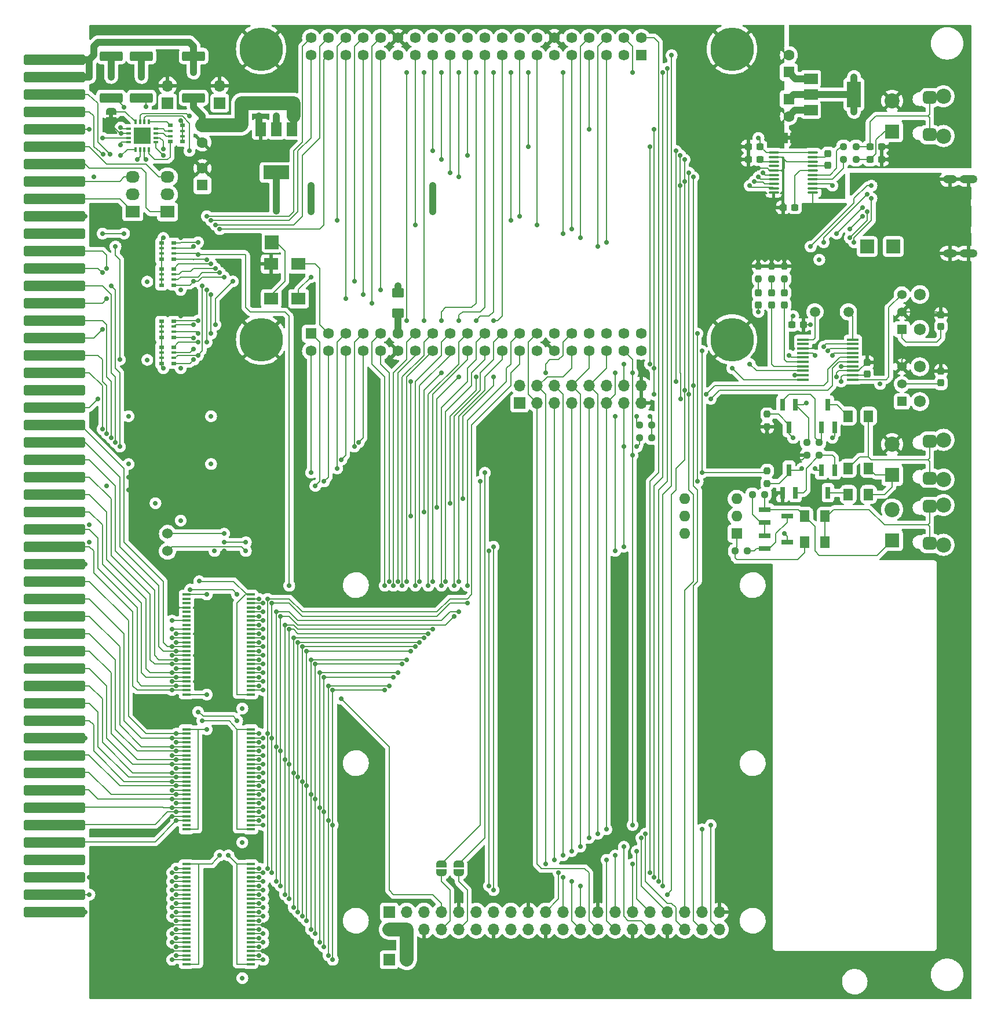
<source format=gbl>
G04 #@! TF.GenerationSoftware,KiCad,Pcbnew,(6.0.5-0)*
G04 #@! TF.CreationDate,2022-09-19T20:24:44+09:00*
G04 #@! TF.ProjectId,kepler-x,6b65706c-6572-42d7-982e-6b696361645f,rev?*
G04 #@! TF.SameCoordinates,Original*
G04 #@! TF.FileFunction,Copper,L4,Bot*
G04 #@! TF.FilePolarity,Positive*
%FSLAX46Y46*%
G04 Gerber Fmt 4.6, Leading zero omitted, Abs format (unit mm)*
G04 Created by KiCad (PCBNEW (6.0.5-0)) date 2022-09-19 20:24:44*
%MOMM*%
%LPD*%
G01*
G04 APERTURE LIST*
G04 Aperture macros list*
%AMRoundRect*
0 Rectangle with rounded corners*
0 $1 Rounding radius*
0 $2 $3 $4 $5 $6 $7 $8 $9 X,Y pos of 4 corners*
0 Add a 4 corners polygon primitive as box body*
4,1,4,$2,$3,$4,$5,$6,$7,$8,$9,$2,$3,0*
0 Add four circle primitives for the rounded corners*
1,1,$1+$1,$2,$3*
1,1,$1+$1,$4,$5*
1,1,$1+$1,$6,$7*
1,1,$1+$1,$8,$9*
0 Add four rect primitives between the rounded corners*
20,1,$1+$1,$2,$3,$4,$5,0*
20,1,$1+$1,$4,$5,$6,$7,0*
20,1,$1+$1,$6,$7,$8,$9,0*
20,1,$1+$1,$8,$9,$2,$3,0*%
%AMFreePoly0*
4,1,22,0.500000,-0.750000,0.000000,-0.750000,0.000000,-0.745033,-0.079941,-0.743568,-0.215256,-0.701293,-0.333266,-0.622738,-0.424486,-0.514219,-0.481581,-0.384460,-0.499164,-0.250000,-0.500000,-0.250000,-0.500000,0.250000,-0.499164,0.250000,-0.499963,0.256109,-0.478152,0.396186,-0.417904,0.524511,-0.324060,0.630769,-0.204165,0.706417,-0.067858,0.745374,0.000000,0.744959,0.000000,0.750000,
0.500000,0.750000,0.500000,-0.750000,0.500000,-0.750000,$1*%
%AMFreePoly1*
4,1,20,0.000000,0.744959,0.073905,0.744508,0.209726,0.703889,0.328688,0.626782,0.421226,0.519385,0.479903,0.390333,0.500000,0.250000,0.500000,-0.250000,0.499851,-0.262216,0.476331,-0.402017,0.414519,-0.529596,0.319384,-0.634700,0.198574,-0.708877,0.061801,-0.746166,0.000000,-0.745033,0.000000,-0.750000,-0.500000,-0.750000,-0.500000,0.750000,0.000000,0.750000,0.000000,0.744959,
0.000000,0.744959,$1*%
G04 Aperture macros list end*
G04 #@! TA.AperFunction,ConnectorPad*
%ADD10RoundRect,0.300000X-4.200000X-0.450000X4.200000X-0.450000X4.200000X0.450000X-4.200000X0.450000X0*%
G04 #@! TD*
G04 #@! TA.AperFunction,ComponentPad*
%ADD11C,1.500000*%
G04 #@! TD*
G04 #@! TA.AperFunction,ComponentPad*
%ADD12R,1.358000X1.358000*%
G04 #@! TD*
G04 #@! TA.AperFunction,ComponentPad*
%ADD13C,1.358000*%
G04 #@! TD*
G04 #@! TA.AperFunction,ComponentPad*
%ADD14C,1.725000*%
G04 #@! TD*
G04 #@! TA.AperFunction,ComponentPad*
%ADD15R,1.700000X1.700000*%
G04 #@! TD*
G04 #@! TA.AperFunction,ComponentPad*
%ADD16O,1.700000X1.700000*%
G04 #@! TD*
G04 #@! TA.AperFunction,ComponentPad*
%ADD17R,2.032000X1.727200*%
G04 #@! TD*
G04 #@! TA.AperFunction,ComponentPad*
%ADD18O,2.032000X1.727200*%
G04 #@! TD*
G04 #@! TA.AperFunction,ComponentPad*
%ADD19R,1.600000X1.600000*%
G04 #@! TD*
G04 #@! TA.AperFunction,ComponentPad*
%ADD20O,1.600000X1.600000*%
G04 #@! TD*
G04 #@! TA.AperFunction,ComponentPad*
%ADD21R,2.000000X2.000000*%
G04 #@! TD*
G04 #@! TA.AperFunction,ComponentPad*
%ADD22R,1.590000X1.590000*%
G04 #@! TD*
G04 #@! TA.AperFunction,ComponentPad*
%ADD23C,1.590000*%
G04 #@! TD*
G04 #@! TA.AperFunction,ComponentPad*
%ADD24C,6.350000*%
G04 #@! TD*
G04 #@! TA.AperFunction,ComponentPad*
%ADD25O,2.000000X1.250000*%
G04 #@! TD*
G04 #@! TA.AperFunction,ComponentPad*
%ADD26O,2.600000X1.220000*%
G04 #@! TD*
G04 #@! TA.AperFunction,ComponentPad*
%ADD27O,2.600000X1.200000*%
G04 #@! TD*
G04 #@! TA.AperFunction,ComponentPad*
%ADD28O,2.000000X1.200000*%
G04 #@! TD*
G04 #@! TA.AperFunction,ComponentPad*
%ADD29R,2.100000X2.100000*%
G04 #@! TD*
G04 #@! TA.AperFunction,ComponentPad*
%ADD30C,2.200000*%
G04 #@! TD*
G04 #@! TA.AperFunction,ComponentPad*
%ADD31RoundRect,0.450000X0.550000X0.450000X-0.550000X0.450000X-0.550000X-0.450000X0.550000X-0.450000X0*%
G04 #@! TD*
G04 #@! TA.AperFunction,ComponentPad*
%ADD32C,1.524000*%
G04 #@! TD*
G04 #@! TA.AperFunction,ComponentPad*
%ADD33C,1.600000*%
G04 #@! TD*
G04 #@! TA.AperFunction,SMDPad,CuDef*
%ADD34RoundRect,0.237500X-0.250000X-0.237500X0.250000X-0.237500X0.250000X0.237500X-0.250000X0.237500X0*%
G04 #@! TD*
G04 #@! TA.AperFunction,SMDPad,CuDef*
%ADD35RoundRect,0.237500X0.250000X0.237500X-0.250000X0.237500X-0.250000X-0.237500X0.250000X-0.237500X0*%
G04 #@! TD*
G04 #@! TA.AperFunction,SMDPad,CuDef*
%ADD36R,0.800000X1.800000*%
G04 #@! TD*
G04 #@! TA.AperFunction,SMDPad,CuDef*
%ADD37FreePoly0,90.000000*%
G04 #@! TD*
G04 #@! TA.AperFunction,SMDPad,CuDef*
%ADD38FreePoly1,90.000000*%
G04 #@! TD*
G04 #@! TA.AperFunction,SMDPad,CuDef*
%ADD39R,1.651000X0.431800*%
G04 #@! TD*
G04 #@! TA.AperFunction,SMDPad,CuDef*
%ADD40RoundRect,0.250001X-0.462499X-0.624999X0.462499X-0.624999X0.462499X0.624999X-0.462499X0.624999X0*%
G04 #@! TD*
G04 #@! TA.AperFunction,SMDPad,CuDef*
%ADD41RoundRect,0.249999X-1.425001X0.450001X-1.425001X-0.450001X1.425001X-0.450001X1.425001X0.450001X0*%
G04 #@! TD*
G04 #@! TA.AperFunction,SMDPad,CuDef*
%ADD42RoundRect,0.250001X0.462499X0.624999X-0.462499X0.624999X-0.462499X-0.624999X0.462499X-0.624999X0*%
G04 #@! TD*
G04 #@! TA.AperFunction,SMDPad,CuDef*
%ADD43RoundRect,0.237500X-0.237500X0.300000X-0.237500X-0.300000X0.237500X-0.300000X0.237500X0.300000X0*%
G04 #@! TD*
G04 #@! TA.AperFunction,SMDPad,CuDef*
%ADD44R,0.800000X0.500000*%
G04 #@! TD*
G04 #@! TA.AperFunction,SMDPad,CuDef*
%ADD45R,0.800000X0.400000*%
G04 #@! TD*
G04 #@! TA.AperFunction,SMDPad,CuDef*
%ADD46RoundRect,0.237500X-0.237500X0.287500X-0.237500X-0.287500X0.237500X-0.287500X0.237500X0.287500X0*%
G04 #@! TD*
G04 #@! TA.AperFunction,SMDPad,CuDef*
%ADD47RoundRect,0.237500X0.237500X-0.250000X0.237500X0.250000X-0.237500X0.250000X-0.237500X-0.250000X0*%
G04 #@! TD*
G04 #@! TA.AperFunction,SMDPad,CuDef*
%ADD48R,2.000000X1.800000*%
G04 #@! TD*
G04 #@! TA.AperFunction,SMDPad,CuDef*
%ADD49R,1.200000X0.400000*%
G04 #@! TD*
G04 #@! TA.AperFunction,SMDPad,CuDef*
%ADD50RoundRect,0.237500X0.300000X0.237500X-0.300000X0.237500X-0.300000X-0.237500X0.300000X-0.237500X0*%
G04 #@! TD*
G04 #@! TA.AperFunction,SMDPad,CuDef*
%ADD51RoundRect,0.250001X0.624999X-0.462499X0.624999X0.462499X-0.624999X0.462499X-0.624999X-0.462499X0*%
G04 #@! TD*
G04 #@! TA.AperFunction,SMDPad,CuDef*
%ADD52R,2.000000X1.500000*%
G04 #@! TD*
G04 #@! TA.AperFunction,SMDPad,CuDef*
%ADD53R,2.000000X3.800000*%
G04 #@! TD*
G04 #@! TA.AperFunction,SMDPad,CuDef*
%ADD54RoundRect,0.237500X0.237500X-0.300000X0.237500X0.300000X-0.237500X0.300000X-0.237500X-0.300000X0*%
G04 #@! TD*
G04 #@! TA.AperFunction,SMDPad,CuDef*
%ADD55RoundRect,0.237500X-0.237500X0.250000X-0.237500X-0.250000X0.237500X-0.250000X0.237500X0.250000X0*%
G04 #@! TD*
G04 #@! TA.AperFunction,SMDPad,CuDef*
%ADD56RoundRect,0.100000X0.637500X0.100000X-0.637500X0.100000X-0.637500X-0.100000X0.637500X-0.100000X0*%
G04 #@! TD*
G04 #@! TA.AperFunction,SMDPad,CuDef*
%ADD57R,0.800000X0.350000*%
G04 #@! TD*
G04 #@! TA.AperFunction,SMDPad,CuDef*
%ADD58R,0.350000X0.800000*%
G04 #@! TD*
G04 #@! TA.AperFunction,SMDPad,CuDef*
%ADD59R,1.250000X1.250000*%
G04 #@! TD*
G04 #@! TA.AperFunction,SMDPad,CuDef*
%ADD60FreePoly0,0.000000*%
G04 #@! TD*
G04 #@! TA.AperFunction,SMDPad,CuDef*
%ADD61FreePoly1,0.000000*%
G04 #@! TD*
G04 #@! TA.AperFunction,SMDPad,CuDef*
%ADD62R,1.800000X0.800000*%
G04 #@! TD*
G04 #@! TA.AperFunction,SMDPad,CuDef*
%ADD63RoundRect,0.237500X-0.300000X-0.237500X0.300000X-0.237500X0.300000X0.237500X-0.300000X0.237500X0*%
G04 #@! TD*
G04 #@! TA.AperFunction,SMDPad,CuDef*
%ADD64R,1.500000X2.000000*%
G04 #@! TD*
G04 #@! TA.AperFunction,SMDPad,CuDef*
%ADD65R,3.800000X2.000000*%
G04 #@! TD*
G04 #@! TA.AperFunction,SMDPad,CuDef*
%ADD66FreePoly0,270.000000*%
G04 #@! TD*
G04 #@! TA.AperFunction,SMDPad,CuDef*
%ADD67FreePoly1,270.000000*%
G04 #@! TD*
G04 #@! TA.AperFunction,ViaPad*
%ADD68C,0.700000*%
G04 #@! TD*
G04 #@! TA.AperFunction,Conductor*
%ADD69C,0.200000*%
G04 #@! TD*
G04 #@! TA.AperFunction,Conductor*
%ADD70C,0.250000*%
G04 #@! TD*
G04 #@! TA.AperFunction,Conductor*
%ADD71C,1.000000*%
G04 #@! TD*
G04 #@! TA.AperFunction,Conductor*
%ADD72C,2.000000*%
G04 #@! TD*
G04 APERTURE END LIST*
G36*
X143125000Y-51100000D02*
G01*
X142625000Y-51100000D01*
X142625000Y-50500000D01*
X143125000Y-50500000D01*
X143125000Y-51100000D01*
G37*
G36*
X44115000Y-47860000D02*
G01*
X43515000Y-47860000D01*
X43515000Y-47360000D01*
X44115000Y-47360000D01*
X44115000Y-47860000D01*
G37*
D10*
X35555000Y-163830000D03*
X35555000Y-161290000D03*
X35555000Y-158750000D03*
X35555000Y-156210000D03*
X35555000Y-153670000D03*
X35555000Y-151130000D03*
X35555000Y-148590000D03*
X35555000Y-146050000D03*
X35555000Y-143510000D03*
X35555000Y-140970000D03*
X35555000Y-138430000D03*
X35555000Y-135890000D03*
X35555000Y-133350000D03*
X35555000Y-130810000D03*
X35555000Y-128270000D03*
X35555000Y-125730000D03*
X35555000Y-123190000D03*
X35555000Y-120650000D03*
X35555000Y-118110000D03*
X35555000Y-115570000D03*
X35555000Y-113030000D03*
X35555000Y-110490000D03*
X35555000Y-107950000D03*
X35555000Y-105410000D03*
X35555000Y-102870000D03*
X35555000Y-100330000D03*
X35555000Y-97790000D03*
X35555000Y-95250000D03*
X35555000Y-92710000D03*
X35555000Y-90170000D03*
X35555000Y-87630000D03*
X35555000Y-85090000D03*
X35555000Y-82550000D03*
X35555000Y-80010000D03*
X35555000Y-77470000D03*
X35555000Y-74930000D03*
X35555000Y-72390000D03*
X35555000Y-69850000D03*
X35555000Y-67310000D03*
X35555000Y-64770000D03*
X35555000Y-62230000D03*
X35555000Y-59690000D03*
X35555000Y-57150000D03*
X35555000Y-54610000D03*
X35555000Y-52070000D03*
X35555000Y-49530000D03*
X35555000Y-46990000D03*
X35555000Y-44450000D03*
X35555000Y-41910000D03*
X35555000Y-39370000D03*
D11*
X146685000Y-76200000D03*
X151565000Y-76200000D03*
D12*
X159385010Y-78740000D03*
D13*
X159385010Y-76200000D03*
X159385010Y-73660000D03*
D14*
X162005010Y-78740000D03*
X162005010Y-73660000D03*
D12*
X159385010Y-89297510D03*
D13*
X159385010Y-86757510D03*
X159385010Y-84217510D03*
D14*
X162005010Y-89297510D03*
X162005010Y-84217510D03*
D15*
X103520000Y-89540000D03*
D16*
X103520000Y-87000000D03*
X106060000Y-89540000D03*
X106060000Y-87000000D03*
X108600000Y-89540000D03*
X108600000Y-87000000D03*
X111140000Y-89540000D03*
X111140000Y-87000000D03*
X113680000Y-89540000D03*
X113680000Y-87000000D03*
X116220000Y-89540000D03*
X116220000Y-87000000D03*
X118760000Y-89540000D03*
X118760000Y-87000000D03*
X121300000Y-89540000D03*
X121300000Y-87000000D03*
D17*
X46990000Y-61595000D03*
D18*
X46990000Y-59055000D03*
X46990000Y-56515000D03*
D19*
X135245000Y-108570000D03*
D20*
X135245000Y-106030000D03*
X135245000Y-103490000D03*
X127625000Y-103490000D03*
X127625000Y-106030000D03*
X127625000Y-108570000D03*
D17*
X52070000Y-61605000D03*
D18*
X52070000Y-59065000D03*
X52070000Y-56525000D03*
D15*
X84450000Y-170815000D03*
D16*
X86990000Y-170815000D03*
D21*
X158115000Y-66675000D03*
D22*
X121285000Y-38735000D03*
D23*
X121285000Y-36195000D03*
X118745000Y-38735000D03*
X118745000Y-36195000D03*
X116205000Y-38735000D03*
X116205000Y-36195000D03*
X113665000Y-38735000D03*
X113665000Y-36195000D03*
X111125000Y-38735000D03*
X111125000Y-36195000D03*
X108585000Y-38735000D03*
X108585000Y-36195000D03*
X106045000Y-38735000D03*
X106045000Y-36195000D03*
X103505000Y-38735000D03*
X103505000Y-36195000D03*
X100965000Y-38735000D03*
X100965000Y-36195000D03*
X98425000Y-38735000D03*
X98425000Y-36195000D03*
X95885000Y-38735000D03*
X95885000Y-36195000D03*
X93345000Y-38735000D03*
X93345000Y-36195000D03*
X90805000Y-38735000D03*
X90805000Y-36195000D03*
X88265000Y-38735000D03*
X88265000Y-36195000D03*
X85725000Y-38735000D03*
X85725000Y-36195000D03*
X83185000Y-38735000D03*
X83185000Y-36195000D03*
X80645000Y-38735000D03*
X80645000Y-36195000D03*
X78105000Y-38735000D03*
X78105000Y-36195000D03*
X75565000Y-38735000D03*
X75565000Y-36195000D03*
X73025000Y-38735000D03*
X73025000Y-36195000D03*
D22*
X73025000Y-79375000D03*
D23*
X73025000Y-81915000D03*
X75565000Y-79375000D03*
X75565000Y-81915000D03*
X78105000Y-79375000D03*
X78105000Y-81915000D03*
X80645000Y-79375000D03*
X80645000Y-81915000D03*
X83185000Y-79375000D03*
X83185000Y-81915000D03*
X85725000Y-79375000D03*
X85725000Y-81915000D03*
X88265000Y-79375000D03*
X88265000Y-81915000D03*
X90805000Y-79375000D03*
X90805000Y-81915000D03*
X93345000Y-79375000D03*
X93345000Y-81915000D03*
X95885000Y-79375000D03*
X95885000Y-81915000D03*
X98425000Y-79375000D03*
X98425000Y-81915000D03*
X100965000Y-79375000D03*
X100965000Y-81915000D03*
X103505000Y-79375000D03*
X103505000Y-81915000D03*
X106045000Y-79375000D03*
X106045000Y-81915000D03*
X108585000Y-79375000D03*
X108585000Y-81915000D03*
X111125000Y-79375000D03*
X111125000Y-81915000D03*
X113665000Y-79375000D03*
X113665000Y-81915000D03*
X116205000Y-79375000D03*
X116205000Y-81915000D03*
X118745000Y-79375000D03*
X118745000Y-81915000D03*
X121285000Y-79375000D03*
X121285000Y-81915000D03*
D24*
X134570000Y-37845000D03*
X134570000Y-80265000D03*
X65740000Y-37845000D03*
X65740000Y-80265000D03*
D25*
X166420000Y-56805000D03*
D26*
X169120000Y-56805000D03*
D27*
X169120000Y-67655000D03*
D28*
X166420000Y-67655000D03*
D29*
X157965000Y-49875000D03*
D30*
X157965000Y-45375000D03*
X165465000Y-44725000D03*
X165465000Y-50525000D03*
D31*
X163465000Y-50325000D03*
X163465000Y-44925000D03*
D15*
X59690000Y-45720000D03*
D16*
X59690000Y-43180000D03*
D32*
X52070000Y-108585000D03*
X52050000Y-111125000D03*
D19*
X142875000Y-41210113D03*
D33*
X142875000Y-38710113D03*
D29*
X157965000Y-100040000D03*
D30*
X157965000Y-95540000D03*
X165465000Y-100690000D03*
X165465000Y-94890000D03*
D31*
X163465000Y-100490000D03*
X163465000Y-95090000D03*
D29*
X157965000Y-109565000D03*
D30*
X157965000Y-105065000D03*
D31*
X163465000Y-104615000D03*
D30*
X165465000Y-110215000D03*
D31*
X163465000Y-110015000D03*
D30*
X165465000Y-104415000D03*
D21*
X154305000Y-66675000D03*
D15*
X84455000Y-163830000D03*
D16*
X84455000Y-166370000D03*
X86995000Y-163830000D03*
X86995000Y-166370000D03*
X89535000Y-163830000D03*
X89535000Y-166370000D03*
X92075000Y-163830000D03*
X92075000Y-166370000D03*
X94615000Y-163830000D03*
X94615000Y-166370000D03*
X97155000Y-163830000D03*
X97155000Y-166370000D03*
X99695000Y-163830000D03*
X99695000Y-166370000D03*
X102235000Y-163830000D03*
X102235000Y-166370000D03*
X104775000Y-163830000D03*
X104775000Y-166370000D03*
X107315000Y-163830000D03*
X107315000Y-166370000D03*
X109855000Y-163830000D03*
X109855000Y-166370000D03*
X112395000Y-163830000D03*
X112395000Y-166370000D03*
X114935000Y-163830000D03*
X114935000Y-166370000D03*
X117475000Y-163830000D03*
X117475000Y-166370000D03*
X120015000Y-163830000D03*
X120015000Y-166370000D03*
X122555000Y-163830000D03*
X122555000Y-166370000D03*
X125095000Y-163830000D03*
X125095000Y-166370000D03*
X127635000Y-163830000D03*
X127635000Y-166370000D03*
X130175000Y-163830000D03*
X130175000Y-166370000D03*
X132715000Y-163830000D03*
X132715000Y-166370000D03*
D19*
X57150000Y-48959888D03*
D33*
X57150000Y-51459888D03*
D19*
X142875000Y-45149888D03*
D33*
X142875000Y-47649888D03*
D19*
X57150000Y-57720113D03*
D33*
X57150000Y-55220113D03*
D15*
X52070000Y-45720000D03*
D16*
X52070000Y-43180000D03*
D34*
X145495000Y-95250000D03*
X147320000Y-95250000D03*
D35*
X147320000Y-97155000D03*
X145495000Y-97155000D03*
D36*
X147640000Y-99315000D03*
X149540000Y-99315000D03*
X148590000Y-102615000D03*
D37*
X94615000Y-158130000D03*
D38*
X94615000Y-156830000D03*
D39*
X144957800Y-86110000D03*
X144957800Y-85459999D03*
X144957800Y-84810001D03*
X144957800Y-84159999D03*
X144957800Y-83510001D03*
X144957800Y-82860002D03*
X144957800Y-82210001D03*
X144957800Y-81560002D03*
X144957800Y-80910001D03*
X144957800Y-80260002D03*
X152222200Y-80260000D03*
X152222200Y-80909998D03*
X152222200Y-81559999D03*
X152222200Y-82209998D03*
X152222200Y-82859999D03*
X152222200Y-83509998D03*
X152222200Y-84159999D03*
X152222200Y-84809998D03*
X152222200Y-85459999D03*
X152222200Y-86109998D03*
D40*
X145197500Y-106045000D03*
X148172500Y-106045000D03*
D41*
X48260000Y-38860000D03*
X48260000Y-44960000D03*
D42*
X154522500Y-91440000D03*
X151547500Y-91440000D03*
D43*
X148590000Y-53112500D03*
X148590000Y-54837500D03*
D44*
X52970000Y-81350000D03*
D45*
X52970000Y-82150000D03*
X52970000Y-82950000D03*
D44*
X52970000Y-83750000D03*
X51170000Y-83750000D03*
D45*
X51170000Y-82950000D03*
X51170000Y-82150000D03*
D44*
X51170000Y-81350000D03*
D46*
X142240000Y-73420000D03*
X142240000Y-75170000D03*
D47*
X140335000Y-71397500D03*
X140335000Y-69572500D03*
D48*
X67215000Y-74295000D03*
X67215000Y-69215000D03*
X71215000Y-69215000D03*
X71215000Y-74295000D03*
D36*
X143825000Y-102615000D03*
X141925000Y-102615000D03*
X142875000Y-99315000D03*
D49*
X54811200Y-171450000D03*
X54811200Y-170815000D03*
X54811200Y-170180000D03*
X54811200Y-169545000D03*
X54811200Y-168910000D03*
X54811200Y-168275000D03*
X54811200Y-167640000D03*
X54811200Y-167005000D03*
X54811200Y-166370000D03*
X54811200Y-165735000D03*
X54811200Y-165100000D03*
X54811200Y-164465000D03*
X54811200Y-163830000D03*
X54811200Y-163195000D03*
X54811200Y-162560000D03*
X54811200Y-161925000D03*
X54811200Y-161290000D03*
X54811200Y-160655000D03*
X54811200Y-160020000D03*
X54811200Y-159385000D03*
X54811200Y-158750000D03*
X54811200Y-158115000D03*
X54811200Y-157480000D03*
X54811200Y-156845000D03*
X64211200Y-156845000D03*
X64211200Y-157480000D03*
X64211200Y-158115000D03*
X64211200Y-158750000D03*
X64211200Y-159385000D03*
X64211200Y-160020000D03*
X64211200Y-160655000D03*
X64211200Y-161290000D03*
X64211200Y-161925000D03*
X64211200Y-162560000D03*
X64211200Y-163195000D03*
X64211200Y-163830000D03*
X64211200Y-164465000D03*
X64211200Y-165100000D03*
X64211200Y-165735000D03*
X64211200Y-166370000D03*
X64211200Y-167005000D03*
X64211200Y-167640000D03*
X64211200Y-168275000D03*
X64211200Y-168910000D03*
X64211200Y-169545000D03*
X64211200Y-170180000D03*
X64211200Y-170815000D03*
X64211200Y-171450000D03*
D50*
X156437500Y-53975000D03*
X154712500Y-53975000D03*
D36*
X149540000Y-93090000D03*
X147640000Y-93090000D03*
X148590000Y-89790000D03*
D34*
X150852500Y-52070000D03*
X152677500Y-52070000D03*
D51*
X85725000Y-76417500D03*
X85725000Y-73442500D03*
D49*
X54811200Y-151765000D03*
X54811200Y-151130000D03*
X54811200Y-150495000D03*
X54811200Y-149860000D03*
X54811200Y-149225000D03*
X54811200Y-148590000D03*
X54811200Y-147955000D03*
X54811200Y-147320000D03*
X54811200Y-146685000D03*
X54811200Y-146050000D03*
X54811200Y-145415000D03*
X54811200Y-144780000D03*
X54811200Y-144145000D03*
X54811200Y-143510000D03*
X54811200Y-142875000D03*
X54811200Y-142240000D03*
X54811200Y-141605000D03*
X54811200Y-140970000D03*
X54811200Y-140335000D03*
X54811200Y-139700000D03*
X54811200Y-139065000D03*
X54811200Y-138430000D03*
X54811200Y-137795000D03*
X54811200Y-137160000D03*
X64211200Y-137160000D03*
X64211200Y-137795000D03*
X64211200Y-138430000D03*
X64211200Y-139065000D03*
X64211200Y-139700000D03*
X64211200Y-140335000D03*
X64211200Y-140970000D03*
X64211200Y-141605000D03*
X64211200Y-142240000D03*
X64211200Y-142875000D03*
X64211200Y-143510000D03*
X64211200Y-144145000D03*
X64211200Y-144780000D03*
X64211200Y-145415000D03*
X64211200Y-146050000D03*
X64211200Y-146685000D03*
X64211200Y-147320000D03*
X64211200Y-147955000D03*
X64211200Y-148590000D03*
X64211200Y-149225000D03*
X64211200Y-149860000D03*
X64211200Y-150495000D03*
X64211200Y-151130000D03*
X64211200Y-151765000D03*
D52*
X146075000Y-46750000D03*
D53*
X152375000Y-44450000D03*
D52*
X146075000Y-44450000D03*
X146075000Y-42150000D03*
D54*
X165100000Y-86587500D03*
X165100000Y-84862500D03*
D44*
X52970000Y-77540000D03*
D45*
X52970000Y-78340000D03*
X52970000Y-79140000D03*
D44*
X52970000Y-79940000D03*
X51170000Y-79940000D03*
D45*
X51170000Y-79140000D03*
X51170000Y-78340000D03*
D44*
X51170000Y-77540000D03*
D55*
X139700000Y-91162500D03*
X139700000Y-92987500D03*
D34*
X150852500Y-53975000D03*
X152677500Y-53975000D03*
D35*
X122832500Y-92710000D03*
X121007500Y-92710000D03*
D21*
X67310000Y-66040000D03*
D56*
X146372500Y-52955000D03*
X146372500Y-53605000D03*
X146372500Y-54255000D03*
X146372500Y-54905000D03*
X146372500Y-55555000D03*
X146372500Y-56205000D03*
X146372500Y-56855000D03*
X146372500Y-57505000D03*
X146372500Y-58155000D03*
X146372500Y-58805000D03*
X140647500Y-58805000D03*
X140647500Y-58155000D03*
X140647500Y-57505000D03*
X140647500Y-56855000D03*
X140647500Y-56205000D03*
X140647500Y-55555000D03*
X140647500Y-54905000D03*
X140647500Y-54255000D03*
X140647500Y-53605000D03*
X140647500Y-52955000D03*
D57*
X46355000Y-51450000D03*
X46355000Y-50800000D03*
X46355000Y-50150000D03*
X46355000Y-49500000D03*
D58*
X47380000Y-48475000D03*
X48030000Y-48475000D03*
X48680000Y-48475000D03*
X49330000Y-48475000D03*
D57*
X50355000Y-49500000D03*
X50355000Y-50150000D03*
X50355000Y-50800000D03*
X50355000Y-51450000D03*
D58*
X49330000Y-52475000D03*
X48680000Y-52475000D03*
X48030000Y-52475000D03*
X47380000Y-52475000D03*
D59*
X48980000Y-49850000D03*
X48980000Y-51100000D03*
X47730000Y-49850000D03*
X47730000Y-51100000D03*
D46*
X140335000Y-73420000D03*
X140335000Y-75170000D03*
X138430000Y-73420000D03*
X138430000Y-75170000D03*
D60*
X142225000Y-50800000D03*
D61*
X143525000Y-50800000D03*
D34*
X137517500Y-102870000D03*
X139342500Y-102870000D03*
D62*
X139320000Y-106995000D03*
X139320000Y-105095000D03*
X142620000Y-106045000D03*
D40*
X151547500Y-102870000D03*
X154522500Y-102870000D03*
D36*
X141925000Y-89790000D03*
X143825000Y-89790000D03*
X142875000Y-93090000D03*
D50*
X143737500Y-60960000D03*
X142012500Y-60960000D03*
D63*
X143282500Y-78105000D03*
X145007500Y-78105000D03*
D34*
X134977500Y-111125000D03*
X136802500Y-111125000D03*
D41*
X43815000Y-38860000D03*
X43815000Y-44960000D03*
D63*
X154712500Y-52070000D03*
X156437500Y-52070000D03*
D47*
X138430000Y-71397500D03*
X138430000Y-69572500D03*
D55*
X139700000Y-99417500D03*
X139700000Y-101242500D03*
D35*
X122832500Y-94615000D03*
X121007500Y-94615000D03*
D49*
X54811200Y-132080000D03*
X54811200Y-131445000D03*
X54811200Y-130810000D03*
X54811200Y-130175000D03*
X54811200Y-129540000D03*
X54811200Y-128905000D03*
X54811200Y-128270000D03*
X54811200Y-127635000D03*
X54811200Y-127000000D03*
X54811200Y-126365000D03*
X54811200Y-125730000D03*
X54811200Y-125095000D03*
X54811200Y-124460000D03*
X54811200Y-123825000D03*
X54811200Y-123190000D03*
X54811200Y-122555000D03*
X54811200Y-121920000D03*
X54811200Y-121285000D03*
X54811200Y-120650000D03*
X54811200Y-120015000D03*
X54811200Y-119380000D03*
X54811200Y-118745000D03*
X54811200Y-118110000D03*
X54811200Y-117475000D03*
X64211200Y-117475000D03*
X64211200Y-118110000D03*
X64211200Y-118745000D03*
X64211200Y-119380000D03*
X64211200Y-120015000D03*
X64211200Y-120650000D03*
X64211200Y-121285000D03*
X64211200Y-121920000D03*
X64211200Y-122555000D03*
X64211200Y-123190000D03*
X64211200Y-123825000D03*
X64211200Y-124460000D03*
X64211200Y-125095000D03*
X64211200Y-125730000D03*
X64211200Y-126365000D03*
X64211200Y-127000000D03*
X64211200Y-127635000D03*
X64211200Y-128270000D03*
X64211200Y-128905000D03*
X64211200Y-129540000D03*
X64211200Y-130175000D03*
X64211200Y-130810000D03*
X64211200Y-131445000D03*
X64211200Y-132080000D03*
D37*
X92075000Y-158130000D03*
D38*
X92075000Y-156830000D03*
D44*
X52970000Y-66110000D03*
D45*
X52970000Y-66910000D03*
X52970000Y-67710000D03*
D44*
X52970000Y-68510000D03*
X51170000Y-68510000D03*
D45*
X51170000Y-67710000D03*
X51170000Y-66910000D03*
D44*
X51170000Y-66110000D03*
D40*
X151547500Y-99060000D03*
X154522500Y-99060000D03*
D44*
X52440000Y-51365000D03*
D45*
X52440000Y-50565000D03*
X52440000Y-49765000D03*
D44*
X52440000Y-48965000D03*
X54240000Y-48965000D03*
D45*
X54240000Y-49765000D03*
X54240000Y-50565000D03*
D44*
X54240000Y-51365000D03*
D54*
X165100000Y-78332500D03*
X165100000Y-76607500D03*
D50*
X138657500Y-52070000D03*
X136932500Y-52070000D03*
D54*
X154305000Y-85317500D03*
X154305000Y-83592500D03*
D47*
X142240000Y-71397500D03*
X142240000Y-69572500D03*
D40*
X145197500Y-109855000D03*
X148172500Y-109855000D03*
D64*
X65645000Y-49555000D03*
X67945000Y-49555000D03*
D65*
X67945000Y-55855000D03*
D64*
X70245000Y-49555000D03*
D62*
X139320000Y-110805000D03*
X139320000Y-108905000D03*
X142620000Y-109855000D03*
D66*
X43815000Y-46960000D03*
D67*
X43815000Y-48260000D03*
D41*
X55880000Y-38860000D03*
X55880000Y-44960000D03*
D50*
X138657500Y-53975000D03*
X136932500Y-53975000D03*
D44*
X52970000Y-69920000D03*
D45*
X52970000Y-70720000D03*
X52970000Y-71520000D03*
D44*
X52970000Y-72320000D03*
X51170000Y-72320000D03*
D45*
X51170000Y-71520000D03*
X51170000Y-70720000D03*
D44*
X51170000Y-69920000D03*
D68*
X163400000Y-59264500D03*
X58420000Y-100330000D03*
X40005000Y-113030000D03*
X66040000Y-165735000D03*
X162600000Y-62600000D03*
X135890000Y-52070000D03*
X140970000Y-38735000D03*
X53340000Y-158750000D03*
X139700000Y-93980000D03*
X65405000Y-47625000D03*
X58420000Y-87630000D03*
X46355000Y-71755000D03*
X38735000Y-163830000D03*
X53340000Y-139065000D03*
X58420000Y-89535000D03*
X65405000Y-69215000D03*
X66040000Y-146050000D03*
X60325000Y-111125000D03*
X45260497Y-50150000D03*
X138430000Y-68580000D03*
X65786000Y-133096000D03*
X48350000Y-50500000D03*
X144145000Y-97790000D03*
X65405000Y-142875000D03*
X149860000Y-74295000D03*
X46355000Y-83185000D03*
X140647500Y-60637500D03*
X146050000Y-78105000D03*
X140970000Y-50800000D03*
X47450000Y-50500000D03*
X140335000Y-68580000D03*
X66040000Y-130175000D03*
X38735000Y-62230000D03*
X65786000Y-152654000D03*
X40005000Y-62230000D03*
X142240000Y-68580000D03*
X140970000Y-102870000D03*
X58420000Y-102235000D03*
X38735000Y-113030000D03*
X52705000Y-130175000D03*
X58420000Y-96520000D03*
X46355000Y-87630000D03*
X138430000Y-55245000D03*
X65405000Y-119380000D03*
X66040000Y-169545000D03*
X53340000Y-162560000D03*
X48350000Y-51350000D03*
X40005000Y-163830000D03*
X146685000Y-81280000D03*
X53340000Y-119380000D03*
X135890000Y-53975000D03*
X46355000Y-95885000D03*
X49250000Y-50500000D03*
X46355000Y-100330000D03*
X38735000Y-138430000D03*
X163600000Y-57400000D03*
X53086000Y-102870000D03*
X46355000Y-93345000D03*
X53340000Y-123190000D03*
X40005000Y-138430000D03*
X52705000Y-169545000D03*
X52705000Y-126365000D03*
X52705000Y-149860000D03*
X65405000Y-139065000D03*
X48350000Y-49600000D03*
X65405000Y-123190000D03*
X53975000Y-76835000D03*
X66040000Y-126365000D03*
X65405000Y-158750000D03*
X161600000Y-61000000D03*
X149860000Y-85725000D03*
X53975000Y-65405000D03*
X52705000Y-165735000D03*
X46355000Y-89535000D03*
X65405000Y-162560000D03*
X40640000Y-158750000D03*
X46355000Y-102235000D03*
X140970000Y-47625000D03*
X66040000Y-149860000D03*
X53340000Y-142875000D03*
X52705000Y-146050000D03*
X164000000Y-63639500D03*
X65786000Y-172466000D03*
X58420000Y-93345000D03*
X52705000Y-170815000D03*
X53340000Y-170180000D03*
X53340000Y-168910000D03*
X52705000Y-168275000D03*
X52705000Y-167005000D03*
X53340000Y-166370000D03*
X53340000Y-165100000D03*
X52705000Y-164465000D03*
X53340000Y-163830000D03*
X52705000Y-163195000D03*
X52705000Y-161925000D03*
X53340000Y-161290000D03*
X53340000Y-160020000D03*
X52705000Y-159385000D03*
X52705000Y-158115000D03*
X53340000Y-157480000D03*
X62992000Y-134112000D03*
X45212000Y-53340000D03*
X53340000Y-167640000D03*
X62992000Y-153670000D03*
X73025000Y-59055000D03*
X53975000Y-84455000D03*
X65405000Y-128270000D03*
X58420000Y-98425000D03*
X58420000Y-91440000D03*
X73025000Y-61595000D03*
X53340000Y-128270000D03*
X73025000Y-71120000D03*
X138430000Y-50800000D03*
X143510000Y-76835000D03*
X45212000Y-49276000D03*
X122555000Y-91440000D03*
X66040000Y-121285000D03*
X73025000Y-57785000D03*
X53975000Y-73025000D03*
X150495000Y-86360000D03*
X46355000Y-91440000D03*
X52705000Y-121285000D03*
X73025000Y-60325000D03*
X67945000Y-57785000D03*
X90805000Y-57785000D03*
X62992000Y-173482000D03*
X67945000Y-47625000D03*
X65405000Y-167640000D03*
X58930000Y-111125000D03*
X52705000Y-140970000D03*
X53340000Y-147955000D03*
X52705000Y-160655000D03*
X67945000Y-61595000D03*
X50292000Y-104140000D03*
X90805000Y-61595000D03*
X53975000Y-106680000D03*
X65405000Y-147955000D03*
X90805000Y-60325000D03*
X53975000Y-48260000D03*
X66040000Y-140970000D03*
X67945000Y-60325000D03*
X66040000Y-160655000D03*
X51435000Y-65405000D03*
X51435000Y-84455000D03*
X67945000Y-59055000D03*
X90805000Y-59055000D03*
X146685000Y-82550000D03*
X46355000Y-98425000D03*
X152400000Y-46990000D03*
X149225000Y-57785000D03*
X152400000Y-41910000D03*
X55370000Y-116745498D03*
X62230000Y-117475000D03*
X62230000Y-135890000D03*
X56515000Y-134620000D03*
X56690353Y-115524199D03*
X57150000Y-135890000D03*
X57785000Y-137160000D03*
X57785000Y-132080000D03*
X57785000Y-117475000D03*
X147320000Y-68580000D03*
X85725000Y-72390000D03*
X51440373Y-52455124D03*
X49100412Y-71780677D03*
X70485000Y-47625000D03*
X49100412Y-83210677D03*
X156210000Y-86724020D03*
X145415000Y-89535000D03*
X53340000Y-150495000D03*
X53340000Y-149225000D03*
X52705000Y-148590000D03*
X52705000Y-147320000D03*
X53340000Y-146685000D03*
X53340000Y-145415000D03*
X52705000Y-144780000D03*
X53340000Y-144145000D03*
X52705000Y-143510000D03*
X52705000Y-142240000D03*
X53340000Y-141605000D03*
X53340000Y-140335000D03*
X52705000Y-139700000D03*
X52705000Y-138430000D03*
X53340000Y-137795000D03*
X52705000Y-131445000D03*
X53340000Y-130810000D03*
X53340000Y-129540000D03*
X52705000Y-128905000D03*
X52705000Y-127635000D03*
X53340000Y-127000000D03*
X53340000Y-125730000D03*
X52705000Y-125095000D03*
X60960000Y-155575000D03*
X60325000Y-108585000D03*
X59690000Y-155575000D03*
X87630000Y-106045000D03*
X89535000Y-41275000D03*
X87630000Y-86360000D03*
X55880000Y-83185000D03*
X89535000Y-77470000D03*
X92075000Y-77470000D03*
X97155000Y-41275000D03*
X92075000Y-85090000D03*
X89535000Y-105410000D03*
X94615000Y-77470000D03*
X91440000Y-104775000D03*
X94615000Y-85725000D03*
X97155000Y-77470000D03*
X93345000Y-104140000D03*
X97155000Y-85725000D03*
X99695000Y-41275000D03*
X99695000Y-77470000D03*
X95250000Y-103505000D03*
X99695000Y-85725000D03*
X143775001Y-85459999D03*
X138430000Y-76200000D03*
X40640000Y-41910000D03*
X40640000Y-39370000D03*
X51435000Y-53340000D03*
X55880000Y-41275000D03*
X40640000Y-107315000D03*
X48260000Y-41910000D03*
X47625000Y-53975000D03*
X40640000Y-109855000D03*
X41275000Y-56515000D03*
X42545000Y-50800000D03*
X43815000Y-41910000D03*
X45720000Y-46355000D03*
X45212000Y-51816000D03*
X117475000Y-111125000D03*
X122555000Y-83820000D03*
X55245000Y-52705000D03*
X99060000Y-160020000D03*
X117475000Y-91440000D03*
X104775000Y-41275000D03*
X137160000Y-83820000D03*
X118745000Y-83820000D03*
X63500000Y-111125000D03*
X122555000Y-52070000D03*
X120650000Y-91440000D03*
X104775000Y-52070000D03*
X99060000Y-111125000D03*
X134620000Y-84455000D03*
X123190000Y-84455000D03*
X120650000Y-95885000D03*
X123190000Y-49530000D03*
X113665000Y-49530000D03*
X55245000Y-47625000D03*
X118745000Y-110490000D03*
X99695000Y-160655000D03*
X99695000Y-110490000D03*
X63500000Y-109855000D03*
X123190000Y-88265000D03*
X60325000Y-109855000D03*
X118745000Y-95885000D03*
X56515000Y-67800012D03*
X77470000Y-132715000D03*
X69850000Y-116205000D03*
X127635000Y-53975000D03*
X137795000Y-57150000D03*
X92075000Y-41275000D03*
X92075000Y-53975000D03*
X149225000Y-82550000D03*
X127660500Y-87630000D03*
X125095000Y-161290000D03*
X127635000Y-57150000D03*
X122555000Y-158115000D03*
X109220000Y-158115000D03*
X120015000Y-41275000D03*
X109855000Y-158750000D03*
X123190000Y-158750000D03*
X124460000Y-41275000D03*
X112395000Y-160020000D03*
X124460000Y-160020000D03*
X125730000Y-38735000D03*
X123825000Y-159385000D03*
X111125000Y-159385000D03*
X125095000Y-40640000D03*
X107315000Y-85090000D03*
X116205000Y-156210000D03*
X108585000Y-156210000D03*
X128270000Y-55880000D03*
X130810000Y-88265000D03*
X128270000Y-88265000D03*
X93345000Y-55880000D03*
X139065000Y-55880000D03*
X138430000Y-56515000D03*
X94615000Y-56515000D03*
X128905000Y-56515000D03*
X94615000Y-41275000D03*
X148567039Y-81892039D03*
X128905000Y-86995000D03*
X147955000Y-58420000D03*
X144780000Y-50800000D03*
X157480000Y-53975000D03*
X157480000Y-52070000D03*
X48895000Y-53975000D03*
X48895000Y-46228000D03*
X56515000Y-66040000D03*
X55880000Y-66675000D03*
X57785000Y-62230000D03*
X57785000Y-68580000D03*
X56515000Y-77470000D03*
X78105000Y-74295000D03*
X79375000Y-71755000D03*
X59055000Y-78105000D03*
X61595000Y-71755000D03*
X55880000Y-78105000D03*
X58420000Y-79375000D03*
X56515000Y-79375000D03*
X80645000Y-73660000D03*
X58420000Y-73660000D03*
X81915000Y-74930000D03*
X55880000Y-80010000D03*
X58420000Y-69215000D03*
X58420000Y-62865000D03*
X59055000Y-63500000D03*
X59055000Y-69850000D03*
X59690000Y-64135000D03*
X59690000Y-70485000D03*
X55880000Y-71755000D03*
X76835000Y-62865000D03*
X60325000Y-71120000D03*
X57785000Y-73025000D03*
X83185000Y-72999500D03*
X57785000Y-80645000D03*
X56515000Y-80645000D03*
X86995000Y-41275000D03*
X86995000Y-77470000D03*
X55880000Y-81599500D03*
X56515000Y-82550000D03*
X57150000Y-72390000D03*
X88265000Y-63500000D03*
X114935000Y-66675000D03*
X146050000Y-66675000D03*
X154940000Y-57785000D03*
X147955000Y-66040000D03*
X154285759Y-59055000D03*
X116205000Y-66040000D03*
X154940000Y-59625500D03*
X112395000Y-65405000D03*
X152400000Y-66040000D03*
X111125000Y-64135000D03*
X149860000Y-64770000D03*
X153670000Y-60960000D03*
X109855000Y-41275000D03*
X151765000Y-65405000D03*
X154305000Y-61595000D03*
X109855000Y-64770000D03*
X106045000Y-63500000D03*
X151765000Y-64135000D03*
X153670000Y-62230000D03*
X103505000Y-62230000D03*
X102235000Y-41275000D03*
X102235000Y-62865000D03*
X53340000Y-124460000D03*
X52705000Y-123825000D03*
X52705000Y-122555000D03*
X43815000Y-72390000D03*
X45085000Y-95885000D03*
X45714500Y-64770000D03*
X42545000Y-64770000D03*
X43180000Y-101600000D03*
X40640000Y-161290000D03*
X41910000Y-88900000D03*
X42545000Y-93345000D03*
X43180000Y-93980000D03*
X42545000Y-78740000D03*
X43815000Y-94615000D03*
X43180000Y-74295000D03*
X44450000Y-95250000D03*
X42545000Y-70485000D03*
X43180000Y-69850000D03*
X40640000Y-49530000D03*
X42672624Y-53212376D03*
X44450000Y-66675000D03*
X45085000Y-83185000D03*
X66040000Y-170815000D03*
X83820000Y-116205000D03*
X76200000Y-151130000D03*
X76200000Y-131445000D03*
X66040000Y-151130000D03*
X83820000Y-131445000D03*
X66040000Y-131445000D03*
X76200000Y-170815000D03*
X84455000Y-130810000D03*
X75565000Y-170180000D03*
X65405000Y-130810000D03*
X75565000Y-130810000D03*
X84455000Y-115570000D03*
X65405000Y-150495000D03*
X65405000Y-170180000D03*
X75565000Y-150495000D03*
X85090000Y-116205000D03*
X85090000Y-129540000D03*
X74930000Y-149225000D03*
X65405000Y-129540000D03*
X65405000Y-168910000D03*
X74930000Y-129540000D03*
X65405000Y-149225000D03*
X74930000Y-168910000D03*
X66040000Y-168275000D03*
X74295000Y-128905000D03*
X74295000Y-168275000D03*
X74295000Y-148590000D03*
X66040000Y-148590000D03*
X85725000Y-128905000D03*
X85725000Y-115570000D03*
X66040000Y-128905000D03*
X73660000Y-167005000D03*
X66040000Y-127635000D03*
X86360000Y-116205000D03*
X73660000Y-127635000D03*
X66040000Y-147320000D03*
X73660000Y-147320000D03*
X66040000Y-167005000D03*
X86360000Y-127635000D03*
X65405000Y-166370000D03*
X86995000Y-115570000D03*
X73025000Y-166370000D03*
X65405000Y-127000000D03*
X86995000Y-127000000D03*
X73025000Y-127000000D03*
X73025000Y-146685000D03*
X65405000Y-146685000D03*
X88265000Y-116205000D03*
X72390000Y-165100000D03*
X65405000Y-145415000D03*
X87630000Y-125730000D03*
X65405000Y-125730000D03*
X72390000Y-125730000D03*
X65405000Y-165100000D03*
X72390000Y-145415000D03*
X66040000Y-125095000D03*
X71755000Y-125095000D03*
X71755000Y-164465000D03*
X88265000Y-125095000D03*
X66040000Y-144780000D03*
X88900000Y-115570000D03*
X66040000Y-164465000D03*
X71755000Y-144780000D03*
X65405000Y-163830000D03*
X71120000Y-144145000D03*
X71120000Y-124460000D03*
X88900000Y-124460000D03*
X65405000Y-144145000D03*
X90170000Y-116205000D03*
X65405000Y-124460000D03*
X71120000Y-163830000D03*
X70485000Y-143510000D03*
X70485000Y-123825000D03*
X66040000Y-163195000D03*
X66040000Y-143510000D03*
X90805000Y-115570000D03*
X89535000Y-123825000D03*
X66040000Y-123825000D03*
X70485000Y-163195000D03*
X69850000Y-142240000D03*
X66040000Y-142240000D03*
X69850000Y-122555000D03*
X66040000Y-122555000D03*
X90170000Y-123190000D03*
X66040000Y-161925000D03*
X92075000Y-116205000D03*
X69850000Y-161925000D03*
X92710000Y-115570000D03*
X65405000Y-121920000D03*
X69215000Y-141605000D03*
X65405000Y-141605000D03*
X69215000Y-161290000D03*
X65405000Y-161290000D03*
X90805000Y-122555000D03*
X69215000Y-121920000D03*
X93980000Y-120650000D03*
X68580000Y-160020000D03*
X68580000Y-140335000D03*
X65405000Y-160020000D03*
X68580000Y-120650000D03*
X65405000Y-120650000D03*
X65405000Y-140335000D03*
X93980000Y-116205000D03*
X66040000Y-139700000D03*
X66040000Y-159385000D03*
X66040000Y-120015000D03*
X94615000Y-120015000D03*
X67945000Y-120015000D03*
X94615000Y-115570000D03*
X67945000Y-159385000D03*
X67945000Y-139700000D03*
X95885000Y-118745000D03*
X67310000Y-118745000D03*
X67310000Y-138430000D03*
X67310000Y-158115000D03*
X66040000Y-138430000D03*
X95885000Y-116205000D03*
X66040000Y-118745000D03*
X66040000Y-158115000D03*
X66675000Y-118110000D03*
X65405000Y-157480000D03*
X65405000Y-118110000D03*
X66675000Y-137795000D03*
X65405000Y-137795000D03*
X66675000Y-157480000D03*
X90805000Y-52705000D03*
X126365000Y-86360000D03*
X147955000Y-81280000D03*
X126365000Y-52705000D03*
X95885000Y-53340000D03*
X137160000Y-57785000D03*
X131445000Y-88900000D03*
X127025500Y-88900000D03*
X127000000Y-53340000D03*
X127000000Y-57785000D03*
X73660000Y-101600000D03*
X73025000Y-99695000D03*
X74930000Y-100965000D03*
X76835000Y-99060000D03*
X77470000Y-97790000D03*
X120015000Y-85090000D03*
X120015000Y-97155000D03*
X120015000Y-151130000D03*
X131445000Y-151130000D03*
X142875000Y-82550000D03*
X79375000Y-95885000D03*
X80010000Y-95250000D03*
X43687376Y-53212376D03*
X109855000Y-155575000D03*
X117475000Y-155575000D03*
X120015000Y-156845000D03*
X107315000Y-156845000D03*
X120650000Y-154940000D03*
X111125000Y-154940000D03*
X118745000Y-154305000D03*
X112395000Y-154305000D03*
X121285000Y-153035000D03*
X113665000Y-153035000D03*
X121920000Y-152400000D03*
X114935000Y-152400000D03*
X130175000Y-151765000D03*
X116205000Y-151765000D03*
X117475000Y-85090000D03*
X129540000Y-100965000D03*
X129514500Y-79375000D03*
X97790000Y-100965000D03*
X130175000Y-81915000D03*
X130175000Y-99695000D03*
X98425000Y-99695000D03*
X149225000Y-94615000D03*
X143510000Y-94615000D03*
X146685000Y-99060000D03*
X144780000Y-99060000D03*
X142240000Y-108585000D03*
X150495000Y-84200498D03*
D69*
X140970000Y-60960000D02*
X140647500Y-60637500D01*
X142240000Y-69572500D02*
X142240000Y-68580000D01*
X64211200Y-162560000D02*
X65405000Y-162560000D01*
X66040000Y-149860000D02*
X64183800Y-149860000D01*
X164465000Y-82550000D02*
X160020000Y-82550000D01*
X64135000Y-119380000D02*
X65405000Y-119380000D01*
X141925000Y-102615000D02*
X141225000Y-102615000D01*
X146404998Y-81560002D02*
X146685000Y-81280000D01*
X53340000Y-139065000D02*
X55321200Y-139065000D01*
X136932500Y-52070000D02*
X135890000Y-52070000D01*
X66116200Y-130175000D02*
X64211200Y-130175000D01*
X146372500Y-61907500D02*
X146050000Y-62230000D01*
X66040000Y-165735000D02*
X64308800Y-165735000D01*
X164872500Y-76607500D02*
X164465000Y-76200000D01*
X142240000Y-55245000D02*
X142240000Y-53975000D01*
X64135000Y-139065000D02*
X65405000Y-139065000D01*
X144957800Y-81560002D02*
X146404998Y-81560002D01*
X145007500Y-78105000D02*
X146050000Y-78105000D01*
X140335000Y-69572500D02*
X140335000Y-68580000D01*
X67215000Y-69215000D02*
X65405000Y-69215000D01*
X46355000Y-50150000D02*
X45087635Y-50150000D01*
X53340000Y-142875000D02*
X55321200Y-142875000D01*
X66040000Y-146050000D02*
X64183800Y-146050000D01*
X153087502Y-84809998D02*
X154305000Y-83592500D01*
X152222200Y-84809998D02*
X153087502Y-84809998D01*
X55321200Y-165735000D02*
X52705000Y-165735000D01*
X140647500Y-55555000D02*
X140023278Y-55555000D01*
X141870000Y-53605000D02*
X140647500Y-53605000D01*
X145495000Y-97155000D02*
X144860000Y-97790000D01*
X46355000Y-50150000D02*
X45260497Y-50150000D01*
X150140002Y-84809998D02*
X152222200Y-84809998D01*
X149860000Y-85090000D02*
X150140002Y-84809998D01*
X142240000Y-53975000D02*
X141870000Y-53605000D01*
X66040000Y-169545000D02*
X64308800Y-169545000D01*
D70*
X38735000Y-113030000D02*
X40005000Y-113030000D01*
D71*
X65405000Y-47625000D02*
X65405000Y-49315000D01*
D69*
X53340000Y-158750000D02*
X55321200Y-158750000D01*
X65405000Y-158750000D02*
X64211200Y-158750000D01*
X64135000Y-142875000D02*
X65405000Y-142875000D01*
X45070000Y-50150000D02*
X43815000Y-48895000D01*
X140647500Y-55555000D02*
X141930000Y-55555000D01*
X149860000Y-85725000D02*
X149860000Y-85090000D01*
X53340000Y-123190000D02*
X54811200Y-123190000D01*
X160020000Y-82550000D02*
X159385000Y-83185000D01*
X138430000Y-69572500D02*
X138430000Y-68580000D01*
X55321200Y-149860000D02*
X52705000Y-149860000D01*
X141930000Y-55555000D02*
X142240000Y-55245000D01*
X165100000Y-83185000D02*
X164465000Y-82550000D01*
X140647500Y-60637500D02*
X140647500Y-58805000D01*
X54811200Y-130175000D02*
X52705000Y-130175000D01*
X53340000Y-162560000D02*
X55321200Y-162560000D01*
X146372500Y-58805000D02*
X146372500Y-61907500D01*
X165100000Y-76607500D02*
X164872500Y-76607500D01*
X139713278Y-55245000D02*
X138430000Y-55245000D01*
X140647500Y-61907500D02*
X140647500Y-60637500D01*
X54811200Y-126365000D02*
X52724500Y-126365000D01*
X146372500Y-54255000D02*
X142520000Y-54255000D01*
X153117110Y-84809998D02*
X152222200Y-84809998D01*
X142520000Y-54255000D02*
X142240000Y-53975000D01*
X139700000Y-92987500D02*
X139700000Y-93980000D01*
X136932500Y-53975000D02*
X135890000Y-53975000D01*
X159385010Y-83185010D02*
X159385010Y-84217510D01*
X64135000Y-123190000D02*
X65405000Y-123190000D01*
X45260497Y-50150000D02*
X45180000Y-50230497D01*
X55321200Y-146050000D02*
X52705000Y-146050000D01*
D71*
X65405000Y-49315000D02*
X65645000Y-49555000D01*
D69*
X140970000Y-62230000D02*
X140647500Y-61907500D01*
X165100000Y-84862500D02*
X165100000Y-83185000D01*
X53340000Y-119380000D02*
X54811200Y-119380000D01*
D71*
X142225000Y-50800000D02*
X140970000Y-50800000D01*
D69*
X43815000Y-48260000D02*
X43815000Y-48895000D01*
X55321200Y-169545000D02*
X52705000Y-169545000D01*
X159385000Y-83185000D02*
X159385010Y-83185010D01*
X140023278Y-55555000D02*
X139713278Y-55245000D01*
X66040000Y-126365000D02*
X64183800Y-126365000D01*
D71*
X146075000Y-46750000D02*
X143774888Y-46750000D01*
D70*
X33655000Y-113030000D02*
X38735000Y-113030000D01*
D69*
X146050000Y-62230000D02*
X140970000Y-62230000D01*
D71*
X143774888Y-46750000D02*
X142875000Y-47649888D01*
D69*
X142012500Y-60960000D02*
X140970000Y-60960000D01*
X141225000Y-102615000D02*
X140970000Y-102870000D01*
X144860000Y-97790000D02*
X144145000Y-97790000D01*
X164465000Y-76200000D02*
X159385010Y-76200000D01*
X55321200Y-170815000D02*
X52705000Y-170815000D01*
X53340000Y-170180000D02*
X55321200Y-170180000D01*
X53340000Y-168910000D02*
X55321200Y-168910000D01*
X55321200Y-168275000D02*
X52705000Y-168275000D01*
X55321200Y-167005000D02*
X52705000Y-167005000D01*
X53340000Y-166370000D02*
X55321200Y-166370000D01*
X53340000Y-165100000D02*
X55321200Y-165100000D01*
X55321200Y-164465000D02*
X52705000Y-164465000D01*
X53340000Y-163830000D02*
X55321200Y-163830000D01*
X55321200Y-163195000D02*
X52705000Y-163195000D01*
X55321200Y-161925000D02*
X52705000Y-161925000D01*
X53340000Y-161290000D02*
X55321200Y-161290000D01*
X53340000Y-160020000D02*
X55321200Y-160020000D01*
X54811200Y-159385000D02*
X53465000Y-159385000D01*
X53975000Y-159385000D02*
X52705000Y-159385000D01*
X55321200Y-158115000D02*
X52705000Y-158115000D01*
X53340000Y-157480000D02*
X55321200Y-157480000D01*
X138657500Y-51027500D02*
X138430000Y-50800000D01*
D71*
X67945000Y-57785000D02*
X67945000Y-55855000D01*
D69*
X122832500Y-94615000D02*
X122832500Y-92710000D01*
X64211200Y-140970000D02*
X66040000Y-140970000D01*
X143282500Y-78105000D02*
X143282500Y-77242500D01*
X64818800Y-147955000D02*
X65405000Y-147955000D01*
X51170000Y-66110000D02*
X51170000Y-65670000D01*
X64211200Y-167640000D02*
X65405000Y-167640000D01*
X154162501Y-85459999D02*
X154305000Y-85317500D01*
X122832500Y-91717500D02*
X122555000Y-91440000D01*
X53340000Y-147955000D02*
X55321200Y-147955000D01*
X53340000Y-167640000D02*
X55321200Y-167640000D01*
X45212624Y-53467624D02*
X46205248Y-52475000D01*
X71215000Y-72930000D02*
X73025000Y-71120000D01*
X122832500Y-92710000D02*
X122832500Y-91717500D01*
X64818800Y-128270000D02*
X65405000Y-128270000D01*
X150760001Y-85459999D02*
X152222200Y-85459999D01*
D71*
X67945000Y-47625000D02*
X67945000Y-49555000D01*
D69*
X51170000Y-77540000D02*
X51170000Y-83750000D01*
X64308800Y-160655000D02*
X66040000Y-160655000D01*
D71*
X73025000Y-60325000D02*
X73025000Y-61595000D01*
D69*
X51170000Y-83750000D02*
X51170000Y-84190000D01*
X45329006Y-49500000D02*
X45180000Y-49350994D01*
D71*
X73025000Y-57785000D02*
X73025000Y-59055000D01*
D69*
X160020000Y-80645000D02*
X159385000Y-80010000D01*
X165100000Y-78332500D02*
X165100000Y-80010000D01*
X159385000Y-80010000D02*
X159385010Y-80009990D01*
X51170000Y-65670000D02*
X51435000Y-65405000D01*
X159385010Y-80009990D02*
X159385010Y-78740000D01*
X146345001Y-82210001D02*
X146685000Y-82550000D01*
X64183800Y-140970000D02*
X66040000Y-140970000D01*
D71*
X90805000Y-57785000D02*
X90805000Y-61595000D01*
D69*
X64183800Y-121285000D02*
X66040000Y-121285000D01*
X46355000Y-49500000D02*
X45329006Y-49500000D01*
X143282500Y-78105000D02*
X143282500Y-77062500D01*
X165100000Y-80010000D02*
X164465000Y-80645000D01*
X52705000Y-121285000D02*
X54811200Y-121285000D01*
X146372500Y-52955000D02*
X140647500Y-52955000D01*
D71*
X67945000Y-57785000D02*
X67945000Y-61470480D01*
D69*
X140647500Y-52955000D02*
X139542500Y-52955000D01*
X54240000Y-48965000D02*
X54240000Y-48525000D01*
X71215000Y-74295000D02*
X71215000Y-72930000D01*
X54240000Y-51365000D02*
X54240000Y-48965000D01*
X143282500Y-77242500D02*
X143510000Y-76835000D01*
X46205248Y-52475000D02*
X47380000Y-52475000D01*
D71*
X73025000Y-60325000D02*
X73025000Y-59055000D01*
D69*
X64135000Y-147955000D02*
X65453800Y-147955000D01*
X150495000Y-85725000D02*
X150760001Y-85459999D01*
X139542500Y-52955000D02*
X138657500Y-52070000D01*
X138657500Y-52070000D02*
X138657500Y-51027500D01*
X144957800Y-82210001D02*
X146345001Y-82210001D01*
X51170000Y-72320000D02*
X51170000Y-66110000D01*
X143282500Y-77062500D02*
X143510000Y-76835000D01*
X150495000Y-86360000D02*
X150495000Y-85725000D01*
X51170000Y-84190000D02*
X51435000Y-84455000D01*
X54240000Y-48525000D02*
X53975000Y-48260000D01*
X55321200Y-140970000D02*
X52705000Y-140970000D01*
X152222200Y-85459999D02*
X154162501Y-85459999D01*
X55321200Y-160655000D02*
X52705000Y-160655000D01*
X164465000Y-80645000D02*
X160020000Y-80645000D01*
X53340000Y-128270000D02*
X54811200Y-128270000D01*
X144957800Y-80260002D02*
X146434998Y-80260002D01*
X146434998Y-80260002D02*
X146685000Y-80010000D01*
X146685000Y-80010000D02*
X146685000Y-76200000D01*
X152222200Y-80260000D02*
X152222200Y-76857200D01*
X152222200Y-76857200D02*
X151565000Y-76200000D01*
X144470000Y-55555000D02*
X143737500Y-56287500D01*
X143737500Y-56287500D02*
X143737500Y-60960000D01*
X146372500Y-55555000D02*
X144470000Y-55555000D01*
X148097500Y-53605000D02*
X148590000Y-53112500D01*
X146372500Y-53605000D02*
X148097500Y-53605000D01*
X146372500Y-54905000D02*
X148522500Y-54905000D01*
X148522500Y-54905000D02*
X148590000Y-54837500D01*
X140647500Y-54255000D02*
X138937500Y-54255000D01*
X138937500Y-54255000D02*
X138657500Y-53975000D01*
D71*
X152375000Y-44450000D02*
X152375000Y-46965000D01*
X152375000Y-44450000D02*
X152375000Y-41935000D01*
D69*
X149225000Y-57785000D02*
X148945000Y-57505000D01*
X148945000Y-57505000D02*
X146372500Y-57505000D01*
D71*
X152375000Y-41935000D02*
X152400000Y-41910000D01*
X143574888Y-44450000D02*
X142875000Y-45149888D01*
X152375000Y-46965000D02*
X152400000Y-46990000D01*
X146075000Y-44450000D02*
X143574888Y-44450000D01*
X146075000Y-44450000D02*
X152375000Y-44450000D01*
X85725000Y-76417500D02*
X85725000Y-79505000D01*
D69*
X62230000Y-117475000D02*
X61625498Y-116745498D01*
X61625498Y-116745498D02*
X55370000Y-116745498D01*
X62230000Y-135890000D02*
X61720000Y-135255000D01*
X57275000Y-135255000D02*
X56640000Y-134620000D01*
X61720000Y-135255000D02*
X57275000Y-135255000D01*
X56736154Y-115570000D02*
X61720000Y-115570000D01*
X64211200Y-132080000D02*
X62230000Y-132080000D01*
X61720000Y-115570000D02*
X63625000Y-117475000D01*
X62230000Y-118745000D02*
X63500000Y-117475000D01*
X63625000Y-117475000D02*
X64211200Y-117475000D01*
X62230000Y-132080000D02*
X62230000Y-118745000D01*
X56690353Y-115524199D02*
X56736154Y-115570000D01*
X63500000Y-117475000D02*
X64211200Y-117475000D01*
X62230000Y-151765000D02*
X64211200Y-151765000D01*
X57275000Y-135890000D02*
X61085000Y-135890000D01*
X62230000Y-137160000D02*
X62230000Y-151765000D01*
X64211200Y-137160000D02*
X62230000Y-137160000D01*
X61085000Y-135890000D02*
X62230000Y-137160000D01*
X57785000Y-117475000D02*
X54811200Y-117475000D01*
X56515000Y-151765000D02*
X56515000Y-137160000D01*
X54811200Y-151765000D02*
X56515000Y-151765000D01*
X54811200Y-132080000D02*
X57785000Y-132080000D01*
X57910000Y-137160000D02*
X54811200Y-137160000D01*
D71*
X55880000Y-44960000D02*
X55880000Y-46355000D01*
D69*
X143825000Y-89790000D02*
X145035000Y-89790000D01*
D72*
X70495480Y-45720000D02*
X62865000Y-45720000D01*
D71*
X146075000Y-42150000D02*
X143814887Y-42150000D01*
D69*
X145495000Y-95170000D02*
X145780760Y-94884240D01*
D71*
X85725000Y-73442500D02*
X85725000Y-72390000D01*
X70485000Y-49315000D02*
X70245000Y-49555000D01*
X143814887Y-42150000D02*
X142875000Y-41210113D01*
D72*
X62865000Y-48895000D02*
X62800112Y-48959888D01*
X70495480Y-47614520D02*
X70495480Y-45720000D01*
X62865000Y-45720000D02*
X62865000Y-48895000D01*
D69*
X145290000Y-89535000D02*
X145415000Y-89535000D01*
X145035000Y-89790000D02*
X145290000Y-89535000D01*
X145780760Y-94884240D02*
X145780760Y-91745760D01*
D71*
X55880000Y-46355000D02*
X57150000Y-47625000D01*
D72*
X62800112Y-48959888D02*
X57150000Y-48959888D01*
D69*
X50355000Y-50800000D02*
X50955000Y-50800000D01*
D71*
X70485000Y-47625000D02*
X70485000Y-49315000D01*
D69*
X145780760Y-91745760D02*
X143825000Y-89790000D01*
D72*
X70485000Y-47625000D02*
X70495480Y-47614520D01*
D69*
X164929990Y-86757510D02*
X165100000Y-86587500D01*
X51440373Y-51285373D02*
X51440373Y-52455124D01*
D71*
X57150000Y-47625000D02*
X57150000Y-48324888D01*
D69*
X50955000Y-50800000D02*
X51440373Y-51285373D01*
X159385010Y-86757510D02*
X164929990Y-86757510D01*
X145495000Y-95250000D02*
X145495000Y-95170000D01*
X50265000Y-153570000D02*
X35555000Y-153570000D01*
X53340000Y-150495000D02*
X55321200Y-150495000D01*
X53340000Y-150495000D02*
X50265000Y-153570000D01*
X53340000Y-149225000D02*
X52070000Y-149225000D01*
X53340000Y-149225000D02*
X55321200Y-149225000D01*
X50265000Y-151030000D02*
X35555000Y-151030000D01*
X52070000Y-149225000D02*
X50265000Y-151030000D01*
X51335000Y-148490000D02*
X51435000Y-148590000D01*
X55321200Y-148590000D02*
X52705000Y-148590000D01*
X52705000Y-148590000D02*
X51435000Y-148590000D01*
X35555000Y-148490000D02*
X51335000Y-148490000D01*
X55321200Y-147320000D02*
X52705000Y-147320000D01*
X52705000Y-147320000D02*
X41910000Y-147320000D01*
X35555000Y-145950000D02*
X40540000Y-145950000D01*
X40540000Y-145950000D02*
X41910000Y-147320000D01*
X53340000Y-146685000D02*
X55321200Y-146685000D01*
X43815000Y-146685000D02*
X53340000Y-146685000D01*
X35555000Y-143410000D02*
X40540000Y-143410000D01*
X40540000Y-143410000D02*
X43815000Y-146685000D01*
X35555000Y-140870000D02*
X40540000Y-140870000D01*
X45085000Y-145415000D02*
X53340000Y-145415000D01*
X40540000Y-140870000D02*
X45085000Y-145415000D01*
X53340000Y-145415000D02*
X55321200Y-145415000D01*
X40640000Y-135890000D02*
X41275000Y-136525000D01*
X45720000Y-144780000D02*
X41275000Y-140335000D01*
X41275000Y-140335000D02*
X41275000Y-136525000D01*
X52705000Y-144780000D02*
X45720000Y-144780000D01*
X55321200Y-144780000D02*
X52705000Y-144780000D01*
X35555000Y-135890000D02*
X40640000Y-135890000D01*
X41910000Y-139700000D02*
X41910000Y-134620000D01*
X46355000Y-144145000D02*
X41910000Y-139700000D01*
X35555000Y-133350000D02*
X40640000Y-133350000D01*
X53340000Y-144145000D02*
X46355000Y-144145000D01*
X53340000Y-144145000D02*
X55321200Y-144145000D01*
X40640000Y-133350000D02*
X41910000Y-134620000D01*
X42545000Y-132715000D02*
X42545000Y-139065000D01*
X42545000Y-139065000D02*
X46990000Y-143510000D01*
X40640000Y-130810000D02*
X42545000Y-132715000D01*
X35555000Y-130810000D02*
X40640000Y-130810000D01*
X55321200Y-143510000D02*
X52705000Y-143510000D01*
X46990000Y-143510000D02*
X52705000Y-143510000D01*
X35555000Y-128270000D02*
X40640000Y-128270000D01*
X40640000Y-128270000D02*
X43180000Y-130810000D01*
X43180000Y-130810000D02*
X43180000Y-138430000D01*
X55321200Y-142240000D02*
X52705000Y-142240000D01*
X43180000Y-138430000D02*
X46990000Y-142240000D01*
X46990000Y-142240000D02*
X52705000Y-142240000D01*
X53340000Y-141605000D02*
X47625000Y-141605000D01*
X40640000Y-125730000D02*
X43815000Y-128905000D01*
X47625000Y-141605000D02*
X43815000Y-137795000D01*
X35555000Y-125730000D02*
X40640000Y-125730000D01*
X43815000Y-137795000D02*
X43815000Y-128905000D01*
X53340000Y-141605000D02*
X55321200Y-141605000D01*
X35555000Y-123190000D02*
X40640000Y-123190000D01*
X47625000Y-140335000D02*
X44450000Y-137160000D01*
X53340000Y-140335000D02*
X55321200Y-140335000D01*
X53340000Y-140335000D02*
X47625000Y-140335000D01*
X44450000Y-137160000D02*
X44450000Y-127000000D01*
X40640000Y-123190000D02*
X44450000Y-127000000D01*
X45085000Y-136525000D02*
X45085000Y-125095000D01*
X35555000Y-120650000D02*
X40640000Y-120650000D01*
X52705000Y-139700000D02*
X48260000Y-139700000D01*
X53975000Y-139700000D02*
X52705000Y-139700000D01*
X40640000Y-120650000D02*
X45085000Y-125095000D01*
X54811200Y-139700000D02*
X53465000Y-139700000D01*
X48260000Y-139700000D02*
X45085000Y-136525000D01*
X55321200Y-138430000D02*
X52705000Y-138430000D01*
X52705000Y-138430000D02*
X48260000Y-138430000D01*
X48260000Y-138430000D02*
X45720000Y-135890000D01*
X45720000Y-123190000D02*
X40640000Y-118110000D01*
X45720000Y-124460000D02*
X45720000Y-123190000D01*
X35555000Y-118110000D02*
X40640000Y-118110000D01*
X45720000Y-135890000D02*
X45720000Y-124460000D01*
X40640000Y-115570000D02*
X35555000Y-115570000D01*
X48895000Y-137795000D02*
X46355000Y-135255000D01*
X53340000Y-137795000D02*
X48895000Y-137795000D01*
X46355000Y-135255000D02*
X46355000Y-121285000D01*
X53340000Y-137795000D02*
X55321200Y-137795000D01*
X46355000Y-121285000D02*
X40640000Y-115570000D01*
X46990000Y-120015000D02*
X41275000Y-114300000D01*
X35555000Y-110490000D02*
X40640000Y-110490000D01*
X41275000Y-111125000D02*
X41275000Y-111760000D01*
X47625000Y-131445000D02*
X46990000Y-130810000D01*
X41275000Y-114300000D02*
X41275000Y-111760000D01*
X52705000Y-131445000D02*
X54811200Y-131445000D01*
X52705000Y-131445000D02*
X47625000Y-131445000D01*
X46990000Y-130810000D02*
X46990000Y-120015000D01*
X40640000Y-110490000D02*
X41275000Y-111125000D01*
X47625000Y-119380000D02*
X47625000Y-130175000D01*
X35555000Y-107950000D02*
X40640000Y-107950000D01*
X41910000Y-113665000D02*
X47625000Y-119380000D01*
X47625000Y-130175000D02*
X48260000Y-130810000D01*
X40640000Y-107950000D02*
X41910000Y-109220000D01*
X48260000Y-130810000D02*
X53340000Y-130810000D01*
X53340000Y-130810000D02*
X54811200Y-130810000D01*
X41910000Y-109220000D02*
X41910000Y-113665000D01*
X40640000Y-105410000D02*
X42545000Y-107315000D01*
X48895000Y-129540000D02*
X53340000Y-129540000D01*
X48260000Y-128905000D02*
X48895000Y-129540000D01*
X42545000Y-107315000D02*
X42545000Y-113030000D01*
X35555000Y-105410000D02*
X40640000Y-105410000D01*
X48260000Y-118745000D02*
X48260000Y-128905000D01*
X53340000Y-129540000D02*
X54811200Y-129540000D01*
X42545000Y-113030000D02*
X48260000Y-118745000D01*
X49530000Y-128905000D02*
X48895000Y-128270000D01*
X52705000Y-128905000D02*
X49530000Y-128905000D01*
X48895000Y-128270000D02*
X48895000Y-118110000D01*
X48895000Y-118110000D02*
X43180000Y-112395000D01*
X43180000Y-112395000D02*
X43180000Y-105410000D01*
X43180000Y-105410000D02*
X40640000Y-102870000D01*
X54811200Y-128905000D02*
X52705000Y-128905000D01*
X40640000Y-102870000D02*
X35555000Y-102870000D01*
X43815000Y-103505000D02*
X43815000Y-111760000D01*
X40640000Y-100330000D02*
X43815000Y-103505000D01*
X50165000Y-127635000D02*
X52705000Y-127635000D01*
X49530000Y-117475000D02*
X49530000Y-127000000D01*
X43815000Y-111760000D02*
X49530000Y-117475000D01*
X49530000Y-127000000D02*
X50165000Y-127635000D01*
X54811200Y-127635000D02*
X52705000Y-127635000D01*
X35555000Y-100330000D02*
X40640000Y-100330000D01*
X50165000Y-116840000D02*
X50165000Y-126365000D01*
X35555000Y-97790000D02*
X40640000Y-97790000D01*
X54811200Y-127000000D02*
X53340000Y-127000000D01*
X40640000Y-97790000D02*
X44450000Y-101600000D01*
X44450000Y-101600000D02*
X44450000Y-111125000D01*
X50165000Y-126365000D02*
X50800000Y-127000000D01*
X50800000Y-127000000D02*
X53340000Y-127000000D01*
X44450000Y-111125000D02*
X50165000Y-116840000D01*
X40005000Y-95250000D02*
X45085000Y-100330000D01*
X45085000Y-100330000D02*
X45085000Y-110490000D01*
X50800000Y-125095000D02*
X51435000Y-125730000D01*
X53340000Y-125730000D02*
X54811200Y-125730000D01*
X51435000Y-125730000D02*
X53340000Y-125730000D01*
X45085000Y-110490000D02*
X50800000Y-116205000D01*
X50800000Y-116205000D02*
X50800000Y-125095000D01*
X35555000Y-95250000D02*
X40005000Y-95250000D01*
X45720000Y-99060000D02*
X45720000Y-109855000D01*
X54811200Y-125095000D02*
X52705000Y-125095000D01*
X39370000Y-92710000D02*
X45720000Y-99060000D01*
X39370000Y-92710000D02*
X35555000Y-92710000D01*
X51435000Y-124460000D02*
X51435000Y-115570000D01*
X45720000Y-109855000D02*
X51435000Y-115570000D01*
X52705000Y-125095000D02*
X52070000Y-125095000D01*
X52070000Y-125095000D02*
X51435000Y-124460000D01*
X62230000Y-171450000D02*
X62230000Y-156845000D01*
X62230000Y-156845000D02*
X64211200Y-156845000D01*
X60960000Y-155575000D02*
X62230000Y-156845000D01*
X64211200Y-171450000D02*
X62230000Y-171450000D01*
X60325000Y-108585000D02*
X52070000Y-108585000D01*
X58545000Y-156845000D02*
X56640000Y-156845000D01*
X56640000Y-156845000D02*
X54811200Y-156845000D01*
X59690000Y-155575000D02*
X58545000Y-156845000D01*
X56640000Y-171450000D02*
X56640000Y-156845000D01*
X54811200Y-171450000D02*
X56640000Y-171450000D01*
X87630000Y-86360000D02*
X87630000Y-106045000D01*
X55315000Y-83750000D02*
X55880000Y-83185000D01*
X89535000Y-77470000D02*
X89535000Y-41275000D01*
X52970000Y-83750000D02*
X55315000Y-83750000D01*
X89535000Y-87630000D02*
X89535000Y-105410000D01*
X92710000Y-75565000D02*
X96520000Y-75565000D01*
X92075000Y-85090000D02*
X89535000Y-87630000D01*
X97155000Y-74930000D02*
X97155000Y-41275000D01*
X92075000Y-76200000D02*
X92710000Y-75565000D01*
X96520000Y-75565000D02*
X97155000Y-74930000D01*
X92075000Y-77470000D02*
X92075000Y-76200000D01*
X94615000Y-76623333D02*
X94615000Y-77470000D01*
X97790000Y-76200000D02*
X95250000Y-76200000D01*
X94615000Y-85725000D02*
X91440000Y-88900000D01*
X91440000Y-88900000D02*
X91440000Y-104775000D01*
X98425000Y-75565000D02*
X97790000Y-76200000D01*
X98425000Y-38735000D02*
X98425000Y-75565000D01*
X95250000Y-76200000D02*
X94615000Y-76623333D01*
X99060000Y-76835000D02*
X97790000Y-76835000D01*
X97155000Y-87630000D02*
X93345000Y-91440000D01*
X93345000Y-91440000D02*
X93345000Y-104140000D01*
X97155000Y-86995000D02*
X97155000Y-87630000D01*
X99695000Y-76200000D02*
X99060000Y-76835000D01*
X99695000Y-41275000D02*
X99695000Y-76200000D01*
X97155000Y-85725000D02*
X97155000Y-86995000D01*
X97790000Y-76835000D02*
X97155000Y-77470000D01*
X100330000Y-77470000D02*
X99695000Y-77470000D01*
X99695000Y-86995000D02*
X95250000Y-91440000D01*
X99695000Y-85725000D02*
X99695000Y-86995000D01*
X100965000Y-38735000D02*
X100965000Y-76835000D01*
X95250000Y-91440000D02*
X95250000Y-103505000D01*
X100965000Y-76835000D02*
X100330000Y-77470000D01*
X138430000Y-71397500D02*
X138430000Y-73420000D01*
X138430000Y-76200000D02*
X138430000Y-75170000D01*
X144957800Y-85459999D02*
X143775001Y-85459999D01*
X142240000Y-71397500D02*
X142240000Y-73420000D01*
X142240000Y-83185000D02*
X142565001Y-83510001D01*
X142240000Y-75170000D02*
X142240000Y-83185000D01*
X142565001Y-83510001D02*
X144957800Y-83510001D01*
X140335000Y-73420000D02*
X140335000Y-71397500D01*
X140674999Y-84159999D02*
X144957800Y-84159999D01*
X140335000Y-83820000D02*
X140674999Y-84159999D01*
X140335000Y-75170000D02*
X140335000Y-83820000D01*
X153235000Y-97372500D02*
X154522500Y-97372500D01*
X154522500Y-91440000D02*
X154522500Y-97372500D01*
X154522500Y-97372500D02*
X154940000Y-97790000D01*
X163465000Y-97520000D02*
X163465000Y-95090000D01*
X163195000Y-97790000D02*
X163465000Y-97520000D01*
X163465000Y-98060000D02*
X163465000Y-100490000D01*
X151547500Y-99060000D02*
X153235000Y-97372500D01*
X163195000Y-97790000D02*
X163465000Y-98060000D01*
X154940000Y-97790000D02*
X163195000Y-97790000D01*
X148590000Y-89790000D02*
X149897500Y-89790000D01*
X149897500Y-89790000D02*
X151547500Y-91440000D01*
D71*
X41275000Y-37465000D02*
X41910000Y-36830000D01*
X55880000Y-37465000D02*
X55880000Y-38860000D01*
D69*
X50355000Y-52260000D02*
X51435000Y-53340000D01*
D71*
X40640000Y-39370000D02*
X41275000Y-38735000D01*
X40640000Y-39370000D02*
X35555000Y-39370000D01*
X41275000Y-38735000D02*
X41275000Y-37465000D01*
X55245000Y-36830000D02*
X55880000Y-37465000D01*
D69*
X50355000Y-51450000D02*
X50355000Y-52260000D01*
D71*
X55880000Y-38860000D02*
X55880000Y-41275000D01*
X41910000Y-36830000D02*
X55245000Y-36830000D01*
X40640000Y-41910000D02*
X35555000Y-41910000D01*
X40640000Y-41910000D02*
X40640000Y-39370000D01*
D69*
X47625000Y-53975000D02*
X48030000Y-53570000D01*
D71*
X48260000Y-38860000D02*
X48260000Y-41910000D01*
D69*
X48030000Y-53570000D02*
X48030000Y-52475000D01*
D71*
X43815000Y-41910000D02*
X43815000Y-38860000D01*
D69*
X46355000Y-50800000D02*
X42545000Y-50800000D01*
X151547500Y-102870000D02*
X151292500Y-102615000D01*
X151292500Y-102615000D02*
X148590000Y-102615000D01*
X156845000Y-102870000D02*
X154522500Y-102870000D01*
X157965000Y-101750000D02*
X156845000Y-102870000D01*
X155502500Y-100040000D02*
X157965000Y-100040000D01*
X154522500Y-99060000D02*
X155502500Y-100040000D01*
X157965000Y-100040000D02*
X157965000Y-101750000D01*
X147320000Y-111760000D02*
X155770000Y-111760000D01*
X145197500Y-106045000D02*
X146685000Y-107532500D01*
X146685000Y-107532500D02*
X146685000Y-111125000D01*
X139320000Y-102892500D02*
X139342500Y-102870000D01*
X146685000Y-111125000D02*
X147320000Y-111760000D01*
X155770000Y-111760000D02*
X157965000Y-109565000D01*
X139320000Y-105095000D02*
X144247500Y-105095000D01*
X139320000Y-105095000D02*
X139320000Y-102892500D01*
X144247500Y-105095000D02*
X145197500Y-106045000D01*
X148172500Y-106335500D02*
X149443000Y-105065000D01*
X163465000Y-107585000D02*
X163465000Y-110015000D01*
X163195000Y-107315000D02*
X163465000Y-107585000D01*
X154595000Y-105065000D02*
X156845000Y-107315000D01*
X156845000Y-107315000D02*
X163195000Y-107315000D01*
X149443000Y-105065000D02*
X154595000Y-105065000D01*
X163465000Y-107045000D02*
X163465000Y-104615000D01*
X163195000Y-107315000D02*
X163465000Y-107045000D01*
X148172500Y-109855000D02*
X148172500Y-106045000D01*
X134977500Y-112117500D02*
X135255000Y-112395000D01*
X145197500Y-111342500D02*
X145197500Y-109855000D01*
X135245000Y-110480000D02*
X134977500Y-110747500D01*
X134977500Y-112117500D02*
X134977500Y-111125000D01*
X135245000Y-110480000D02*
X135245000Y-108570000D01*
X135255000Y-112395000D02*
X144145000Y-112395000D01*
X134977500Y-110747500D02*
X134977500Y-111125000D01*
X144145000Y-112395000D02*
X145197500Y-111342500D01*
X45720000Y-46355000D02*
X45720000Y-46230000D01*
X45374500Y-51450000D02*
X45085000Y-51739500D01*
X46355000Y-51450000D02*
X45374500Y-51450000D01*
X45720000Y-46230000D02*
X44450000Y-44960000D01*
X45895000Y-46990000D02*
X47380000Y-48475000D01*
X43815000Y-46990000D02*
X45895000Y-46990000D01*
X62865000Y-110490000D02*
X52685000Y-110490000D01*
X48680000Y-48475000D02*
X48680000Y-47875000D01*
X99060000Y-111125000D02*
X99060000Y-160020000D01*
X117475000Y-111125000D02*
X117475000Y-98425000D01*
X48881602Y-47625000D02*
X48680000Y-47826602D01*
X104775000Y-41275000D02*
X104775000Y-52070000D01*
X118760000Y-83835000D02*
X118745000Y-83820000D01*
X117475000Y-91440000D02*
X117475000Y-98425000D01*
X144957800Y-84810001D02*
X138150001Y-84810001D01*
X122555000Y-83820000D02*
X122555000Y-52070000D01*
X138150001Y-84810001D02*
X137160000Y-83820000D01*
X52685000Y-110490000D02*
X52050000Y-111125000D01*
X118760000Y-87000000D02*
X118760000Y-83835000D01*
X54201980Y-47625000D02*
X48881602Y-47625000D01*
X55245000Y-52705000D02*
X55245000Y-48668020D01*
X63500000Y-111125000D02*
X62865000Y-110490000D01*
X55245000Y-48668020D02*
X54201980Y-47625000D01*
X120650000Y-91440000D02*
X120650000Y-92352500D01*
X48680000Y-47826602D02*
X48680000Y-48475000D01*
X120650000Y-92352500D02*
X121007500Y-92710000D01*
X60325000Y-109855000D02*
X63500000Y-109855000D01*
X123190000Y-88265000D02*
X123190000Y-84455000D01*
X121007500Y-95527500D02*
X120650000Y-95885000D01*
X118760000Y-110475000D02*
X118760000Y-89540000D01*
X48030000Y-47522000D02*
X48030000Y-48475000D01*
X118745000Y-110490000D02*
X118760000Y-110475000D01*
X60534500Y-109855000D02*
X63500000Y-109855000D01*
X54864000Y-47244000D02*
X48308000Y-47244000D01*
X123190000Y-84455000D02*
X123190000Y-49530000D01*
X134620000Y-84455000D02*
X136275000Y-86110000D01*
X136275000Y-86110000D02*
X144957800Y-86110000D01*
X99695000Y-110490000D02*
X99695000Y-160655000D01*
X113665000Y-38735000D02*
X113665000Y-49530000D01*
X121007500Y-94615000D02*
X121007500Y-95527500D01*
X55245000Y-47625000D02*
X54864000Y-47244000D01*
X48308000Y-47244000D02*
X48030000Y-47522000D01*
X63500000Y-67945000D02*
X63355012Y-67800012D01*
X63355012Y-67800012D02*
X56515000Y-67800012D01*
X92075000Y-163830000D02*
X92075000Y-162560000D01*
X63500000Y-75565000D02*
X63500000Y-67945000D01*
X69850000Y-116205000D02*
X69850000Y-115570000D01*
X69850000Y-115570000D02*
X69850000Y-76835000D01*
X69850000Y-76835000D02*
X69215000Y-76200000D01*
X92075000Y-162560000D02*
X90805000Y-161290000D01*
X56515000Y-67800012D02*
X56424988Y-67710000D01*
X64135000Y-76200000D02*
X63500000Y-75565000D01*
X69215000Y-76200000D02*
X64135000Y-76200000D01*
X84455000Y-160655000D02*
X84455000Y-139700000D01*
X56424988Y-67710000D02*
X52970000Y-67710000D01*
X85090000Y-161290000D02*
X84455000Y-160655000D01*
X90805000Y-161290000D02*
X85090000Y-161290000D01*
X84455000Y-139700000D02*
X77470000Y-132715000D01*
D72*
X86990000Y-170815000D02*
X86990000Y-166375000D01*
X86990000Y-166375000D02*
X86995000Y-166370000D01*
X84455000Y-166370000D02*
X86995000Y-166370000D01*
D69*
X93345000Y-160655000D02*
X92075000Y-159385000D01*
X93345000Y-165100000D02*
X93345000Y-160655000D01*
X92075000Y-166370000D02*
X93345000Y-165100000D01*
X92075000Y-159385000D02*
X92075000Y-158130000D01*
X139335480Y-57505000D02*
X139065000Y-57234520D01*
X140647500Y-57505000D02*
X139335480Y-57505000D01*
X125730000Y-102870000D02*
X125730000Y-160655000D01*
X126365000Y-102235000D02*
X125730000Y-102870000D01*
X139065000Y-57234520D02*
X137879520Y-57234520D01*
X127635000Y-97790000D02*
X126365000Y-99060000D01*
X92075000Y-41275000D02*
X92075000Y-53975000D01*
X137879520Y-57234520D02*
X137795000Y-57150000D01*
X126365000Y-99060000D02*
X126365000Y-102235000D01*
X125730000Y-160655000D02*
X125095000Y-161290000D01*
X149464600Y-82209998D02*
X149174799Y-82499799D01*
X152222200Y-82209998D02*
X149464600Y-82209998D01*
X127635000Y-53975000D02*
X127635000Y-97790000D01*
X122555000Y-100965000D02*
X123825000Y-99695000D01*
X123825000Y-36830000D02*
X123190000Y-36195000D01*
X109220000Y-158115000D02*
X109220000Y-161925000D01*
X123825000Y-99695000D02*
X123825000Y-36830000D01*
X107315000Y-163830000D02*
X109220000Y-161925000D01*
X122555000Y-158115000D02*
X122555000Y-100965000D01*
X123190000Y-36195000D02*
X121285000Y-36195000D01*
X124460000Y-100330000D02*
X123190000Y-101600000D01*
X123190000Y-101600000D02*
X123190000Y-158750000D01*
X109855000Y-163830000D02*
X109855000Y-158750000D01*
X120015000Y-41275000D02*
X120015000Y-37465000D01*
X120015000Y-37465000D02*
X118745000Y-36195000D01*
X124460000Y-41275000D02*
X124460000Y-100330000D01*
X112395000Y-160020000D02*
X112395000Y-163830000D01*
X124460000Y-160020000D02*
X124460000Y-102870000D01*
X124460000Y-102870000D02*
X125730000Y-101600000D01*
X125730000Y-101600000D02*
X125730000Y-38735000D01*
X123825000Y-102235000D02*
X123825000Y-159385000D01*
X111125000Y-165100000D02*
X111125000Y-162560000D01*
X112395000Y-166370000D02*
X111125000Y-165100000D01*
X125095000Y-40640000D02*
X125095000Y-100965000D01*
X125095000Y-100965000D02*
X123825000Y-102235000D01*
X111125000Y-162560000D02*
X111125000Y-159385000D01*
X94615000Y-166370000D02*
X95885000Y-165100000D01*
X94615000Y-159385000D02*
X94615000Y-158130000D01*
X95885000Y-160655000D02*
X94615000Y-159385000D01*
X95885000Y-165100000D02*
X95885000Y-160655000D01*
X111125000Y-79375000D02*
X109855000Y-80645000D01*
X108600000Y-156195000D02*
X108585000Y-156210000D01*
X107950000Y-83185000D02*
X107315000Y-83820000D01*
X109220000Y-83185000D02*
X107950000Y-83185000D01*
X117475000Y-166370000D02*
X116205000Y-165100000D01*
X108600000Y-89540000D02*
X108600000Y-156195000D01*
X116205000Y-165100000D02*
X116205000Y-158750000D01*
X109855000Y-82550000D02*
X109220000Y-83185000D01*
X116205000Y-156210000D02*
X116205000Y-158750000D01*
X107315000Y-83820000D02*
X107315000Y-85090000D01*
X109855000Y-80645000D02*
X109855000Y-82550000D01*
X67215000Y-74295000D02*
X67215000Y-73755000D01*
X69215000Y-67310000D02*
X67945000Y-66040000D01*
X69215000Y-71755000D02*
X69215000Y-67310000D01*
X67215000Y-73755000D02*
X69215000Y-71755000D01*
X67945000Y-66040000D02*
X67310000Y-66040000D01*
X150326559Y-82859999D02*
X152222200Y-82859999D01*
X128905000Y-115570000D02*
X127635000Y-116840000D01*
X148590000Y-86360000D02*
X148590000Y-84596558D01*
X148590000Y-84596558D02*
X150326559Y-82859999D01*
X140647500Y-56205000D02*
X139390000Y-56205000D01*
X139390000Y-56205000D02*
X139065000Y-55880000D01*
X147955000Y-86995000D02*
X148590000Y-86360000D01*
X132080000Y-86995000D02*
X147955000Y-86995000D01*
X93345000Y-55880000D02*
X93345000Y-38735000D01*
X128270000Y-55880000D02*
X128270000Y-102235000D01*
X128270000Y-102235000D02*
X128905000Y-102870000D01*
X130810000Y-88265000D02*
X132080000Y-86995000D01*
X127635000Y-116840000D02*
X127635000Y-163830000D01*
X128905000Y-102870000D02*
X128905000Y-115570000D01*
X140647500Y-56855000D02*
X138770000Y-56855000D01*
X128905000Y-56515000D02*
X128905000Y-101600000D01*
X152222200Y-81559999D02*
X148899079Y-81559999D01*
X94615000Y-56515000D02*
X94615000Y-41275000D01*
X148899079Y-81559999D02*
X148567039Y-81892039D01*
X129540000Y-115570000D02*
X128905000Y-116205000D01*
X129540000Y-115570000D02*
X129540000Y-111760000D01*
X128905000Y-165100000D02*
X130175000Y-166370000D01*
X129540000Y-102235000D02*
X129540000Y-111760000D01*
X128905000Y-116205000D02*
X128905000Y-165100000D01*
X138770000Y-56855000D02*
X138430000Y-56515000D01*
X128905000Y-101600000D02*
X129540000Y-102235000D01*
X146372500Y-58155000D02*
X147585000Y-58155000D01*
X147690000Y-58155000D02*
X147955000Y-58420000D01*
X146372500Y-58155000D02*
X147690000Y-58155000D01*
X156437500Y-52070000D02*
X157480000Y-52070000D01*
D71*
X143525000Y-50800000D02*
X144780000Y-50800000D01*
D69*
X156437500Y-53975000D02*
X157480000Y-53975000D01*
X48680000Y-53760000D02*
X48895000Y-53975000D01*
X48895000Y-45595000D02*
X48260000Y-44960000D01*
X48680000Y-52475000D02*
X48680000Y-53760000D01*
X48895000Y-46228000D02*
X48895000Y-45595000D01*
X56515000Y-66040000D02*
X53975000Y-66040000D01*
X53975000Y-66040000D02*
X53905000Y-66110000D01*
X53905000Y-66110000D02*
X52970000Y-66110000D01*
X55645000Y-66910000D02*
X52970000Y-66910000D01*
X55880000Y-66675000D02*
X55645000Y-66910000D01*
X69850000Y-62230000D02*
X59055000Y-62230000D01*
X55880000Y-68580000D02*
X55810000Y-68510000D01*
X57785000Y-68580000D02*
X57715000Y-68510000D01*
X55810000Y-68510000D02*
X52970000Y-68510000D01*
X71755000Y-37465000D02*
X71755000Y-51435000D01*
X59055000Y-62230000D02*
X58420000Y-62230000D01*
X71755000Y-51435000D02*
X70485000Y-52705000D01*
X57715000Y-68510000D02*
X52970000Y-68510000D01*
X70485000Y-52705000D02*
X70485000Y-61595000D01*
X70485000Y-61595000D02*
X69850000Y-62230000D01*
X73025000Y-36195000D02*
X71755000Y-37465000D01*
X58420000Y-62230000D02*
X57785000Y-62230000D01*
X53040000Y-77470000D02*
X56515000Y-77470000D01*
X52970000Y-77540000D02*
X53040000Y-77470000D01*
X78105000Y-38735000D02*
X78105000Y-74295000D01*
X55880000Y-78105000D02*
X53205000Y-78105000D01*
X61595000Y-71755000D02*
X59055000Y-74295000D01*
X79375000Y-37465000D02*
X79375000Y-70485000D01*
X79375000Y-70485000D02*
X79375000Y-71755000D01*
X80645000Y-36195000D02*
X79375000Y-37465000D01*
X53205000Y-78105000D02*
X52970000Y-78340000D01*
X59055000Y-74295000D02*
X59055000Y-78105000D01*
X56280000Y-79140000D02*
X56515000Y-79375000D01*
X58420000Y-73660000D02*
X58420000Y-79375000D01*
X52970000Y-79140000D02*
X56280000Y-79140000D01*
X80645000Y-38735000D02*
X80645000Y-73660000D01*
X55880000Y-80010000D02*
X55810000Y-79940000D01*
X83185000Y-36195000D02*
X81915000Y-37465000D01*
X81915000Y-73660000D02*
X81915000Y-74930000D01*
X81915000Y-37465000D02*
X81915000Y-73660000D01*
X55810000Y-79940000D02*
X52970000Y-79940000D01*
X71120000Y-61595000D02*
X69850000Y-62865000D01*
X73025000Y-50800000D02*
X71120000Y-52705000D01*
X52970000Y-69920000D02*
X53675000Y-69215000D01*
X59055000Y-62865000D02*
X58420000Y-62865000D01*
X73025000Y-38735000D02*
X73025000Y-50800000D01*
X71120000Y-52705000D02*
X71120000Y-61595000D01*
X69850000Y-62865000D02*
X59055000Y-62865000D01*
X53675000Y-69215000D02*
X58420000Y-69215000D01*
X71755000Y-53340000D02*
X71755000Y-62230000D01*
X55880000Y-69850000D02*
X55400736Y-70329264D01*
X53740000Y-70720000D02*
X52970000Y-70720000D01*
X59055000Y-69850000D02*
X55880000Y-69850000D01*
X71755000Y-62230000D02*
X70485000Y-63500000D01*
X70485000Y-63500000D02*
X59055000Y-63500000D01*
X74295000Y-50800000D02*
X71755000Y-53340000D01*
X54454264Y-70329264D02*
X54130736Y-70329264D01*
X75565000Y-36195000D02*
X74295000Y-37465000D01*
X74295000Y-37465000D02*
X74295000Y-50800000D01*
X55400736Y-70329264D02*
X54454264Y-70329264D01*
X54130736Y-70329264D02*
X53740000Y-70720000D01*
X53575000Y-71520000D02*
X52970000Y-71520000D01*
X74930000Y-63500000D02*
X74295000Y-64135000D01*
X75565000Y-38735000D02*
X74930000Y-39370000D01*
X56515000Y-71120000D02*
X57150000Y-70485000D01*
X53975000Y-71120000D02*
X53575000Y-71520000D01*
X74295000Y-64135000D02*
X59690000Y-64135000D01*
X74930000Y-39370000D02*
X74930000Y-63500000D01*
X56515000Y-71120000D02*
X53975000Y-71120000D01*
X57150000Y-70485000D02*
X59690000Y-70485000D01*
X56515000Y-71755000D02*
X57150000Y-71120000D01*
X78105000Y-36195000D02*
X76835000Y-37465000D01*
X52970000Y-72320000D02*
X55315000Y-72320000D01*
X55315000Y-72320000D02*
X55880000Y-71755000D01*
X55880000Y-71755000D02*
X56515000Y-71755000D01*
X57150000Y-71120000D02*
X60325000Y-71120000D01*
X76835000Y-37465000D02*
X76835000Y-62865000D01*
X83185000Y-38735000D02*
X83185000Y-72999500D01*
X52970000Y-81350000D02*
X53675000Y-80645000D01*
X53675000Y-80645000D02*
X56515000Y-80645000D01*
X57785000Y-73025000D02*
X57785000Y-80645000D01*
X55329500Y-82150000D02*
X52970000Y-82150000D01*
X86995000Y-77470000D02*
X86995000Y-41275000D01*
X55880000Y-81599500D02*
X55329500Y-82150000D01*
X53170000Y-82950000D02*
X52970000Y-82950000D01*
X56515000Y-82550000D02*
X53570000Y-82550000D01*
X57150000Y-72390000D02*
X57150000Y-81915000D01*
X53570000Y-82550000D02*
X53170000Y-82950000D01*
X88265000Y-38735000D02*
X88265000Y-63500000D01*
X57150000Y-81915000D02*
X56515000Y-82550000D01*
X146050000Y-66675000D02*
X152400000Y-60325000D01*
X152400000Y-60325000D02*
X152400000Y-59654503D01*
X114935000Y-37465000D02*
X114935000Y-66675000D01*
X152400000Y-59654503D02*
X154305000Y-57785000D01*
X154305000Y-57785000D02*
X154940000Y-57785000D01*
X116205000Y-36195000D02*
X114935000Y-37465000D01*
X147955000Y-66040000D02*
X147955000Y-65405000D01*
X147955000Y-65405000D02*
X154285759Y-59055000D01*
X116205000Y-66040000D02*
X116205000Y-38735000D01*
X113665000Y-36195000D02*
X112395000Y-37465000D01*
X112395000Y-37465000D02*
X112395000Y-65405000D01*
X154940000Y-62865000D02*
X154940000Y-59690000D01*
X152400000Y-65405000D02*
X154940000Y-62865000D01*
X152400000Y-66040000D02*
X152400000Y-65405000D01*
X111125000Y-64135000D02*
X111125000Y-38735000D01*
X149860000Y-64770000D02*
X153670000Y-60960000D01*
X151765000Y-65405000D02*
X154305000Y-62865000D01*
X109855000Y-41275000D02*
X109855000Y-64770000D01*
X154305000Y-62865000D02*
X154305000Y-61595000D01*
X151765000Y-64135000D02*
X153670000Y-62230000D01*
X106045000Y-38735000D02*
X106045000Y-63500000D01*
X103505000Y-38735000D02*
X103505000Y-62230000D01*
X102235000Y-41275000D02*
X102235000Y-62865000D01*
X46990000Y-61595000D02*
X45085000Y-59690000D01*
X45085000Y-59690000D02*
X35555000Y-59690000D01*
X46990000Y-56515000D02*
X45720000Y-56515000D01*
X45720000Y-56515000D02*
X45085000Y-57150000D01*
X45085000Y-57150000D02*
X35555000Y-57150000D01*
X48895000Y-55880000D02*
X48260000Y-55245000D01*
X40640000Y-55245000D02*
X40005000Y-54610000D01*
X40005000Y-54610000D02*
X35555000Y-54610000D01*
X49540000Y-61605000D02*
X48895000Y-60960000D01*
X52070000Y-61605000D02*
X49540000Y-61605000D01*
X48260000Y-55245000D02*
X40640000Y-55245000D01*
X48895000Y-60960000D02*
X48895000Y-55880000D01*
X52070000Y-56525000D02*
X50810000Y-56525000D01*
X48885000Y-54610000D02*
X50800000Y-56525000D01*
X35555000Y-52070000D02*
X40640000Y-52070000D01*
X43180000Y-54610000D02*
X48885000Y-54610000D01*
X40640000Y-52070000D02*
X43180000Y-54610000D01*
X53340000Y-124460000D02*
X54811200Y-124460000D01*
X54811200Y-123825000D02*
X52705000Y-123825000D01*
X54811200Y-122555000D02*
X52705000Y-122555000D01*
X45085000Y-85090000D02*
X44450000Y-84455000D01*
X44450000Y-73025000D02*
X43815000Y-72390000D01*
X44450000Y-84455000D02*
X44450000Y-73025000D01*
X45085000Y-95885000D02*
X45085000Y-85090000D01*
X45714500Y-64770000D02*
X42545000Y-64770000D01*
X35555000Y-161290000D02*
X40640000Y-161290000D01*
X40640000Y-90170000D02*
X35555000Y-90170000D01*
X41910000Y-88900000D02*
X40640000Y-90170000D01*
X42545000Y-86995000D02*
X40640000Y-85090000D01*
X40640000Y-85090000D02*
X35555000Y-85090000D01*
X42545000Y-93345000D02*
X42545000Y-86995000D01*
X42545000Y-83185000D02*
X41910000Y-82550000D01*
X41910000Y-82550000D02*
X35555000Y-82550000D01*
X43180000Y-86995000D02*
X42545000Y-86360000D01*
X42545000Y-86360000D02*
X42545000Y-83185000D01*
X43180000Y-93980000D02*
X43180000Y-86995000D01*
X41275000Y-80010000D02*
X35555000Y-80010000D01*
X42545000Y-78740000D02*
X41275000Y-80010000D01*
X43180000Y-78105000D02*
X42545000Y-77470000D01*
X43815000Y-86360000D02*
X43180000Y-85725000D01*
X43815000Y-94615000D02*
X43815000Y-86360000D01*
X43180000Y-85725000D02*
X43180000Y-78105000D01*
X42545000Y-77470000D02*
X35555000Y-77470000D01*
X43180000Y-74295000D02*
X42545000Y-74930000D01*
X42545000Y-74930000D02*
X35555000Y-74930000D01*
X42545000Y-72390000D02*
X35555000Y-72390000D01*
X44450000Y-95250000D02*
X44450000Y-85725000D01*
X44450000Y-85725000D02*
X43815000Y-85090000D01*
X43815000Y-85090000D02*
X43815000Y-73660000D01*
X43815000Y-73660000D02*
X42545000Y-72390000D01*
X41910000Y-69850000D02*
X35555000Y-69850000D01*
X42545000Y-70485000D02*
X41910000Y-69850000D01*
X43180000Y-69850000D02*
X43180000Y-67945000D01*
X43180000Y-67945000D02*
X42545000Y-67310000D01*
X42545000Y-67310000D02*
X35555000Y-67310000D01*
X40640000Y-49530000D02*
X35555000Y-49530000D01*
X44450000Y-67945000D02*
X45085000Y-68580000D01*
X35555000Y-46990000D02*
X40640000Y-46990000D01*
X41275000Y-47625000D02*
X41275000Y-52070000D01*
X41275000Y-52070000D02*
X42672624Y-53212376D01*
X44450000Y-66675000D02*
X44450000Y-67945000D01*
X40640000Y-46990000D02*
X41275000Y-47625000D01*
X45085000Y-68580000D02*
X45085000Y-83185000D01*
X76200000Y-151130000D02*
X76200000Y-131445000D01*
X83820000Y-131445000D02*
X76200000Y-131445000D01*
X81915000Y-80645000D02*
X81915000Y-83820000D01*
X81915000Y-83820000D02*
X83820000Y-85725000D01*
X83185000Y-79375000D02*
X81915000Y-80645000D01*
X66040000Y-151130000D02*
X64183800Y-151130000D01*
X83820000Y-85725000D02*
X83820000Y-116205000D01*
X64211200Y-131445000D02*
X66040000Y-131445000D01*
X76200000Y-170815000D02*
X76200000Y-151130000D01*
X64211200Y-170815000D02*
X66040000Y-170815000D01*
X83185000Y-83820000D02*
X83185000Y-81915000D01*
X75565000Y-150495000D02*
X75565000Y-130810000D01*
X64211200Y-130810000D02*
X65405000Y-130810000D01*
X84455000Y-85090000D02*
X84455000Y-115570000D01*
X75565000Y-170180000D02*
X75565000Y-150495000D01*
X64135000Y-150495000D02*
X65405000Y-150495000D01*
X64260000Y-170180000D02*
X65405000Y-170180000D01*
X75565000Y-130810000D02*
X84455000Y-130810000D01*
X84455000Y-85090000D02*
X83185000Y-83820000D01*
X74930000Y-149225000D02*
X74930000Y-129540000D01*
X65405000Y-168910000D02*
X64211200Y-168910000D01*
X88265000Y-79375000D02*
X86995000Y-80645000D01*
X85090000Y-116205000D02*
X85090000Y-85090000D01*
X74930000Y-168910000D02*
X74930000Y-149225000D01*
X86995000Y-80645000D02*
X86995000Y-83185000D01*
X64135000Y-129540000D02*
X65405000Y-129540000D01*
X74930000Y-129540000D02*
X85090000Y-129540000D01*
X64135000Y-149225000D02*
X65405000Y-149225000D01*
X86995000Y-83185000D02*
X85090000Y-85090000D01*
X85725000Y-85090000D02*
X88265000Y-82550000D01*
X66040000Y-128905000D02*
X64183800Y-128905000D01*
X66040000Y-168275000D02*
X64308800Y-168275000D01*
X88265000Y-82550000D02*
X88265000Y-81915000D01*
X85725000Y-128905000D02*
X74295000Y-128905000D01*
X74295000Y-148590000D02*
X74295000Y-128905000D01*
X85725000Y-115570000D02*
X85725000Y-85090000D01*
X66040000Y-148590000D02*
X64183800Y-148590000D01*
X74295000Y-168275000D02*
X74295000Y-148590000D01*
X86360000Y-116205000D02*
X86360000Y-85725000D01*
X90805000Y-79375000D02*
X89535000Y-80645000D01*
X73660000Y-147320000D02*
X73660000Y-127635000D01*
X89535000Y-80645000D02*
X89535000Y-82550000D01*
X66040000Y-147320000D02*
X64183800Y-147320000D01*
X86360000Y-85725000D02*
X89535000Y-82550000D01*
X66040000Y-167005000D02*
X64211200Y-167005000D01*
X73660000Y-127635000D02*
X86360000Y-127635000D01*
X66040000Y-127635000D02*
X64183800Y-127635000D01*
X73660000Y-167005000D02*
X73660000Y-147320000D01*
X64135000Y-146685000D02*
X65405000Y-146685000D01*
X86995000Y-85725000D02*
X90805000Y-81915000D01*
X64260000Y-166370000D02*
X65405000Y-166370000D01*
X86995000Y-127000000D02*
X73025000Y-127000000D01*
X73025000Y-146685000D02*
X73025000Y-127000000D01*
X64135000Y-127000000D02*
X65405000Y-127000000D01*
X86995000Y-115570000D02*
X86995000Y-85725000D01*
X73025000Y-166370000D02*
X73025000Y-146685000D01*
X72390000Y-165100000D02*
X72390000Y-145415000D01*
X72390000Y-125730000D02*
X87630000Y-125730000D01*
X65405000Y-165100000D02*
X64211200Y-165100000D01*
X72390000Y-145415000D02*
X72390000Y-125730000D01*
X88265000Y-116205000D02*
X88265000Y-86360000D01*
X93345000Y-79375000D02*
X92075000Y-80645000D01*
X64135000Y-125730000D02*
X65405000Y-125730000D01*
X64135000Y-145415000D02*
X65405000Y-145415000D01*
X88265000Y-86360000D02*
X92075000Y-82550000D01*
X92075000Y-80645000D02*
X92075000Y-82550000D01*
X71755000Y-125095000D02*
X88265000Y-125095000D01*
X66040000Y-164465000D02*
X64211200Y-164465000D01*
X88900000Y-115570000D02*
X88900000Y-86995000D01*
X66040000Y-144780000D02*
X64183800Y-144780000D01*
X71755000Y-164465000D02*
X71755000Y-144780000D01*
X93345000Y-82550000D02*
X88900000Y-86995000D01*
X71755000Y-144780000D02*
X71755000Y-125095000D01*
X93345000Y-81915000D02*
X93345000Y-82550000D01*
X66040000Y-125095000D02*
X64183800Y-125095000D01*
X95885000Y-79375000D02*
X94615000Y-80645000D01*
X64260000Y-163830000D02*
X65405000Y-163830000D01*
X71120000Y-124460000D02*
X88900000Y-124460000D01*
X71120000Y-163830000D02*
X71120000Y-144145000D01*
X64135000Y-144145000D02*
X65405000Y-144145000D01*
X90170000Y-116205000D02*
X90170000Y-88265000D01*
X94615000Y-83820000D02*
X90170000Y-88265000D01*
X94615000Y-80645000D02*
X94615000Y-83820000D01*
X71120000Y-144145000D02*
X71120000Y-124460000D01*
X64135000Y-124460000D02*
X65405000Y-124460000D01*
X89535000Y-123825000D02*
X70485000Y-123825000D01*
X70485000Y-143510000D02*
X70485000Y-123825000D01*
X70485000Y-163195000D02*
X70485000Y-143510000D01*
X64211200Y-163195000D02*
X66040000Y-163195000D01*
X90805000Y-88265000D02*
X95885000Y-83185000D01*
X95885000Y-83185000D02*
X95885000Y-81915000D01*
X90805000Y-115570000D02*
X90805000Y-88265000D01*
X66040000Y-143510000D02*
X64183800Y-143510000D01*
X66040000Y-123825000D02*
X64183800Y-123825000D01*
X71120000Y-123190000D02*
X90170000Y-123190000D01*
X66040000Y-142240000D02*
X64183800Y-142240000D01*
X97155000Y-83185000D02*
X95885000Y-84455000D01*
X95885000Y-84455000D02*
X95885000Y-86360000D01*
X69850000Y-161925000D02*
X69850000Y-142240000D01*
X98425000Y-79375000D02*
X97155000Y-80645000D01*
X66040000Y-122555000D02*
X64260000Y-122555000D01*
X64211200Y-161925000D02*
X66040000Y-161925000D01*
X97155000Y-80645000D02*
X97155000Y-83185000D01*
X70485000Y-122555000D02*
X71120000Y-123190000D01*
X69850000Y-122555000D02*
X70485000Y-122555000D01*
X95885000Y-86360000D02*
X92075000Y-90170000D01*
X92075000Y-90170000D02*
X92075000Y-116205000D01*
X69850000Y-142240000D02*
X69850000Y-122555000D01*
X69215000Y-161290000D02*
X69215000Y-141605000D01*
X69215000Y-141605000D02*
X69215000Y-121920000D01*
X69215000Y-121920000D02*
X70485000Y-121920000D01*
X70485000Y-121920000D02*
X71120000Y-122555000D01*
X92710000Y-90805000D02*
X92710000Y-115570000D01*
X98425000Y-83185000D02*
X96520000Y-85090000D01*
X64135000Y-121920000D02*
X65405000Y-121920000D01*
X96520000Y-86995000D02*
X92710000Y-90805000D01*
X71120000Y-122555000D02*
X90805000Y-122555000D01*
X98425000Y-81915000D02*
X98425000Y-83185000D01*
X64135000Y-141605000D02*
X65405000Y-141605000D01*
X64260000Y-161290000D02*
X65405000Y-161290000D01*
X96520000Y-85090000D02*
X96520000Y-86995000D01*
X97790000Y-85090000D02*
X99695000Y-83185000D01*
X64135000Y-120650000D02*
X65405000Y-120650000D01*
X68580000Y-160020000D02*
X68580000Y-140335000D01*
X69850000Y-120650000D02*
X71120000Y-121920000D01*
X64135000Y-140335000D02*
X65405000Y-140335000D01*
X92710000Y-121920000D02*
X93980000Y-120650000D01*
X93980000Y-116205000D02*
X93980000Y-91440000D01*
X71120000Y-121920000D02*
X92710000Y-121920000D01*
X97790000Y-87630000D02*
X97790000Y-85090000D01*
X93980000Y-91440000D02*
X97790000Y-87630000D01*
X99695000Y-80645000D02*
X100965000Y-79375000D01*
X68580000Y-120650000D02*
X69850000Y-120650000D01*
X65405000Y-160020000D02*
X64211200Y-160020000D01*
X99695000Y-83185000D02*
X99695000Y-80645000D01*
X68580000Y-140335000D02*
X68580000Y-120650000D01*
X67945000Y-139700000D02*
X67945000Y-120015000D01*
X98425000Y-87630000D02*
X94615000Y-91440000D01*
X67945000Y-120015000D02*
X69850000Y-120015000D01*
X93345000Y-120015000D02*
X94615000Y-120015000D01*
X71120000Y-121285000D02*
X92075000Y-121285000D01*
X66040000Y-159385000D02*
X64211200Y-159385000D01*
X64211200Y-139700000D02*
X66040000Y-139700000D01*
X67945000Y-159385000D02*
X67945000Y-139700000D01*
X100965000Y-81915000D02*
X100965000Y-83185000D01*
X64183800Y-120015000D02*
X66040000Y-120015000D01*
X100965000Y-83185000D02*
X98425000Y-85725000D01*
X69850000Y-120015000D02*
X71120000Y-121285000D01*
X64183800Y-139700000D02*
X66040000Y-139700000D01*
X94615000Y-91440000D02*
X94615000Y-115570000D01*
X92075000Y-121285000D02*
X93345000Y-120015000D01*
X98425000Y-85725000D02*
X98425000Y-87630000D01*
X95885000Y-92075000D02*
X95885000Y-116205000D01*
X64183800Y-118745000D02*
X66040000Y-118745000D01*
X93345000Y-118745000D02*
X95885000Y-118745000D01*
X64211200Y-158115000D02*
X66040000Y-158115000D01*
X69850000Y-118745000D02*
X71755000Y-120650000D01*
X103505000Y-79375000D02*
X102235000Y-80645000D01*
X67310000Y-118745000D02*
X69850000Y-118745000D01*
X91440000Y-120650000D02*
X93345000Y-118745000D01*
X101600000Y-84455000D02*
X101600000Y-86360000D01*
X102235000Y-80645000D02*
X102235000Y-83820000D01*
X67310000Y-158115000D02*
X67310000Y-138430000D01*
X71755000Y-120650000D02*
X91440000Y-120650000D01*
X67310000Y-138430000D02*
X67310000Y-118745000D01*
X64211200Y-138430000D02*
X66040000Y-138430000D01*
X101600000Y-86360000D02*
X95885000Y-92075000D01*
X102235000Y-83820000D02*
X101600000Y-84455000D01*
X102235000Y-85090000D02*
X102235000Y-86360000D01*
X64135000Y-137795000D02*
X65405000Y-137795000D01*
X95885000Y-118110000D02*
X96520000Y-117475000D01*
X91440000Y-120015000D02*
X93345000Y-118110000D01*
X93345000Y-118110000D02*
X95885000Y-118110000D01*
X71755000Y-120015000D02*
X91440000Y-120015000D01*
X66675000Y-137795000D02*
X66675000Y-118110000D01*
X102235000Y-86995000D02*
X96520000Y-92710000D01*
X96520000Y-117475000D02*
X96520000Y-116840000D01*
X103505000Y-83820000D02*
X102235000Y-85090000D01*
X102235000Y-86360000D02*
X102235000Y-86995000D01*
X66675000Y-157480000D02*
X66675000Y-137795000D01*
X64135000Y-118110000D02*
X65405000Y-118110000D01*
X66675000Y-118110000D02*
X69850000Y-118110000D01*
X103505000Y-81915000D02*
X103505000Y-83820000D01*
X96520000Y-92710000D02*
X96520000Y-116840000D01*
X64260000Y-157480000D02*
X65405000Y-157480000D01*
X69850000Y-118110000D02*
X71755000Y-120015000D01*
X90805000Y-52705000D02*
X90805000Y-38735000D01*
X148325002Y-80909998D02*
X147955000Y-81280000D01*
X152222200Y-80909998D02*
X148325002Y-80909998D01*
X126365000Y-82550000D02*
X126365000Y-86360000D01*
X126365000Y-52705000D02*
X126365000Y-82550000D01*
X127000000Y-85090000D02*
X127000000Y-53340000D01*
X148590000Y-87630000D02*
X149225000Y-86995000D01*
X131445000Y-88900000D02*
X132715000Y-87630000D01*
X132715000Y-87630000D02*
X148590000Y-87630000D01*
X137359520Y-57984520D02*
X137160000Y-57785000D01*
X149225000Y-84469996D02*
X150184998Y-83509998D01*
X95885000Y-53340000D02*
X95885000Y-38735000D01*
X127025500Y-85115500D02*
X127000000Y-85090000D01*
X140534520Y-57984520D02*
X137359520Y-57984520D01*
X149225000Y-86995000D02*
X149225000Y-84469996D01*
X127025500Y-88900000D02*
X127025500Y-85115500D01*
X140647500Y-58097500D02*
X140534520Y-57984520D01*
X140647500Y-58155000D02*
X140647500Y-58097500D01*
X150184998Y-83509998D02*
X152222200Y-83509998D01*
X157480000Y-75565010D02*
X157480000Y-85725000D01*
X157480000Y-85725000D02*
X157090480Y-86114520D01*
X152226722Y-86114520D02*
X152222200Y-86109998D01*
X159385010Y-73660000D02*
X157480000Y-75565010D01*
X157090480Y-86114520D02*
X152226722Y-86114520D01*
X73025000Y-79375000D02*
X74295000Y-80645000D01*
X74295000Y-80645000D02*
X74295000Y-100965000D01*
X74295000Y-100965000D02*
X73660000Y-101600000D01*
X73025000Y-99695000D02*
X73025000Y-81915000D01*
X75565000Y-100330000D02*
X74930000Y-100965000D01*
X75565000Y-100330000D02*
X75565000Y-81915000D01*
X76835000Y-80645000D02*
X76835000Y-99060000D01*
X78105000Y-79375000D02*
X76835000Y-80645000D01*
X78105000Y-97155000D02*
X77470000Y-97790000D01*
X78105000Y-97155000D02*
X78105000Y-81915000D01*
X144957800Y-82860002D02*
X143185002Y-82860002D01*
X120015000Y-83185000D02*
X120015000Y-85090000D01*
X143185002Y-82860002D02*
X142875000Y-82550000D01*
X120015000Y-97155000D02*
X120015000Y-96520000D01*
X118745000Y-81915000D02*
X120015000Y-83185000D01*
X131445000Y-165100000D02*
X131445000Y-151130000D01*
X132715000Y-166370000D02*
X131445000Y-165100000D01*
X120015000Y-151130000D02*
X120015000Y-97155000D01*
X120015000Y-88265000D02*
X120015000Y-96520000D01*
X120015000Y-85090000D02*
X120015000Y-88265000D01*
X80645000Y-79375000D02*
X79375000Y-80645000D01*
X79375000Y-80645000D02*
X79375000Y-95885000D01*
X80645000Y-94615000D02*
X80010000Y-95250000D01*
X80645000Y-81915000D02*
X80645000Y-94615000D01*
X40402976Y-44450000D02*
X41910000Y-45720000D01*
X41910000Y-45720000D02*
X41910000Y-51435000D01*
X41910000Y-51435000D02*
X43687376Y-53212376D01*
X35555000Y-44450000D02*
X40402976Y-44450000D01*
X74295000Y-78105000D02*
X75565000Y-79375000D01*
X73025000Y-69215000D02*
X71215000Y-69215000D01*
X73025000Y-69215000D02*
X73660000Y-69215000D01*
X74295000Y-69850000D02*
X74295000Y-78105000D01*
X73660000Y-69215000D02*
X74295000Y-69850000D01*
X113030000Y-157480000D02*
X113665000Y-158115000D01*
X106680000Y-157480000D02*
X113030000Y-157480000D01*
X106060000Y-156830000D02*
X106680000Y-157450000D01*
X113665000Y-158115000D02*
X113665000Y-165100000D01*
X104775000Y-80645000D02*
X104775000Y-88255000D01*
X106680000Y-157450000D02*
X106680000Y-157480000D01*
X113665000Y-165100000D02*
X114935000Y-166370000D01*
X104775000Y-88255000D02*
X106060000Y-89540000D01*
X106060000Y-89540000D02*
X106060000Y-156830000D01*
X106045000Y-79375000D02*
X104775000Y-80645000D01*
X109855000Y-88265000D02*
X109855000Y-155575000D01*
X108600000Y-87000000D02*
X109855000Y-88255000D01*
X109855000Y-88255000D02*
X109855000Y-88265000D01*
X117475000Y-155575000D02*
X117475000Y-163830000D01*
X107541980Y-85725000D02*
X109855000Y-85725000D01*
X111125000Y-84455000D02*
X111125000Y-81915000D01*
X106060000Y-87000000D02*
X107315000Y-88255000D01*
X120015000Y-156845000D02*
X120015000Y-163830000D01*
X107315000Y-88255000D02*
X107315000Y-88265000D01*
X107315000Y-88265000D02*
X107315000Y-156845000D01*
X106060000Y-87000000D02*
X106266980Y-87000000D01*
X106266980Y-87000000D02*
X107541980Y-85725000D01*
X109855000Y-85725000D02*
X111125000Y-84455000D01*
X111140000Y-89540000D02*
X111140000Y-154925000D01*
X111140000Y-154925000D02*
X111125000Y-154940000D01*
X120650000Y-161925000D02*
X122555000Y-163830000D01*
X120650000Y-154940000D02*
X120650000Y-161925000D01*
X113665000Y-84475000D02*
X113665000Y-81915000D01*
X112395000Y-88265000D02*
X112395000Y-154305000D01*
X118745000Y-164465000D02*
X118745000Y-154305000D01*
X111140000Y-87000000D02*
X112395000Y-88255000D01*
X112395000Y-88255000D02*
X112395000Y-88265000D01*
X119380000Y-165100000D02*
X118745000Y-164465000D01*
X122555000Y-166370000D02*
X121285000Y-165100000D01*
X111140000Y-87000000D02*
X113665000Y-84475000D01*
X121285000Y-165100000D02*
X119380000Y-165100000D01*
X125095000Y-163830000D02*
X121285000Y-160020000D01*
X113680000Y-153020000D02*
X113665000Y-153035000D01*
X113680000Y-89540000D02*
X113680000Y-153020000D01*
X121285000Y-160020000D02*
X121285000Y-153035000D01*
X114935000Y-85725000D02*
X116205000Y-84455000D01*
X121920000Y-159385000D02*
X121920000Y-152400000D01*
X126365000Y-165100000D02*
X126365000Y-163195000D01*
X116205000Y-84455000D02*
X116205000Y-81915000D01*
X127635000Y-166370000D02*
X126365000Y-165100000D01*
X125095000Y-162560000D02*
X121920000Y-159385000D01*
X114935000Y-85745000D02*
X114935000Y-85725000D01*
X113680000Y-87000000D02*
X114935000Y-85745000D01*
X114935000Y-88255000D02*
X113680000Y-87000000D01*
X125730000Y-162560000D02*
X125095000Y-162560000D01*
X114935000Y-152400000D02*
X114935000Y-88255000D01*
X126365000Y-163195000D02*
X125730000Y-162560000D01*
X117475000Y-88285000D02*
X116220000Y-89540000D01*
X116220000Y-151750000D02*
X116205000Y-151765000D01*
X116220000Y-89540000D02*
X116220000Y-151750000D01*
X117475000Y-85090000D02*
X117475000Y-88285000D01*
X130175000Y-151765000D02*
X130175000Y-163830000D01*
X97790000Y-100965000D02*
X97790000Y-104140000D01*
X129514500Y-79375000D02*
X129540000Y-100965000D01*
X97790000Y-151130000D02*
X97790000Y-106680000D01*
X97790000Y-104140000D02*
X97790000Y-106680000D01*
X92075000Y-156830000D02*
X97775000Y-151130000D01*
X97775000Y-151130000D02*
X97790000Y-151130000D01*
X98425000Y-109220000D02*
X98425000Y-99695000D01*
X130175000Y-99695000D02*
X139422500Y-99695000D01*
X139422500Y-99695000D02*
X139700000Y-99417500D01*
X94630000Y-156830000D02*
X97790000Y-153670000D01*
X130175000Y-99695000D02*
X130175000Y-81915000D01*
X98425000Y-153035000D02*
X98425000Y-109220000D01*
X94615000Y-156830000D02*
X94630000Y-156830000D01*
X97790000Y-153670000D02*
X98425000Y-153035000D01*
X49330000Y-53140000D02*
X50165000Y-53975000D01*
X49330000Y-52475000D02*
X49330000Y-53140000D01*
X52070000Y-53975000D02*
X52440000Y-53605000D01*
X52440000Y-53605000D02*
X52440000Y-51365000D01*
X50165000Y-53975000D02*
X52070000Y-53975000D01*
X52440000Y-50565000D02*
X51835000Y-50565000D01*
X51835000Y-50565000D02*
X51420000Y-50150000D01*
X51420000Y-50150000D02*
X50355000Y-50150000D01*
X52440000Y-49765000D02*
X51670000Y-49765000D01*
X51405000Y-49500000D02*
X50355000Y-49500000D01*
X51670000Y-49765000D02*
X51405000Y-49500000D01*
X49330000Y-48475000D02*
X51950000Y-48475000D01*
X51950000Y-48475000D02*
X52440000Y-48965000D01*
X146685000Y-88900000D02*
X146685000Y-94615000D01*
X141925000Y-89215000D02*
X142875000Y-88265000D01*
X146050000Y-88265000D02*
X146685000Y-88900000D01*
X141925000Y-89790000D02*
X141925000Y-89215000D01*
X147640000Y-93090000D02*
X147640000Y-94930000D01*
X146685000Y-94615000D02*
X147320000Y-95250000D01*
X142875000Y-88265000D02*
X146050000Y-88265000D01*
X147640000Y-94930000D02*
X147320000Y-95250000D01*
X149540000Y-93090000D02*
X149540000Y-94300000D01*
X141327500Y-91162500D02*
X142875000Y-92710000D01*
X143510000Y-94615000D02*
X142875000Y-93980000D01*
X142875000Y-92710000D02*
X142875000Y-93090000D01*
X139700000Y-91162500D02*
X141327500Y-91162500D01*
X149540000Y-94300000D02*
X149225000Y-94615000D01*
X142875000Y-93980000D02*
X142875000Y-93090000D01*
X145035000Y-102615000D02*
X143825000Y-102615000D01*
X145415000Y-102235000D02*
X145035000Y-102615000D01*
X149225000Y-97155000D02*
X147320000Y-97155000D01*
X147320000Y-97155000D02*
X145415000Y-99060000D01*
X149540000Y-99315000D02*
X149540000Y-97470000D01*
X149540000Y-97470000D02*
X149225000Y-97155000D01*
X145415000Y-99060000D02*
X145415000Y-102235000D01*
X144780000Y-99060000D02*
X144525000Y-99315000D01*
X147640000Y-99315000D02*
X146940000Y-99315000D01*
X142875000Y-99815000D02*
X142875000Y-99315000D01*
X139700000Y-101242500D02*
X141447500Y-101242500D01*
X144525000Y-99315000D02*
X142875000Y-99315000D01*
X146940000Y-99315000D02*
X146685000Y-99060000D01*
X141447500Y-101242500D02*
X142875000Y-99815000D01*
X137517500Y-105767500D02*
X137517500Y-102870000D01*
X138745000Y-106995000D02*
X137517500Y-105767500D01*
X139320000Y-108905000D02*
X139320000Y-106995000D01*
X139320000Y-106995000D02*
X138745000Y-106995000D01*
X140020000Y-110805000D02*
X140970000Y-109855000D01*
X140970000Y-109855000D02*
X140970000Y-108585000D01*
X138115000Y-110805000D02*
X139320000Y-110805000D01*
X136802500Y-111125000D02*
X137795000Y-111125000D01*
X140970000Y-108585000D02*
X142620000Y-106935000D01*
X139320000Y-110805000D02*
X140020000Y-110805000D01*
X137795000Y-111125000D02*
X138115000Y-110805000D01*
X142620000Y-106935000D02*
X142620000Y-106045000D01*
X142620000Y-109855000D02*
X142620000Y-108965000D01*
X142620000Y-108965000D02*
X142240000Y-108585000D01*
X154712500Y-52070000D02*
X154712500Y-48487500D01*
X163195000Y-47625000D02*
X163465000Y-47355000D01*
X155575000Y-47625000D02*
X163195000Y-47625000D01*
X154712500Y-48487500D02*
X155575000Y-47625000D01*
X163465000Y-47895000D02*
X163465000Y-50325000D01*
X154712500Y-52070000D02*
X152677500Y-52070000D01*
X163195000Y-47625000D02*
X163465000Y-47895000D01*
X163465000Y-47355000D02*
X163465000Y-44925000D01*
X156815000Y-49875000D02*
X155575000Y-51115000D01*
X155575000Y-51115000D02*
X155575000Y-53112500D01*
X157965000Y-49875000D02*
X156815000Y-49875000D01*
X155575000Y-53112500D02*
X154712500Y-53975000D01*
X152652500Y-53975000D02*
X154687500Y-53975000D01*
X150495000Y-52070000D02*
X150852500Y-52070000D01*
X149860000Y-52705000D02*
X150495000Y-52070000D01*
X149860000Y-55245000D02*
X149860000Y-52705000D01*
X146372500Y-56205000D02*
X148900000Y-56205000D01*
X148900000Y-56205000D02*
X149860000Y-55245000D01*
X150852500Y-55245000D02*
X150852500Y-53975000D01*
X146372500Y-56855000D02*
X149242500Y-56855000D01*
X149242500Y-56855000D02*
X150852500Y-55245000D01*
X152222200Y-84159999D02*
X150535499Y-84159999D01*
X150535499Y-84159999D02*
X150495000Y-84200498D01*
G04 #@! TA.AperFunction,Conductor*
G36*
X151048032Y-56014183D02*
G01*
X151104868Y-56056730D01*
X151129679Y-56123250D01*
X151130000Y-56132239D01*
X151130000Y-59564000D01*
X151109998Y-59632121D01*
X151056342Y-59678614D01*
X151004000Y-59690000D01*
X147338376Y-59690000D01*
X147270255Y-59669998D01*
X147223762Y-59616342D01*
X147213658Y-59546068D01*
X147243152Y-59481488D01*
X147290158Y-59447591D01*
X147309248Y-59439684D01*
X147309250Y-59439683D01*
X147316876Y-59436524D01*
X147443987Y-59338987D01*
X147449014Y-59332436D01*
X147449016Y-59332434D01*
X147501143Y-59264500D01*
X147541524Y-59211875D01*
X147602838Y-59063850D01*
X147609850Y-59010589D01*
X147617962Y-58948972D01*
X147617962Y-58948971D01*
X147618500Y-58944885D01*
X147618499Y-58665116D01*
X147615654Y-58643500D01*
X147603916Y-58554337D01*
X147603916Y-58554335D01*
X147602838Y-58546150D01*
X147595140Y-58527565D01*
X147587550Y-58456977D01*
X147595140Y-58431126D01*
X147599189Y-58421351D01*
X147603428Y-58405531D01*
X147607716Y-58372960D01*
X147605269Y-58357267D01*
X147603552Y-58355331D01*
X147551912Y-58322578D01*
X147522035Y-58258174D01*
X147531721Y-58187841D01*
X147577893Y-58133909D01*
X147646644Y-58113500D01*
X148350603Y-58113500D01*
X148418724Y-58133502D01*
X148459722Y-58176500D01*
X148526633Y-58292393D01*
X148531051Y-58297300D01*
X148531052Y-58297301D01*
X148642747Y-58421351D01*
X148647387Y-58426504D01*
X148652729Y-58430385D01*
X148652731Y-58430387D01*
X148788043Y-58528697D01*
X148793385Y-58532578D01*
X148799413Y-58535262D01*
X148799415Y-58535263D01*
X148952217Y-58603295D01*
X148958248Y-58605980D01*
X149038303Y-58622996D01*
X149128311Y-58642128D01*
X149128315Y-58642128D01*
X149134768Y-58643500D01*
X149315232Y-58643500D01*
X149321685Y-58642128D01*
X149321689Y-58642128D01*
X149411697Y-58622996D01*
X149491752Y-58605980D01*
X149497783Y-58603295D01*
X149650585Y-58535263D01*
X149650587Y-58535262D01*
X149656615Y-58532578D01*
X149661957Y-58528697D01*
X149797269Y-58430387D01*
X149797271Y-58430385D01*
X149802613Y-58426504D01*
X149807253Y-58421351D01*
X149918948Y-58297301D01*
X149918949Y-58297300D01*
X149923367Y-58292393D01*
X149983730Y-58187841D01*
X150010295Y-58141830D01*
X150010296Y-58141829D01*
X150013599Y-58136107D01*
X150069365Y-57964475D01*
X150074894Y-57911876D01*
X150087539Y-57791565D01*
X150088229Y-57785000D01*
X150085937Y-57763191D01*
X150070055Y-57612089D01*
X150070055Y-57612088D01*
X150069365Y-57605525D01*
X150013599Y-57433893D01*
X149923367Y-57277607D01*
X149918948Y-57272699D01*
X149888277Y-57238635D01*
X149857560Y-57174627D01*
X149866325Y-57104173D01*
X149892819Y-57065230D01*
X150914905Y-56043144D01*
X150977217Y-56009118D01*
X151048032Y-56014183D01*
G37*
G04 #@! TD.AperFunction*
G04 #@! TA.AperFunction,Conductor*
G36*
X169487121Y-34310002D02*
G01*
X169533614Y-34363658D01*
X169545000Y-34416000D01*
X169545000Y-55119000D01*
X169524998Y-55187121D01*
X169471342Y-55233614D01*
X169419000Y-55245000D01*
X151587000Y-55245000D01*
X151518879Y-55224998D01*
X151472386Y-55171342D01*
X151461000Y-55119000D01*
X151461000Y-54938170D01*
X151481002Y-54870049D01*
X151520697Y-54831026D01*
X151562803Y-54804970D01*
X151569031Y-54801116D01*
X151610294Y-54759781D01*
X151675747Y-54694214D01*
X151738030Y-54660135D01*
X151808850Y-54665138D01*
X151853937Y-54694059D01*
X151956812Y-54796754D01*
X151956817Y-54796758D01*
X151961997Y-54801929D01*
X151968227Y-54805769D01*
X151968228Y-54805770D01*
X152080355Y-54874886D01*
X152110080Y-54893209D01*
X152275191Y-54947974D01*
X152282027Y-54948674D01*
X152282030Y-54948675D01*
X152329370Y-54953525D01*
X152377928Y-54958500D01*
X152977072Y-54958500D01*
X152980318Y-54958163D01*
X152980322Y-54958163D01*
X153074235Y-54948419D01*
X153074239Y-54948418D01*
X153081093Y-54947707D01*
X153087629Y-54945526D01*
X153087631Y-54945526D01*
X153220395Y-54901232D01*
X153246107Y-54892654D01*
X153394031Y-54801116D01*
X153435294Y-54759781D01*
X153511758Y-54683184D01*
X153511762Y-54683179D01*
X153516929Y-54678003D01*
X153520962Y-54671460D01*
X153538270Y-54643383D01*
X153591043Y-54595890D01*
X153645529Y-54583500D01*
X153694564Y-54583500D01*
X153762685Y-54603502D01*
X153801708Y-54643197D01*
X153820030Y-54672805D01*
X153820036Y-54672812D01*
X153823884Y-54679031D01*
X153829062Y-54684200D01*
X153941816Y-54796758D01*
X153941821Y-54796762D01*
X153946997Y-54801929D01*
X153953227Y-54805769D01*
X153953228Y-54805770D01*
X154065355Y-54874886D01*
X154095080Y-54893209D01*
X154260191Y-54947974D01*
X154267027Y-54948674D01*
X154267030Y-54948675D01*
X154314370Y-54953525D01*
X154362928Y-54958500D01*
X155062072Y-54958500D01*
X155065318Y-54958163D01*
X155065322Y-54958163D01*
X155159235Y-54948419D01*
X155159239Y-54948418D01*
X155166093Y-54947707D01*
X155172629Y-54945526D01*
X155172631Y-54945526D01*
X155305395Y-54901232D01*
X155331107Y-54892654D01*
X155479031Y-54801116D01*
X155486274Y-54793861D01*
X155488038Y-54792895D01*
X155489941Y-54791387D01*
X155490199Y-54791713D01*
X155548554Y-54759781D01*
X155619375Y-54764782D01*
X155664470Y-54793708D01*
X155667131Y-54796364D01*
X155678540Y-54805375D01*
X155814063Y-54888912D01*
X155827241Y-54895056D01*
X155978766Y-54945315D01*
X155992132Y-54948181D01*
X156084770Y-54957672D01*
X156091185Y-54958000D01*
X156165385Y-54958000D01*
X156180624Y-54953525D01*
X156181829Y-54952135D01*
X156183500Y-54944452D01*
X156183500Y-54939885D01*
X156691500Y-54939885D01*
X156695975Y-54955124D01*
X156697365Y-54956329D01*
X156705048Y-54958000D01*
X156783766Y-54958000D01*
X156790282Y-54957663D01*
X156884132Y-54947925D01*
X156897528Y-54945032D01*
X157048953Y-54894512D01*
X157062115Y-54888347D01*
X157197492Y-54804574D01*
X157208890Y-54795540D01*
X157321363Y-54682871D01*
X157330375Y-54671460D01*
X157413912Y-54535937D01*
X157420056Y-54522759D01*
X157470315Y-54371234D01*
X157473181Y-54357868D01*
X157482672Y-54265230D01*
X157483000Y-54258815D01*
X157483000Y-54247115D01*
X157478525Y-54231876D01*
X157477135Y-54230671D01*
X157469452Y-54229000D01*
X156709615Y-54229000D01*
X156694376Y-54233475D01*
X156693171Y-54234865D01*
X156691500Y-54242548D01*
X156691500Y-54939885D01*
X156183500Y-54939885D01*
X156183500Y-53702885D01*
X156691500Y-53702885D01*
X156695975Y-53718124D01*
X156697365Y-53719329D01*
X156705048Y-53721000D01*
X157464885Y-53721000D01*
X157480124Y-53716525D01*
X157481329Y-53715135D01*
X157483000Y-53707452D01*
X157483000Y-53691234D01*
X157482663Y-53684718D01*
X157472925Y-53590868D01*
X157470032Y-53577472D01*
X157419512Y-53426047D01*
X157413347Y-53412885D01*
X157329574Y-53277508D01*
X157320540Y-53266110D01*
X157207871Y-53153637D01*
X157196460Y-53144625D01*
X157172260Y-53129708D01*
X157124767Y-53076936D01*
X157113343Y-53006864D01*
X157141617Y-52941740D01*
X157172073Y-52915304D01*
X157197490Y-52899576D01*
X157208890Y-52890540D01*
X157321363Y-52777871D01*
X157330375Y-52766460D01*
X157413912Y-52630937D01*
X157420056Y-52617759D01*
X157470315Y-52466234D01*
X157473181Y-52452868D01*
X157482672Y-52360230D01*
X157483000Y-52353815D01*
X157483000Y-52342115D01*
X157478525Y-52326876D01*
X157477135Y-52325671D01*
X157469452Y-52324000D01*
X156709615Y-52324000D01*
X156694376Y-52328475D01*
X156693171Y-52329865D01*
X156691500Y-52337548D01*
X156691500Y-53702885D01*
X156183500Y-53702885D01*
X156183500Y-53160636D01*
X156184578Y-53144190D01*
X156187672Y-53120688D01*
X156188750Y-53112500D01*
X156184578Y-53080807D01*
X156183500Y-53064364D01*
X156183500Y-51942000D01*
X156203502Y-51873879D01*
X156257158Y-51827386D01*
X156309500Y-51816000D01*
X157464885Y-51816000D01*
X157480124Y-51811525D01*
X157481329Y-51810135D01*
X157483000Y-51802452D01*
X157483000Y-51786234D01*
X157482663Y-51779718D01*
X157472925Y-51685868D01*
X157470032Y-51672472D01*
X157445645Y-51599376D01*
X157443061Y-51528427D01*
X157479244Y-51467343D01*
X157542709Y-51435518D01*
X157565169Y-51433500D01*
X159063134Y-51433500D01*
X159125316Y-51426745D01*
X159261705Y-51375615D01*
X159378261Y-51288261D01*
X159465615Y-51171705D01*
X159516745Y-51035316D01*
X159523500Y-50973134D01*
X159523500Y-48776866D01*
X159516745Y-48714684D01*
X159465615Y-48578295D01*
X159378261Y-48461739D01*
X159371081Y-48456358D01*
X159364731Y-48450008D01*
X159366978Y-48447761D01*
X159333857Y-48403456D01*
X159328838Y-48332637D01*
X159362903Y-48270347D01*
X159425238Y-48236362D01*
X159451941Y-48233500D01*
X162730500Y-48233500D01*
X162798621Y-48253502D01*
X162845114Y-48307158D01*
X162856500Y-48359500D01*
X162856500Y-48801784D01*
X162836498Y-48869905D01*
X162782842Y-48916398D01*
X162753567Y-48925655D01*
X162750372Y-48926250D01*
X162744389Y-48926784D01*
X162557208Y-48980457D01*
X162384643Y-49070672D01*
X162323227Y-49120761D01*
X162257798Y-49148314D01*
X162205498Y-49143219D01*
X162175694Y-49133765D01*
X162169577Y-49133079D01*
X162169573Y-49133078D01*
X162096742Y-49124909D01*
X162021773Y-49116500D01*
X161915231Y-49116500D01*
X161912175Y-49116800D01*
X161912168Y-49116800D01*
X161853660Y-49122537D01*
X161768167Y-49130920D01*
X161762266Y-49132702D01*
X161762264Y-49132702D01*
X161719230Y-49145695D01*
X161578831Y-49188084D01*
X161404204Y-49280934D01*
X161317938Y-49351291D01*
X161255713Y-49402040D01*
X161255710Y-49402043D01*
X161250938Y-49405935D01*
X161247011Y-49410682D01*
X161247009Y-49410684D01*
X161128799Y-49553575D01*
X161128797Y-49553579D01*
X161124870Y-49558325D01*
X161030802Y-49732299D01*
X160972318Y-49921232D01*
X160971674Y-49927357D01*
X160971674Y-49927358D01*
X160959021Y-50047750D01*
X160951645Y-50117925D01*
X160969570Y-50314888D01*
X161025410Y-50504619D01*
X161028263Y-50510077D01*
X161028265Y-50510081D01*
X161036065Y-50525000D01*
X161117040Y-50679890D01*
X161240968Y-50834025D01*
X161392474Y-50961154D01*
X161397872Y-50964121D01*
X161397877Y-50964125D01*
X161527375Y-51035316D01*
X161565787Y-51056433D01*
X161571654Y-51058294D01*
X161571656Y-51058295D01*
X161733037Y-51109488D01*
X161754306Y-51116235D01*
X161908227Y-51133500D01*
X161944519Y-51133500D01*
X162012640Y-51153502D01*
X162056181Y-51201125D01*
X162104548Y-51293642D01*
X162110672Y-51305357D01*
X162233743Y-51456257D01*
X162384643Y-51579328D01*
X162557208Y-51669543D01*
X162744389Y-51723216D01*
X162776556Y-51726087D01*
X162856823Y-51733251D01*
X162856829Y-51733251D01*
X162859616Y-51733500D01*
X164070384Y-51733500D01*
X164073171Y-51733251D01*
X164073177Y-51733251D01*
X164153444Y-51726087D01*
X164185611Y-51723216D01*
X164274456Y-51697740D01*
X164345449Y-51698190D01*
X164391016Y-51723048D01*
X164516624Y-51830328D01*
X164732498Y-51962616D01*
X164737068Y-51964509D01*
X164737072Y-51964511D01*
X164868855Y-52019097D01*
X164966409Y-52059505D01*
X165036470Y-52076325D01*
X165207784Y-52117454D01*
X165207790Y-52117455D01*
X165212597Y-52118609D01*
X165465000Y-52138474D01*
X165717403Y-52118609D01*
X165722210Y-52117455D01*
X165722216Y-52117454D01*
X165893530Y-52076325D01*
X165963591Y-52059505D01*
X166061145Y-52019097D01*
X166192928Y-51964511D01*
X166192932Y-51964509D01*
X166197502Y-51962616D01*
X166413376Y-51830328D01*
X166605898Y-51665898D01*
X166770328Y-51473376D01*
X166902616Y-51257502D01*
X166906111Y-51249066D01*
X166997611Y-51028164D01*
X166997612Y-51028162D01*
X166999505Y-51023591D01*
X167044064Y-50837989D01*
X167057454Y-50782216D01*
X167057455Y-50782210D01*
X167058609Y-50777403D01*
X167078474Y-50525000D01*
X167058609Y-50272597D01*
X166999505Y-50026409D01*
X166976308Y-49970406D01*
X166904511Y-49797072D01*
X166904509Y-49797068D01*
X166902616Y-49792498D01*
X166770328Y-49576624D01*
X166605898Y-49384102D01*
X166413376Y-49219672D01*
X166197502Y-49087384D01*
X166192932Y-49085491D01*
X166192928Y-49085489D01*
X165968164Y-48992389D01*
X165968162Y-48992388D01*
X165963591Y-48990495D01*
X165878968Y-48970179D01*
X165722216Y-48932546D01*
X165722210Y-48932545D01*
X165717403Y-48931391D01*
X165465000Y-48911526D01*
X165212597Y-48931391D01*
X165207790Y-48932545D01*
X165207784Y-48932546D01*
X165051032Y-48970179D01*
X164966409Y-48990495D01*
X164961838Y-48992388D01*
X164961836Y-48992389D01*
X164737070Y-49085490D01*
X164737068Y-49085491D01*
X164732498Y-49087384D01*
X164728278Y-49089970D01*
X164713551Y-49098995D01*
X164645018Y-49117533D01*
X164577341Y-49096076D01*
X164568082Y-49089206D01*
X164563524Y-49085489D01*
X164545357Y-49070672D01*
X164372792Y-48980457D01*
X164185611Y-48926784D01*
X164179628Y-48926250D01*
X164176433Y-48925655D01*
X164113125Y-48893520D01*
X164077241Y-48832259D01*
X164073500Y-48801784D01*
X164073500Y-47943144D01*
X164074578Y-47926698D01*
X164077673Y-47903188D01*
X164078751Y-47895000D01*
X164057838Y-47736149D01*
X164031771Y-47673217D01*
X164024182Y-47602629D01*
X164031771Y-47576782D01*
X164038887Y-47559604D01*
X164057838Y-47513851D01*
X164078751Y-47355000D01*
X164074578Y-47323301D01*
X164073500Y-47306856D01*
X164073500Y-46448216D01*
X164093502Y-46380095D01*
X164147158Y-46333602D01*
X164176433Y-46324345D01*
X164179628Y-46323750D01*
X164185611Y-46323216D01*
X164372792Y-46269543D01*
X164545357Y-46179328D01*
X164568082Y-46160794D01*
X164633514Y-46133241D01*
X164703455Y-46145437D01*
X164713549Y-46151004D01*
X164732498Y-46162616D01*
X164737068Y-46164509D01*
X164737070Y-46164510D01*
X164961836Y-46257611D01*
X164966409Y-46259505D01*
X164995900Y-46266585D01*
X165207784Y-46317454D01*
X165207790Y-46317455D01*
X165212597Y-46318609D01*
X165465000Y-46338474D01*
X165717403Y-46318609D01*
X165722210Y-46317455D01*
X165722216Y-46317454D01*
X165934100Y-46266585D01*
X165963591Y-46259505D01*
X165968164Y-46257611D01*
X166192928Y-46164511D01*
X166192932Y-46164509D01*
X166197502Y-46162616D01*
X166413376Y-46030328D01*
X166605898Y-45865898D01*
X166770328Y-45673376D01*
X166902616Y-45457502D01*
X166932822Y-45384580D01*
X166997611Y-45228164D01*
X166997612Y-45228162D01*
X166999505Y-45223591D01*
X167050673Y-45010461D01*
X167057454Y-44982216D01*
X167057455Y-44982210D01*
X167058609Y-44977403D01*
X167078474Y-44725000D01*
X167058609Y-44472597D01*
X167051704Y-44443833D01*
X167017594Y-44301754D01*
X166999505Y-44226409D01*
X166984828Y-44190976D01*
X166904511Y-43997072D01*
X166904509Y-43997068D01*
X166902616Y-43992498D01*
X166770328Y-43776624D01*
X166605898Y-43584102D01*
X166413376Y-43419672D01*
X166197502Y-43287384D01*
X166192932Y-43285491D01*
X166192928Y-43285489D01*
X165968164Y-43192389D01*
X165968162Y-43192388D01*
X165963591Y-43190495D01*
X165832650Y-43159059D01*
X165722216Y-43132546D01*
X165722210Y-43132545D01*
X165717403Y-43131391D01*
X165465000Y-43111526D01*
X165212597Y-43131391D01*
X165207790Y-43132545D01*
X165207784Y-43132546D01*
X165097350Y-43159059D01*
X164966409Y-43190495D01*
X164961838Y-43192388D01*
X164961836Y-43192389D01*
X164737072Y-43285489D01*
X164737068Y-43285491D01*
X164732498Y-43287384D01*
X164516624Y-43419672D01*
X164403865Y-43515978D01*
X164391016Y-43526952D01*
X164326226Y-43555983D01*
X164274457Y-43552260D01*
X164185611Y-43526784D01*
X164153444Y-43523913D01*
X164073177Y-43516749D01*
X164073171Y-43516749D01*
X164070384Y-43516500D01*
X162859616Y-43516500D01*
X162856829Y-43516749D01*
X162856823Y-43516749D01*
X162776556Y-43523913D01*
X162744389Y-43526784D01*
X162557208Y-43580457D01*
X162384643Y-43670672D01*
X162233743Y-43793743D01*
X162110672Y-43944643D01*
X162107717Y-43950296D01*
X162107716Y-43950297D01*
X162056181Y-44048875D01*
X162006895Y-44099977D01*
X161944519Y-44116500D01*
X161915231Y-44116500D01*
X161912175Y-44116800D01*
X161912168Y-44116800D01*
X161853660Y-44122537D01*
X161768167Y-44130920D01*
X161762266Y-44132702D01*
X161762264Y-44132702D01*
X161688947Y-44154838D01*
X161578831Y-44188084D01*
X161404204Y-44280934D01*
X161317938Y-44351291D01*
X161255713Y-44402040D01*
X161255710Y-44402043D01*
X161250938Y-44405935D01*
X161247011Y-44410682D01*
X161247009Y-44410684D01*
X161128799Y-44553575D01*
X161128797Y-44553579D01*
X161124870Y-44558325D01*
X161030802Y-44732299D01*
X160972318Y-44921232D01*
X160971674Y-44927357D01*
X160971674Y-44927358D01*
X160963387Y-45006210D01*
X160951645Y-45117925D01*
X160959153Y-45200424D01*
X160961678Y-45228164D01*
X160969570Y-45314888D01*
X160971308Y-45320794D01*
X160971309Y-45320798D01*
X160990081Y-45384580D01*
X161025410Y-45504619D01*
X161028263Y-45510077D01*
X161028265Y-45510081D01*
X161039807Y-45532158D01*
X161117040Y-45679890D01*
X161240968Y-45834025D01*
X161392474Y-45961154D01*
X161397872Y-45964121D01*
X161397877Y-45964125D01*
X161541180Y-46042905D01*
X161565787Y-46056433D01*
X161571654Y-46058294D01*
X161571656Y-46058295D01*
X161748436Y-46114373D01*
X161754306Y-46116235D01*
X161908227Y-46133500D01*
X162014769Y-46133500D01*
X162017825Y-46133200D01*
X162017832Y-46133200D01*
X162076340Y-46127463D01*
X162161833Y-46119080D01*
X162206398Y-46105625D01*
X162277391Y-46105085D01*
X162322448Y-46128604D01*
X162384643Y-46179328D01*
X162557208Y-46269543D01*
X162744389Y-46323216D01*
X162750372Y-46323750D01*
X162753567Y-46324345D01*
X162816875Y-46356480D01*
X162852759Y-46417741D01*
X162856500Y-46448216D01*
X162856500Y-46890500D01*
X162836498Y-46958621D01*
X162782842Y-47005114D01*
X162730500Y-47016500D01*
X158810599Y-47016500D01*
X158742478Y-46996498D01*
X158695985Y-46942842D01*
X158685881Y-46872568D01*
X158715375Y-46807988D01*
X158744764Y-46783067D01*
X158896167Y-46690287D01*
X158905627Y-46679830D01*
X158901844Y-46671054D01*
X157977812Y-45747022D01*
X157963868Y-45739408D01*
X157962035Y-45739539D01*
X157955420Y-45743790D01*
X157031200Y-46668010D01*
X157024440Y-46680390D01*
X157030167Y-46688040D01*
X157185236Y-46783067D01*
X157232867Y-46835715D01*
X157244474Y-46905757D01*
X157216371Y-46970954D01*
X157157480Y-47010608D01*
X157119401Y-47016500D01*
X155623136Y-47016500D01*
X155606690Y-47015422D01*
X155583188Y-47012328D01*
X155575000Y-47011250D01*
X155566812Y-47012328D01*
X155535129Y-47016499D01*
X155535120Y-47016500D01*
X155535115Y-47016500D01*
X155416150Y-47032162D01*
X155408523Y-47035321D01*
X155408520Y-47035322D01*
X155351794Y-47058819D01*
X155329438Y-47068079D01*
X155268124Y-47093476D01*
X155261573Y-47098503D01*
X155261571Y-47098504D01*
X155172928Y-47166523D01*
X155172925Y-47166526D01*
X155141013Y-47191013D01*
X155135983Y-47197568D01*
X155121548Y-47216379D01*
X155110681Y-47228770D01*
X154316266Y-48023185D01*
X154303875Y-48034052D01*
X154278513Y-48053513D01*
X154254026Y-48085425D01*
X154254023Y-48085428D01*
X154180976Y-48180624D01*
X154177816Y-48188254D01*
X154128780Y-48306637D01*
X154119662Y-48328649D01*
X154118915Y-48334327D01*
X154104000Y-48447615D01*
X154104000Y-48447620D01*
X154098750Y-48487500D01*
X154100144Y-48498085D01*
X154102922Y-48519190D01*
X154104000Y-48535636D01*
X154104000Y-51075889D01*
X154083998Y-51144010D01*
X154044303Y-51183033D01*
X153945969Y-51243884D01*
X153940796Y-51249066D01*
X153828242Y-51361816D01*
X153828238Y-51361821D01*
X153823071Y-51366997D01*
X153819230Y-51373228D01*
X153819228Y-51373231D01*
X153801730Y-51401617D01*
X153748957Y-51449110D01*
X153694471Y-51461500D01*
X153645436Y-51461500D01*
X153577315Y-51441498D01*
X153538292Y-51401803D01*
X153519970Y-51372195D01*
X153519964Y-51372188D01*
X153516116Y-51365969D01*
X153501062Y-51350941D01*
X153398184Y-51248242D01*
X153398179Y-51248238D01*
X153393003Y-51243071D01*
X153386772Y-51239230D01*
X153251150Y-51155631D01*
X153251148Y-51155630D01*
X153244920Y-51151791D01*
X153079809Y-51097026D01*
X153072973Y-51096326D01*
X153072970Y-51096325D01*
X153021474Y-51091049D01*
X152977072Y-51086500D01*
X152377928Y-51086500D01*
X152374682Y-51086837D01*
X152374678Y-51086837D01*
X152280765Y-51096581D01*
X152280761Y-51096582D01*
X152273907Y-51097293D01*
X152267371Y-51099474D01*
X152267369Y-51099474D01*
X152211172Y-51118223D01*
X152108893Y-51152346D01*
X151960969Y-51243884D01*
X151955796Y-51249066D01*
X151854253Y-51350786D01*
X151791970Y-51384865D01*
X151721150Y-51379862D01*
X151676063Y-51350941D01*
X151573188Y-51248246D01*
X151573183Y-51248242D01*
X151568003Y-51243071D01*
X151561772Y-51239230D01*
X151426150Y-51155631D01*
X151426148Y-51155630D01*
X151419920Y-51151791D01*
X151254809Y-51097026D01*
X151247973Y-51096326D01*
X151247970Y-51096325D01*
X151196474Y-51091049D01*
X151152072Y-51086500D01*
X150552928Y-51086500D01*
X150549682Y-51086837D01*
X150549678Y-51086837D01*
X150455765Y-51096581D01*
X150455761Y-51096582D01*
X150448907Y-51097293D01*
X150442371Y-51099474D01*
X150442369Y-51099474D01*
X150386172Y-51118223D01*
X150283893Y-51152346D01*
X150135969Y-51243884D01*
X150130796Y-51249066D01*
X150018242Y-51361816D01*
X150018238Y-51361821D01*
X150013071Y-51366997D01*
X150009231Y-51373227D01*
X150009230Y-51373228D01*
X149945181Y-51477135D01*
X149921791Y-51515080D01*
X149867026Y-51680191D01*
X149856500Y-51782928D01*
X149856500Y-51795761D01*
X149836498Y-51863882D01*
X149819595Y-51884856D01*
X149476292Y-52228159D01*
X149413980Y-52262185D01*
X149343165Y-52257120D01*
X149304374Y-52232217D01*
X149303929Y-52232780D01*
X149298183Y-52228242D01*
X149293003Y-52223071D01*
X149155762Y-52138474D01*
X149151150Y-52135631D01*
X149151148Y-52135630D01*
X149144920Y-52131791D01*
X148979809Y-52077026D01*
X148972973Y-52076326D01*
X148972970Y-52076325D01*
X148921474Y-52071049D01*
X148877072Y-52066500D01*
X148302928Y-52066500D01*
X148299682Y-52066837D01*
X148299678Y-52066837D01*
X148205765Y-52076581D01*
X148205761Y-52076582D01*
X148198907Y-52077293D01*
X148192371Y-52079474D01*
X148192369Y-52079474D01*
X148078530Y-52117454D01*
X148033893Y-52132346D01*
X147885969Y-52223884D01*
X147880796Y-52229066D01*
X147768242Y-52341816D01*
X147768238Y-52341821D01*
X147763071Y-52346997D01*
X147759231Y-52353227D01*
X147759230Y-52353228D01*
X147691560Y-52463009D01*
X147638788Y-52510502D01*
X147568716Y-52521926D01*
X147503592Y-52493652D01*
X147484338Y-52473598D01*
X147466987Y-52450987D01*
X147443987Y-52421013D01*
X147437437Y-52415987D01*
X147437434Y-52415984D01*
X147355648Y-52353228D01*
X147316875Y-52323476D01*
X147168850Y-52262162D01*
X147130552Y-52257120D01*
X147053972Y-52247038D01*
X147053971Y-52247038D01*
X147049885Y-52246500D01*
X146372583Y-52246500D01*
X145695116Y-52246501D01*
X145691031Y-52247039D01*
X145691027Y-52247039D01*
X145584337Y-52261084D01*
X145584335Y-52261084D01*
X145576150Y-52262162D01*
X145428124Y-52323476D01*
X145421573Y-52328503D01*
X145419638Y-52329620D01*
X145356639Y-52346500D01*
X143001000Y-52346500D01*
X142932879Y-52326498D01*
X142886386Y-52272842D01*
X142875000Y-52220500D01*
X142875000Y-52125828D01*
X142895002Y-52057707D01*
X142939563Y-52019097D01*
X142938411Y-52017304D01*
X143053841Y-51943122D01*
X143053844Y-51943120D01*
X143061421Y-51938250D01*
X143067322Y-51931440D01*
X143151274Y-51834555D01*
X143151276Y-51834552D01*
X143157176Y-51827743D01*
X143164583Y-51811525D01*
X143214175Y-51702932D01*
X143217919Y-51694734D01*
X143238729Y-51550000D01*
X143238729Y-51129481D01*
X143239233Y-51118223D01*
X143240940Y-51099191D01*
X143243682Y-51068627D01*
X143243833Y-51056285D01*
X143238995Y-50981964D01*
X143238729Y-50973779D01*
X143238729Y-50629481D01*
X143239233Y-50618223D01*
X143243464Y-50571053D01*
X143243682Y-50568627D01*
X143243833Y-50556285D01*
X143238995Y-50481964D01*
X143238729Y-50473779D01*
X143238729Y-50050000D01*
X143233500Y-49976889D01*
X143192304Y-49836589D01*
X143125281Y-49732299D01*
X143118122Y-49721159D01*
X143118120Y-49721156D01*
X143113250Y-49713579D01*
X143106440Y-49707678D01*
X143009555Y-49623726D01*
X143009552Y-49623724D01*
X143002743Y-49617824D01*
X142994546Y-49614081D01*
X142994542Y-49614078D01*
X142948657Y-49593123D01*
X142895002Y-49546630D01*
X142875000Y-49478510D01*
X142875000Y-49078844D01*
X142895002Y-49010723D01*
X142948658Y-48964230D01*
X142990018Y-48953323D01*
X143016467Y-48951009D01*
X143097606Y-48943911D01*
X143097611Y-48943910D01*
X143103087Y-48943431D01*
X143108400Y-48942007D01*
X143108402Y-48942007D01*
X143318933Y-48885595D01*
X143318935Y-48885594D01*
X143324243Y-48884172D01*
X143435572Y-48832259D01*
X143526762Y-48789737D01*
X143526767Y-48789734D01*
X143531749Y-48787411D01*
X143636611Y-48713986D01*
X143714789Y-48659245D01*
X143714792Y-48659243D01*
X143719300Y-48656086D01*
X143881198Y-48494188D01*
X143913806Y-48447620D01*
X143975508Y-48359500D01*
X144012523Y-48306637D01*
X144014846Y-48301655D01*
X144014849Y-48301650D01*
X144106961Y-48104113D01*
X144106961Y-48104112D01*
X144109284Y-48099131D01*
X144168543Y-47877975D01*
X144169022Y-47872494D01*
X144169978Y-47867076D01*
X144171357Y-47867319D01*
X144194799Y-47807397D01*
X144252304Y-47765759D01*
X144294454Y-47758500D01*
X144570198Y-47758500D01*
X144638319Y-47778502D01*
X144671024Y-47808935D01*
X144711739Y-47863261D01*
X144828295Y-47950615D01*
X144964684Y-48001745D01*
X145026866Y-48008500D01*
X147123134Y-48008500D01*
X147185316Y-48001745D01*
X147321705Y-47950615D01*
X147438261Y-47863261D01*
X147525615Y-47746705D01*
X147576745Y-47610316D01*
X147583500Y-47548134D01*
X147583500Y-45951866D01*
X147576745Y-45889684D01*
X147525615Y-45753295D01*
X147467358Y-45675563D01*
X147442511Y-45609059D01*
X147457564Y-45539677D01*
X147467354Y-45524442D01*
X147478978Y-45508932D01*
X147535837Y-45466419D01*
X147579802Y-45458500D01*
X150740500Y-45458500D01*
X150808621Y-45478502D01*
X150855114Y-45532158D01*
X150866500Y-45584500D01*
X150866500Y-46398134D01*
X150873255Y-46460316D01*
X150924385Y-46596705D01*
X151011739Y-46713261D01*
X151128295Y-46800615D01*
X151264684Y-46851745D01*
X151267843Y-46852088D01*
X151327670Y-46886266D01*
X151360491Y-46949221D01*
X151362399Y-46962652D01*
X151366050Y-47004389D01*
X151366379Y-47009214D01*
X151366500Y-47011686D01*
X151366500Y-47014769D01*
X151366801Y-47017837D01*
X151370690Y-47057506D01*
X151370812Y-47058819D01*
X151373568Y-47090316D01*
X151378913Y-47151413D01*
X151380400Y-47156532D01*
X151380920Y-47161833D01*
X151407791Y-47250834D01*
X151408126Y-47251967D01*
X151428852Y-47323302D01*
X151434091Y-47341336D01*
X151436544Y-47346068D01*
X151438084Y-47351169D01*
X151440978Y-47356612D01*
X151481731Y-47433260D01*
X151482343Y-47434426D01*
X151525108Y-47516926D01*
X151528431Y-47521089D01*
X151530934Y-47525796D01*
X151589755Y-47597918D01*
X151590446Y-47598774D01*
X151621738Y-47637973D01*
X151624242Y-47640477D01*
X151624884Y-47641195D01*
X151628585Y-47645528D01*
X151655935Y-47679062D01*
X151660682Y-47682989D01*
X151660684Y-47682991D01*
X151691267Y-47708291D01*
X151700047Y-47716281D01*
X151722075Y-47738309D01*
X151836261Y-47832102D01*
X152010563Y-47925562D01*
X152119219Y-47958782D01*
X152193800Y-47981584D01*
X152193802Y-47981584D01*
X152199698Y-47983387D01*
X152257551Y-47989264D01*
X152390334Y-48002752D01*
X152390339Y-48002752D01*
X152396462Y-48003374D01*
X152520525Y-47991646D01*
X152587229Y-47985341D01*
X152587231Y-47985341D01*
X152593362Y-47984761D01*
X152732965Y-47943144D01*
X152776993Y-47930019D01*
X152776995Y-47930018D01*
X152782896Y-47928259D01*
X152957846Y-47836018D01*
X152967516Y-47828188D01*
X153106757Y-47715432D01*
X153106758Y-47715431D01*
X153111547Y-47711553D01*
X153135344Y-47682991D01*
X153234205Y-47564335D01*
X153234208Y-47564330D01*
X153238146Y-47559604D01*
X153256804Y-47525384D01*
X153329874Y-47391364D01*
X153332821Y-47385959D01*
X153391965Y-47197232D01*
X153395811Y-47161833D01*
X153412659Y-47006736D01*
X153412659Y-47006732D01*
X153413324Y-47000611D01*
X153411343Y-46977965D01*
X153425333Y-46908360D01*
X153474733Y-46857368D01*
X153492634Y-46849002D01*
X153613297Y-46803767D01*
X153621705Y-46800615D01*
X153738261Y-46713261D01*
X153825615Y-46596705D01*
X153876745Y-46460316D01*
X153883500Y-46398134D01*
X153883500Y-45379930D01*
X156352416Y-45379930D01*
X156371498Y-45622390D01*
X156373041Y-45632137D01*
X156429817Y-45868624D01*
X156432866Y-45878009D01*
X156525936Y-46102700D01*
X156530417Y-46111494D01*
X156649713Y-46306167D01*
X156660170Y-46315627D01*
X156668946Y-46311844D01*
X157592978Y-45387812D01*
X157599356Y-45376132D01*
X158329408Y-45376132D01*
X158329539Y-45377965D01*
X158333790Y-45384580D01*
X159258010Y-46308800D01*
X159270390Y-46315560D01*
X159278040Y-46309833D01*
X159399583Y-46111494D01*
X159404064Y-46102700D01*
X159497134Y-45878009D01*
X159500183Y-45868624D01*
X159556959Y-45632137D01*
X159558502Y-45622390D01*
X159577584Y-45379930D01*
X159577584Y-45370070D01*
X159558502Y-45127610D01*
X159556959Y-45117863D01*
X159500183Y-44881376D01*
X159497134Y-44871991D01*
X159404064Y-44647300D01*
X159399583Y-44638506D01*
X159280287Y-44443833D01*
X159269830Y-44434373D01*
X159261054Y-44438156D01*
X158337022Y-45362188D01*
X158329408Y-45376132D01*
X157599356Y-45376132D01*
X157600592Y-45373868D01*
X157600461Y-45372035D01*
X157596210Y-45365420D01*
X156671990Y-44441200D01*
X156659610Y-44434440D01*
X156651960Y-44440167D01*
X156530417Y-44638506D01*
X156525936Y-44647300D01*
X156432866Y-44871991D01*
X156429817Y-44881376D01*
X156373041Y-45117863D01*
X156371498Y-45127610D01*
X156352416Y-45370070D01*
X156352416Y-45379930D01*
X153883500Y-45379930D01*
X153883500Y-44070170D01*
X157024373Y-44070170D01*
X157028156Y-44078946D01*
X157952188Y-45002978D01*
X157966132Y-45010592D01*
X157967965Y-45010461D01*
X157974580Y-45006210D01*
X158898800Y-44081990D01*
X158905560Y-44069610D01*
X158899833Y-44061960D01*
X158701494Y-43940417D01*
X158692700Y-43935936D01*
X158468009Y-43842866D01*
X158458624Y-43839817D01*
X158222137Y-43783041D01*
X158212390Y-43781498D01*
X157969930Y-43762416D01*
X157960070Y-43762416D01*
X157717610Y-43781498D01*
X157707863Y-43783041D01*
X157471376Y-43839817D01*
X157461991Y-43842866D01*
X157237300Y-43935936D01*
X157228506Y-43940417D01*
X157033833Y-44059713D01*
X157024373Y-44070170D01*
X153883500Y-44070170D01*
X153883500Y-42501866D01*
X153876745Y-42439684D01*
X153825615Y-42303295D01*
X153738261Y-42186739D01*
X153621705Y-42099385D01*
X153609443Y-42094788D01*
X153493771Y-42051424D01*
X153437007Y-42008782D01*
X153412307Y-41942220D01*
X153412645Y-41920716D01*
X153412752Y-41919666D01*
X153412752Y-41919661D01*
X153413374Y-41913538D01*
X153403004Y-41803842D01*
X153395341Y-41722770D01*
X153395340Y-41722767D01*
X153394761Y-41716638D01*
X153345519Y-41551456D01*
X153340019Y-41533007D01*
X153340018Y-41533005D01*
X153338259Y-41527104D01*
X153246018Y-41352154D01*
X153201793Y-41297540D01*
X153125432Y-41203243D01*
X153125431Y-41203242D01*
X153121553Y-41198453D01*
X153071485Y-41156738D01*
X152974335Y-41075795D01*
X152974330Y-41075792D01*
X152969604Y-41071854D01*
X152955104Y-41063948D01*
X152801364Y-40980126D01*
X152801365Y-40980126D01*
X152795959Y-40977179D01*
X152607232Y-40918035D01*
X152601109Y-40917370D01*
X152601105Y-40917369D01*
X152416736Y-40897341D01*
X152416732Y-40897341D01*
X152410611Y-40896676D01*
X152213587Y-40913913D01*
X152023663Y-40969091D01*
X151848074Y-41060108D01*
X151843264Y-41063948D01*
X151729777Y-41154542D01*
X151729770Y-41154549D01*
X151727027Y-41156738D01*
X151705612Y-41178153D01*
X151695478Y-41187246D01*
X151665975Y-41210968D01*
X151662011Y-41215692D01*
X151633709Y-41249421D01*
X151630528Y-41253069D01*
X151628885Y-41254881D01*
X151626691Y-41257075D01*
X151599358Y-41290349D01*
X151598696Y-41291147D01*
X151538846Y-41362474D01*
X151536278Y-41367144D01*
X151532897Y-41371261D01*
X151501860Y-41429145D01*
X151489023Y-41453086D01*
X151488394Y-41454245D01*
X151446538Y-41530381D01*
X151446535Y-41530389D01*
X151443567Y-41535787D01*
X151441955Y-41540869D01*
X151439438Y-41545563D01*
X151412238Y-41634531D01*
X151411918Y-41635559D01*
X151383765Y-41724306D01*
X151383171Y-41729602D01*
X151381613Y-41734698D01*
X151380990Y-41740834D01*
X151372218Y-41827187D01*
X151372089Y-41828393D01*
X151366500Y-41878227D01*
X151366500Y-41881754D01*
X151366445Y-41882739D01*
X151365998Y-41888419D01*
X151361626Y-41931462D01*
X151361626Y-41931464D01*
X151360924Y-41931393D01*
X151342005Y-41995007D01*
X151288189Y-42041313D01*
X151269352Y-42047748D01*
X151264684Y-42048255D01*
X151128295Y-42099385D01*
X151011739Y-42186739D01*
X150924385Y-42303295D01*
X150873255Y-42439684D01*
X150866500Y-42501866D01*
X150866500Y-43315500D01*
X150846498Y-43383621D01*
X150792842Y-43430114D01*
X150740500Y-43441500D01*
X147579802Y-43441500D01*
X147511681Y-43421498D01*
X147478979Y-43391069D01*
X147467359Y-43375564D01*
X147442511Y-43309061D01*
X147457563Y-43239678D01*
X147467351Y-43224446D01*
X147525615Y-43146705D01*
X147576745Y-43010316D01*
X147583500Y-42948134D01*
X147583500Y-41351866D01*
X147576745Y-41289684D01*
X147525615Y-41153295D01*
X147438261Y-41036739D01*
X147321705Y-40949385D01*
X147185316Y-40898255D01*
X147123134Y-40891500D01*
X145026866Y-40891500D01*
X144964684Y-40898255D01*
X144828295Y-40949385D01*
X144711739Y-41036739D01*
X144685422Y-41071854D01*
X144671024Y-41091065D01*
X144614165Y-41133580D01*
X144570198Y-41141500D01*
X144309500Y-41141500D01*
X144241379Y-41121498D01*
X144194886Y-41067842D01*
X144183500Y-41015500D01*
X144183500Y-40361979D01*
X144176745Y-40299797D01*
X144125615Y-40163408D01*
X144038261Y-40046852D01*
X143921705Y-39959498D01*
X143785316Y-39908368D01*
X143786046Y-39906422D01*
X143733795Y-39876568D01*
X143700979Y-39813610D01*
X143707409Y-39742906D01*
X143735498Y-39700113D01*
X143881198Y-39554413D01*
X144012523Y-39366862D01*
X144014846Y-39361880D01*
X144014849Y-39361875D01*
X144106961Y-39164338D01*
X144106961Y-39164337D01*
X144109284Y-39159356D01*
X144138927Y-39048730D01*
X144167119Y-38943515D01*
X144167119Y-38943513D01*
X144168543Y-38938200D01*
X144188498Y-38710113D01*
X144168543Y-38482026D01*
X144109284Y-38260870D01*
X144074006Y-38185215D01*
X144014849Y-38058351D01*
X144014846Y-38058346D01*
X144012523Y-38053364D01*
X143881198Y-37865813D01*
X143719300Y-37703915D01*
X143714792Y-37700758D01*
X143714789Y-37700756D01*
X143593233Y-37615642D01*
X143531749Y-37572590D01*
X143526767Y-37570267D01*
X143526762Y-37570264D01*
X143329225Y-37478152D01*
X143329224Y-37478152D01*
X143324243Y-37475829D01*
X143318935Y-37474407D01*
X143318933Y-37474406D01*
X143108402Y-37417994D01*
X143108400Y-37417994D01*
X143103087Y-37416570D01*
X143097611Y-37416091D01*
X143097606Y-37416090D01*
X143016467Y-37408992D01*
X142990018Y-37406678D01*
X142923900Y-37380815D01*
X142882261Y-37323311D01*
X142875000Y-37281157D01*
X142875000Y-37000000D01*
X163636439Y-37000000D01*
X163656660Y-37308507D01*
X163657464Y-37312547D01*
X163657464Y-37312550D01*
X163671043Y-37380815D01*
X163716975Y-37611735D01*
X163718300Y-37615639D01*
X163718301Y-37615642D01*
X163748266Y-37703915D01*
X163816354Y-37904496D01*
X163818177Y-37908192D01*
X163818180Y-37908200D01*
X163887545Y-38048856D01*
X163953096Y-38181780D01*
X163955390Y-38185213D01*
X163955391Y-38185214D01*
X164124861Y-38438845D01*
X164127575Y-38441939D01*
X164127579Y-38441945D01*
X164326001Y-38668201D01*
X164328710Y-38671290D01*
X164331799Y-38673999D01*
X164558055Y-38872421D01*
X164558061Y-38872425D01*
X164561155Y-38875139D01*
X164564581Y-38877428D01*
X164564586Y-38877432D01*
X164663487Y-38943515D01*
X164818220Y-39046904D01*
X164821923Y-39048730D01*
X165091800Y-39181820D01*
X165091808Y-39181823D01*
X165095504Y-39183646D01*
X165099419Y-39184975D01*
X165384358Y-39281699D01*
X165384361Y-39281700D01*
X165388265Y-39283025D01*
X165614961Y-39328117D01*
X165687450Y-39342536D01*
X165687453Y-39342536D01*
X165691493Y-39343340D01*
X165695604Y-39343609D01*
X165695608Y-39343610D01*
X165920737Y-39358366D01*
X165920746Y-39358366D01*
X165922786Y-39358500D01*
X166077214Y-39358500D01*
X166079254Y-39358366D01*
X166079263Y-39358366D01*
X166304392Y-39343610D01*
X166304396Y-39343609D01*
X166308507Y-39343340D01*
X166312547Y-39342536D01*
X166312550Y-39342536D01*
X166385039Y-39328117D01*
X166611735Y-39283025D01*
X166615639Y-39281700D01*
X166615642Y-39281699D01*
X166900581Y-39184975D01*
X166904496Y-39183646D01*
X166908192Y-39181823D01*
X166908200Y-39181820D01*
X167178077Y-39048730D01*
X167181780Y-39046904D01*
X167336513Y-38943515D01*
X167435414Y-38877432D01*
X167435419Y-38877428D01*
X167438845Y-38875139D01*
X167441939Y-38872425D01*
X167441945Y-38872421D01*
X167668201Y-38673999D01*
X167671290Y-38671290D01*
X167673999Y-38668201D01*
X167872421Y-38441945D01*
X167872425Y-38441939D01*
X167875139Y-38438845D01*
X168046904Y-38181781D01*
X168183646Y-37904496D01*
X168251734Y-37703915D01*
X168281699Y-37615642D01*
X168281700Y-37615639D01*
X168283025Y-37611735D01*
X168328957Y-37380815D01*
X168342536Y-37312550D01*
X168342536Y-37312547D01*
X168343340Y-37308507D01*
X168363561Y-37000000D01*
X168343340Y-36691493D01*
X168283025Y-36388265D01*
X168183646Y-36095504D01*
X168181822Y-36091806D01*
X168181820Y-36091800D01*
X168048730Y-35821923D01*
X168046904Y-35818220D01*
X168044610Y-35814787D01*
X168044609Y-35814785D01*
X167877432Y-35564586D01*
X167877428Y-35564581D01*
X167875139Y-35561155D01*
X167872425Y-35558061D01*
X167872421Y-35558055D01*
X167673999Y-35331799D01*
X167671290Y-35328710D01*
X167668201Y-35326001D01*
X167441945Y-35127579D01*
X167441939Y-35127575D01*
X167438845Y-35124861D01*
X167435419Y-35122572D01*
X167435414Y-35122568D01*
X167185215Y-34955391D01*
X167185213Y-34955390D01*
X167181780Y-34953096D01*
X167132352Y-34928721D01*
X166908200Y-34818180D01*
X166908192Y-34818177D01*
X166904496Y-34816354D01*
X166900581Y-34815025D01*
X166615642Y-34718301D01*
X166615639Y-34718300D01*
X166611735Y-34716975D01*
X166385039Y-34671883D01*
X166312550Y-34657464D01*
X166312547Y-34657464D01*
X166308507Y-34656660D01*
X166304396Y-34656391D01*
X166304392Y-34656390D01*
X166079263Y-34641634D01*
X166079254Y-34641634D01*
X166077214Y-34641500D01*
X165922786Y-34641500D01*
X165920746Y-34641634D01*
X165920737Y-34641634D01*
X165695608Y-34656390D01*
X165695604Y-34656391D01*
X165691493Y-34656660D01*
X165687453Y-34657464D01*
X165687450Y-34657464D01*
X165614961Y-34671883D01*
X165388265Y-34716975D01*
X165384361Y-34718300D01*
X165384358Y-34718301D01*
X165099419Y-34815025D01*
X165095504Y-34816354D01*
X165091808Y-34818177D01*
X165091800Y-34818180D01*
X164867648Y-34928721D01*
X164818220Y-34953096D01*
X164814787Y-34955390D01*
X164814785Y-34955391D01*
X164564586Y-35122568D01*
X164564581Y-35122572D01*
X164561155Y-35124861D01*
X164558061Y-35127575D01*
X164558055Y-35127579D01*
X164331799Y-35326001D01*
X164328710Y-35328710D01*
X164326001Y-35331799D01*
X164127579Y-35558055D01*
X164127575Y-35558061D01*
X164124861Y-35561155D01*
X163953096Y-35818219D01*
X163816354Y-36095504D01*
X163716975Y-36388265D01*
X163656660Y-36691493D01*
X163636439Y-37000000D01*
X142875000Y-37000000D01*
X142875000Y-34416000D01*
X142895002Y-34347879D01*
X142948658Y-34301386D01*
X143001000Y-34290000D01*
X169419000Y-34290000D01*
X169487121Y-34310002D01*
G37*
G04 #@! TD.AperFunction*
G04 #@! TA.AperFunction,Conductor*
G36*
X64147869Y-34310002D02*
G01*
X64194362Y-34363658D01*
X64204466Y-34433932D01*
X64174972Y-34498512D01*
X64136951Y-34528267D01*
X63898914Y-34649553D01*
X63893204Y-34652850D01*
X63574991Y-34859500D01*
X63569640Y-34863388D01*
X63333945Y-35054251D01*
X63325477Y-35066509D01*
X63331810Y-35077599D01*
X65727190Y-37472980D01*
X65741131Y-37480592D01*
X65742966Y-37480461D01*
X65749580Y-37476210D01*
X68147324Y-35078465D01*
X68154464Y-35065389D01*
X68147007Y-35055021D01*
X67910360Y-34863388D01*
X67905009Y-34859500D01*
X67586796Y-34652850D01*
X67581086Y-34649553D01*
X67343049Y-34528267D01*
X67291434Y-34479518D01*
X67274368Y-34410604D01*
X67297269Y-34343402D01*
X67352866Y-34299250D01*
X67400252Y-34290000D01*
X132909748Y-34290000D01*
X132977869Y-34310002D01*
X133024362Y-34363658D01*
X133034466Y-34433932D01*
X133004972Y-34498512D01*
X132966951Y-34528267D01*
X132728914Y-34649553D01*
X132723204Y-34652850D01*
X132404991Y-34859500D01*
X132399640Y-34863388D01*
X132163945Y-35054251D01*
X132155477Y-35066509D01*
X132161810Y-35077599D01*
X134557190Y-37472980D01*
X134571131Y-37480592D01*
X134572966Y-37480461D01*
X134579580Y-37476210D01*
X136977324Y-35078465D01*
X136984464Y-35065389D01*
X136977007Y-35055021D01*
X136740360Y-34863388D01*
X136735009Y-34859500D01*
X136416796Y-34652850D01*
X136411086Y-34649553D01*
X136173049Y-34528267D01*
X136121434Y-34479518D01*
X136104368Y-34410604D01*
X136127269Y-34343402D01*
X136182866Y-34299250D01*
X136230252Y-34290000D01*
X142114000Y-34290000D01*
X142182121Y-34310002D01*
X142228614Y-34363658D01*
X142240000Y-34416000D01*
X142240000Y-37492381D01*
X142219998Y-37560502D01*
X142186270Y-37595594D01*
X142161953Y-37612621D01*
X142153576Y-37623101D01*
X142160644Y-37636547D01*
X142240000Y-37715903D01*
X142240000Y-38434323D01*
X141800713Y-37995036D01*
X141788938Y-37988606D01*
X141776923Y-37997902D01*
X141741069Y-38049107D01*
X141735586Y-38058602D01*
X141643510Y-38256060D01*
X141639764Y-38266352D01*
X141583375Y-38476801D01*
X141581472Y-38487594D01*
X141562483Y-38704638D01*
X141562483Y-38715588D01*
X141581472Y-38932632D01*
X141583375Y-38943425D01*
X141639764Y-39153874D01*
X141643510Y-39164166D01*
X141735586Y-39361624D01*
X141741069Y-39371119D01*
X141777509Y-39423161D01*
X141787988Y-39431537D01*
X141801434Y-39424469D01*
X142240000Y-38985903D01*
X142240000Y-39704323D01*
X142159923Y-39784400D01*
X142137129Y-39826142D01*
X142134953Y-39836142D01*
X142084747Y-39886340D01*
X142031186Y-39901564D01*
X142030281Y-39901613D01*
X142026866Y-39901613D01*
X142023470Y-39901982D01*
X142023468Y-39901982D01*
X142011364Y-39903297D01*
X141964684Y-39908368D01*
X141828295Y-39959498D01*
X141711739Y-40046852D01*
X141624385Y-40163408D01*
X141573255Y-40299797D01*
X141566500Y-40361979D01*
X141566500Y-42058247D01*
X141573255Y-42120429D01*
X141624385Y-42256818D01*
X141711739Y-42373374D01*
X141828295Y-42460728D01*
X141964684Y-42511858D01*
X142026866Y-42518613D01*
X142114000Y-42518613D01*
X142182121Y-42538615D01*
X142228614Y-42592271D01*
X142240000Y-42644613D01*
X142240000Y-43715388D01*
X142219998Y-43783509D01*
X142166342Y-43830002D01*
X142114000Y-43841388D01*
X142026866Y-43841388D01*
X141964684Y-43848143D01*
X141828295Y-43899273D01*
X141711739Y-43986627D01*
X141624385Y-44103183D01*
X141573255Y-44239572D01*
X141566500Y-44301754D01*
X141566500Y-45998022D01*
X141573255Y-46060204D01*
X141624385Y-46196593D01*
X141711739Y-46313149D01*
X141828295Y-46400503D01*
X141964684Y-46451633D01*
X142008252Y-46456366D01*
X142023486Y-46458021D01*
X142023489Y-46458021D01*
X142026866Y-46458388D01*
X142030185Y-46458388D01*
X142097110Y-46482041D01*
X142132804Y-46528044D01*
X142134734Y-46527029D01*
X142140442Y-46537888D01*
X142140632Y-46538133D01*
X142140653Y-46538291D01*
X142160644Y-46576322D01*
X142240000Y-46655678D01*
X142240000Y-47374098D01*
X141800713Y-46934811D01*
X141788938Y-46928381D01*
X141776923Y-46937677D01*
X141741069Y-46988882D01*
X141735586Y-46998377D01*
X141643510Y-47195835D01*
X141639764Y-47206127D01*
X141583375Y-47416576D01*
X141581472Y-47427369D01*
X141562483Y-47644413D01*
X141562483Y-47655363D01*
X141581472Y-47872407D01*
X141583375Y-47883200D01*
X141639764Y-48093649D01*
X141643510Y-48103941D01*
X141735586Y-48301399D01*
X141741069Y-48310894D01*
X141777509Y-48362936D01*
X141787988Y-48371312D01*
X141801434Y-48364244D01*
X142240000Y-47925678D01*
X142240000Y-48644098D01*
X142159923Y-48724175D01*
X142153493Y-48735950D01*
X142162790Y-48747966D01*
X142186270Y-48764407D01*
X142230599Y-48819864D01*
X142240000Y-48867620D01*
X142240000Y-52220500D01*
X142219998Y-52288621D01*
X142166342Y-52335114D01*
X142114000Y-52346500D01*
X141663360Y-52346500D01*
X141600361Y-52329620D01*
X141598426Y-52328503D01*
X141591875Y-52323476D01*
X141443850Y-52262162D01*
X141435662Y-52261084D01*
X141328972Y-52247038D01*
X141328971Y-52247038D01*
X141324885Y-52246500D01*
X140647583Y-52246500D01*
X139970116Y-52246501D01*
X139966031Y-52247039D01*
X139966027Y-52247039D01*
X139851150Y-52262162D01*
X139850875Y-52260073D01*
X139791142Y-52258654D01*
X139732344Y-52218864D01*
X139704392Y-52153601D01*
X139703500Y-52138635D01*
X139703500Y-51782928D01*
X139698726Y-51736916D01*
X139693419Y-51685765D01*
X139693418Y-51685761D01*
X139692707Y-51678907D01*
X139678397Y-51636013D01*
X139639972Y-51520841D01*
X139637654Y-51513893D01*
X139546116Y-51365969D01*
X139502493Y-51322422D01*
X139428184Y-51248242D01*
X139428179Y-51248238D01*
X139423003Y-51243071D01*
X139398554Y-51228000D01*
X139372246Y-51211784D01*
X139325884Y-51183205D01*
X139278391Y-51130434D01*
X139266000Y-51075946D01*
X139266000Y-51075644D01*
X139267078Y-51059198D01*
X139270173Y-51035688D01*
X139271251Y-51027500D01*
X139270173Y-51019313D01*
X139270173Y-51011051D01*
X139271694Y-51011051D01*
X139272738Y-50984483D01*
X139274365Y-50979475D01*
X139277741Y-50947360D01*
X139292539Y-50806565D01*
X139293229Y-50800000D01*
X139290854Y-50777403D01*
X139275055Y-50627089D01*
X139275055Y-50627088D01*
X139274365Y-50620525D01*
X139268715Y-50603134D01*
X139236705Y-50504619D01*
X139218599Y-50448893D01*
X139128367Y-50292607D01*
X139117253Y-50280263D01*
X139012035Y-50163407D01*
X139012034Y-50163406D01*
X139007613Y-50158496D01*
X138996560Y-50150465D01*
X138866957Y-50056303D01*
X138866956Y-50056302D01*
X138861615Y-50052422D01*
X138855587Y-50049738D01*
X138855585Y-50049737D01*
X138702783Y-49981705D01*
X138702781Y-49981705D01*
X138696752Y-49979020D01*
X138608492Y-49960260D01*
X138526689Y-49942872D01*
X138526685Y-49942872D01*
X138520232Y-49941500D01*
X138339768Y-49941500D01*
X138333315Y-49942872D01*
X138333311Y-49942872D01*
X138251508Y-49960260D01*
X138163248Y-49979020D01*
X138157219Y-49981704D01*
X138157217Y-49981705D01*
X138004416Y-50049737D01*
X138004414Y-50049738D01*
X137998386Y-50052422D01*
X137993045Y-50056302D01*
X137993044Y-50056303D01*
X137857731Y-50154613D01*
X137857729Y-50154615D01*
X137852387Y-50158496D01*
X137847966Y-50163406D01*
X137847965Y-50163407D01*
X137742748Y-50280263D01*
X137731633Y-50292607D01*
X137641401Y-50448893D01*
X137623295Y-50504619D01*
X137591286Y-50603134D01*
X137585635Y-50620525D01*
X137584945Y-50627088D01*
X137584945Y-50627089D01*
X137569146Y-50777403D01*
X137566771Y-50800000D01*
X137583710Y-50961154D01*
X137585331Y-50976579D01*
X137572559Y-51046417D01*
X137524057Y-51098264D01*
X137455225Y-51115659D01*
X137420356Y-51109344D01*
X137391232Y-51099685D01*
X137377868Y-51096819D01*
X137285230Y-51087328D01*
X137278815Y-51087000D01*
X137204615Y-51087000D01*
X137189376Y-51091475D01*
X137188171Y-51092865D01*
X137186500Y-51100548D01*
X137186500Y-54939885D01*
X137190975Y-54955124D01*
X137192365Y-54956329D01*
X137200048Y-54958000D01*
X137278766Y-54958000D01*
X137285282Y-54957663D01*
X137379132Y-54947925D01*
X137392528Y-54945032D01*
X137543953Y-54894512D01*
X137557115Y-54888347D01*
X137692492Y-54804574D01*
X137703894Y-54795536D01*
X137705567Y-54793861D01*
X137706993Y-54793081D01*
X137709627Y-54790993D01*
X137709984Y-54791444D01*
X137767849Y-54759781D01*
X137838669Y-54764784D01*
X137883754Y-54793701D01*
X137886421Y-54796363D01*
X137891997Y-54801929D01*
X137898227Y-54805769D01*
X137898228Y-54805770D01*
X137999132Y-54867968D01*
X138040080Y-54893209D01*
X138205191Y-54947974D01*
X138212027Y-54948674D01*
X138212030Y-54948675D01*
X138259370Y-54953525D01*
X138307928Y-54958500D01*
X138484981Y-54958500D01*
X138553102Y-54978502D01*
X138599595Y-55032158D01*
X138609699Y-55102432D01*
X138580205Y-55167012D01*
X138559043Y-55186435D01*
X138546587Y-55195485D01*
X138492731Y-55234613D01*
X138492729Y-55234615D01*
X138487387Y-55238496D01*
X138482966Y-55243406D01*
X138482965Y-55243407D01*
X138386128Y-55350956D01*
X138366633Y-55372607D01*
X138276401Y-55528893D01*
X138254909Y-55595039D01*
X138249347Y-55612158D01*
X138209274Y-55670764D01*
X138168872Y-55692825D01*
X138163248Y-55694020D01*
X138119179Y-55713641D01*
X138004416Y-55764737D01*
X138004414Y-55764738D01*
X137998386Y-55767422D01*
X137993045Y-55771302D01*
X137993044Y-55771303D01*
X137857731Y-55869613D01*
X137857729Y-55869615D01*
X137852387Y-55873496D01*
X137847966Y-55878406D01*
X137847965Y-55878407D01*
X137740795Y-55997432D01*
X137731633Y-56007607D01*
X137641401Y-56163893D01*
X137639362Y-56170170D01*
X137614347Y-56247158D01*
X137574274Y-56305764D01*
X137533872Y-56327825D01*
X137528248Y-56329020D01*
X137501873Y-56340763D01*
X137369416Y-56399737D01*
X137369414Y-56399738D01*
X137363386Y-56402422D01*
X137358045Y-56406302D01*
X137358044Y-56406303D01*
X137222731Y-56504613D01*
X137222729Y-56504615D01*
X137217387Y-56508496D01*
X137212966Y-56513406D01*
X137212965Y-56513407D01*
X137107748Y-56630263D01*
X137096633Y-56642607D01*
X137006401Y-56798893D01*
X136991287Y-56845410D01*
X136979347Y-56882158D01*
X136939274Y-56940764D01*
X136898872Y-56962825D01*
X136893248Y-56964020D01*
X136873719Y-56972715D01*
X136734416Y-57034737D01*
X136734414Y-57034738D01*
X136728386Y-57037422D01*
X136723045Y-57041302D01*
X136723044Y-57041303D01*
X136587731Y-57139613D01*
X136587729Y-57139615D01*
X136582387Y-57143496D01*
X136577966Y-57148406D01*
X136577965Y-57148407D01*
X136472748Y-57265263D01*
X136461633Y-57277607D01*
X136371401Y-57433893D01*
X136315635Y-57605525D01*
X136314945Y-57612088D01*
X136314945Y-57612089D01*
X136298994Y-57763850D01*
X136296771Y-57785000D01*
X136297461Y-57791565D01*
X136311330Y-57923512D01*
X136315635Y-57964475D01*
X136371401Y-58136107D01*
X136461633Y-58292393D01*
X136582387Y-58426504D01*
X136587729Y-58430385D01*
X136587731Y-58430387D01*
X136723043Y-58528697D01*
X136728385Y-58532578D01*
X136734413Y-58535262D01*
X136734415Y-58535263D01*
X136881964Y-58600956D01*
X136893248Y-58605980D01*
X136971313Y-58622573D01*
X137063311Y-58642128D01*
X137063315Y-58642128D01*
X137069768Y-58643500D01*
X137250232Y-58643500D01*
X137256685Y-58642128D01*
X137256689Y-58642128D01*
X137420292Y-58607353D01*
X137420291Y-58607353D01*
X137426752Y-58605980D01*
X137432788Y-58603293D01*
X137439062Y-58601254D01*
X137439375Y-58602216D01*
X137482643Y-58593020D01*
X139368206Y-58593020D01*
X139402987Y-58597916D01*
X139427653Y-58605000D01*
X139449431Y-58605000D01*
X139517552Y-58625002D01*
X139549391Y-58654294D01*
X139576013Y-58688987D01*
X139582563Y-58694013D01*
X139693369Y-58779038D01*
X139735236Y-58836376D01*
X139739458Y-58907247D01*
X139704694Y-58969150D01*
X139641981Y-59002431D01*
X139616665Y-59005000D01*
X139428035Y-59005000D01*
X139414264Y-59009044D01*
X139412235Y-59022583D01*
X139416572Y-59055533D01*
X139420810Y-59071348D01*
X139475753Y-59203993D01*
X139483941Y-59218176D01*
X139571344Y-59332080D01*
X139582920Y-59343656D01*
X139696824Y-59431059D01*
X139711007Y-59439247D01*
X139843650Y-59494190D01*
X139859468Y-59498428D01*
X139966066Y-59512462D01*
X139974275Y-59513000D01*
X140429385Y-59513000D01*
X140444624Y-59508525D01*
X140445829Y-59507135D01*
X140447500Y-59499452D01*
X140447500Y-59005000D01*
X140448052Y-59005000D01*
X140448053Y-58954000D01*
X140486438Y-58894275D01*
X140551019Y-58864782D01*
X140568948Y-58863500D01*
X140646833Y-58863500D01*
X140724873Y-58863499D01*
X140792992Y-58883501D01*
X140839485Y-58937156D01*
X140849590Y-59007430D01*
X140847993Y-59016282D01*
X140847500Y-59018548D01*
X140847500Y-59494884D01*
X140851975Y-59510123D01*
X140853365Y-59511328D01*
X140861048Y-59512999D01*
X141320723Y-59512999D01*
X141328935Y-59512461D01*
X141435533Y-59498428D01*
X141451348Y-59494190D01*
X141583993Y-59439247D01*
X141598176Y-59431059D01*
X141712080Y-59343656D01*
X141723656Y-59332080D01*
X141811059Y-59218176D01*
X141819247Y-59203993D01*
X141874189Y-59071351D01*
X141878428Y-59055531D01*
X141882716Y-59022960D01*
X141880505Y-59008778D01*
X141867348Y-59005000D01*
X141678337Y-59005000D01*
X141610216Y-58984998D01*
X141563723Y-58931342D01*
X141553619Y-58861068D01*
X141583113Y-58796488D01*
X141601632Y-58779038D01*
X141712436Y-58694014D01*
X141712437Y-58694013D01*
X141718987Y-58688987D01*
X141745608Y-58654295D01*
X141802946Y-58612428D01*
X141845569Y-58605000D01*
X141866965Y-58605000D01*
X141880736Y-58600956D01*
X141882765Y-58587417D01*
X141878428Y-58554467D01*
X141874190Y-58538652D01*
X141870140Y-58528874D01*
X141862550Y-58458285D01*
X141870140Y-58432434D01*
X141872597Y-58426504D01*
X141877838Y-58413850D01*
X141878916Y-58405662D01*
X141892962Y-58298972D01*
X141892962Y-58298971D01*
X141893500Y-58294885D01*
X141893499Y-58015116D01*
X141889599Y-57985485D01*
X141878916Y-57904337D01*
X141878916Y-57904335D01*
X141877838Y-57896150D01*
X141870411Y-57878219D01*
X141862821Y-57807630D01*
X141870411Y-57781780D01*
X141874678Y-57771480D01*
X141874679Y-57771477D01*
X141877838Y-57763850D01*
X141881200Y-57738313D01*
X141892962Y-57648972D01*
X141892962Y-57648971D01*
X141893500Y-57644885D01*
X141893499Y-57365116D01*
X141892510Y-57357598D01*
X141878916Y-57254337D01*
X141878916Y-57254335D01*
X141877838Y-57246150D01*
X141870411Y-57228219D01*
X141862821Y-57157630D01*
X141870411Y-57131780D01*
X141874678Y-57121480D01*
X141874679Y-57121477D01*
X141877838Y-57113850D01*
X141882859Y-57075713D01*
X141892962Y-56998972D01*
X141892962Y-56998971D01*
X141893500Y-56994885D01*
X141893499Y-56715116D01*
X141891609Y-56700754D01*
X141878916Y-56604337D01*
X141878916Y-56604335D01*
X141877838Y-56596150D01*
X141870411Y-56578219D01*
X141862821Y-56507630D01*
X141870411Y-56481780D01*
X141874678Y-56471480D01*
X141874679Y-56471477D01*
X141877838Y-56463850D01*
X141884667Y-56411980D01*
X141892962Y-56348972D01*
X141892962Y-56348971D01*
X141893500Y-56344885D01*
X141893499Y-56065116D01*
X141892757Y-56059475D01*
X141878916Y-55954337D01*
X141878916Y-55954335D01*
X141877838Y-55946150D01*
X141870140Y-55927565D01*
X141862550Y-55856977D01*
X141870140Y-55831126D01*
X141874189Y-55821351D01*
X141878428Y-55805531D01*
X141882716Y-55772960D01*
X141880505Y-55758778D01*
X141867348Y-55755000D01*
X141845569Y-55755000D01*
X141777448Y-55734998D01*
X141745607Y-55705705D01*
X141718987Y-55671013D01*
X141698068Y-55654961D01*
X141656202Y-55597622D01*
X141651982Y-55526751D01*
X141686747Y-55464848D01*
X141698070Y-55455038D01*
X141712433Y-55444017D01*
X141712437Y-55444013D01*
X141718987Y-55438987D01*
X141745608Y-55404295D01*
X141802946Y-55362428D01*
X141845569Y-55355000D01*
X141866965Y-55355000D01*
X141880736Y-55350956D01*
X141882765Y-55337417D01*
X141878428Y-55304467D01*
X141874190Y-55288652D01*
X141870140Y-55278874D01*
X141862550Y-55208285D01*
X141870140Y-55182434D01*
X141874678Y-55171479D01*
X141877838Y-55163850D01*
X141893500Y-55044885D01*
X141893499Y-54765116D01*
X141891844Y-54752540D01*
X141878916Y-54654337D01*
X141878916Y-54654335D01*
X141877838Y-54646150D01*
X141870411Y-54628219D01*
X141862821Y-54557630D01*
X141870411Y-54531780D01*
X141874678Y-54521480D01*
X141874679Y-54521477D01*
X141877838Y-54513850D01*
X141891540Y-54409771D01*
X141892962Y-54398972D01*
X141892962Y-54398971D01*
X141893500Y-54394885D01*
X141893499Y-54115116D01*
X141890228Y-54090263D01*
X141878916Y-54004337D01*
X141878916Y-54004335D01*
X141877838Y-53996150D01*
X141870140Y-53977565D01*
X141862550Y-53906977D01*
X141870140Y-53881126D01*
X141874189Y-53871351D01*
X141878428Y-53855531D01*
X141882716Y-53822960D01*
X141880269Y-53807267D01*
X141878552Y-53805331D01*
X141826912Y-53772578D01*
X141797035Y-53708174D01*
X141806721Y-53637841D01*
X141852893Y-53583909D01*
X141921644Y-53563500D01*
X142114000Y-53563500D01*
X142182121Y-53583502D01*
X142228614Y-53637158D01*
X142240000Y-53689500D01*
X142240000Y-60325000D01*
X142266500Y-60325000D01*
X142266500Y-61924885D01*
X142270975Y-61940124D01*
X142272365Y-61941329D01*
X142280048Y-61943000D01*
X142358766Y-61943000D01*
X142365282Y-61942663D01*
X142459132Y-61932925D01*
X142472528Y-61930032D01*
X142623953Y-61879512D01*
X142637115Y-61873347D01*
X142772492Y-61789574D01*
X142783894Y-61780536D01*
X142785567Y-61778861D01*
X142786993Y-61778081D01*
X142789627Y-61775993D01*
X142789984Y-61776444D01*
X142847849Y-61744781D01*
X142918669Y-61749784D01*
X142963754Y-61778701D01*
X142966421Y-61781363D01*
X142971997Y-61786929D01*
X142978227Y-61790769D01*
X142978228Y-61790770D01*
X142992513Y-61799575D01*
X143120080Y-61878209D01*
X143285191Y-61932974D01*
X143292027Y-61933674D01*
X143292030Y-61933675D01*
X143339370Y-61938525D01*
X143387928Y-61943500D01*
X144087072Y-61943500D01*
X144090318Y-61943163D01*
X144090322Y-61943163D01*
X144184235Y-61933419D01*
X144184239Y-61933418D01*
X144191093Y-61932707D01*
X144197629Y-61930526D01*
X144197631Y-61930526D01*
X144333555Y-61885178D01*
X144356107Y-61877654D01*
X144504031Y-61786116D01*
X144545835Y-61744239D01*
X144621758Y-61668184D01*
X144621762Y-61668179D01*
X144626929Y-61663003D01*
X144631694Y-61655273D01*
X144714369Y-61521150D01*
X144714370Y-61521148D01*
X144718209Y-61514920D01*
X144772974Y-61349809D01*
X144774214Y-61337713D01*
X144783172Y-61250271D01*
X144783500Y-61247072D01*
X144783500Y-60672928D01*
X144783163Y-60669678D01*
X144773419Y-60575765D01*
X144773418Y-60575761D01*
X144772707Y-60568907D01*
X144760899Y-60533512D01*
X144746674Y-60490876D01*
X144744090Y-60419926D01*
X144780274Y-60358843D01*
X144843738Y-60327018D01*
X144866198Y-60325000D01*
X151235261Y-60325000D01*
X151303382Y-60345002D01*
X151349875Y-60398658D01*
X151359979Y-60468932D01*
X151330485Y-60533512D01*
X151324356Y-60540095D01*
X146084856Y-65779595D01*
X146022544Y-65813621D01*
X145995761Y-65816500D01*
X145959768Y-65816500D01*
X145953315Y-65817872D01*
X145953311Y-65817872D01*
X145871508Y-65835260D01*
X145783248Y-65854020D01*
X145777219Y-65856704D01*
X145777217Y-65856705D01*
X145624416Y-65924737D01*
X145624414Y-65924738D01*
X145618386Y-65927422D01*
X145613045Y-65931302D01*
X145613044Y-65931303D01*
X145477731Y-66029613D01*
X145477729Y-66029615D01*
X145472387Y-66033496D01*
X145467966Y-66038406D01*
X145467965Y-66038407D01*
X145362748Y-66155263D01*
X145351633Y-66167607D01*
X145261401Y-66323893D01*
X145205635Y-66495525D01*
X145204945Y-66502088D01*
X145204945Y-66502089D01*
X145188151Y-66661866D01*
X145186771Y-66675000D01*
X145187461Y-66681565D01*
X145204661Y-66845204D01*
X145205635Y-66854475D01*
X145207675Y-66860753D01*
X145207675Y-66860754D01*
X145227317Y-66921205D01*
X145261401Y-67026107D01*
X145351633Y-67182393D01*
X145356051Y-67187300D01*
X145356052Y-67187301D01*
X145445556Y-67286705D01*
X145472387Y-67316504D01*
X145477729Y-67320385D01*
X145477731Y-67320387D01*
X145613043Y-67418697D01*
X145618385Y-67422578D01*
X145624413Y-67425262D01*
X145624415Y-67425263D01*
X145777217Y-67493295D01*
X145783248Y-67495980D01*
X145853974Y-67511013D01*
X145953311Y-67532128D01*
X145953315Y-67532128D01*
X145959768Y-67533500D01*
X146140232Y-67533500D01*
X146146685Y-67532128D01*
X146146689Y-67532128D01*
X146246026Y-67511013D01*
X146316752Y-67495980D01*
X146322783Y-67493295D01*
X146475585Y-67425263D01*
X146475587Y-67425262D01*
X146481615Y-67422578D01*
X146486957Y-67418697D01*
X146622269Y-67320387D01*
X146622271Y-67320385D01*
X146627613Y-67316504D01*
X146654444Y-67286705D01*
X146743948Y-67187301D01*
X146743949Y-67187300D01*
X146748367Y-67182393D01*
X146838599Y-67026107D01*
X146872683Y-66921205D01*
X146892325Y-66860754D01*
X146892325Y-66860753D01*
X146894365Y-66854475D01*
X146895333Y-66845262D01*
X146908880Y-66716378D01*
X146935894Y-66650721D01*
X146945095Y-66640454D01*
X147060873Y-66524676D01*
X147123185Y-66490650D01*
X147194000Y-66495715D01*
X147251902Y-66539708D01*
X147253334Y-66541679D01*
X147256633Y-66547393D01*
X147261048Y-66552297D01*
X147261050Y-66552299D01*
X147367100Y-66670079D01*
X147377387Y-66681504D01*
X147382729Y-66685385D01*
X147382731Y-66685387D01*
X147518043Y-66783697D01*
X147523385Y-66787578D01*
X147529413Y-66790262D01*
X147529415Y-66790263D01*
X147682215Y-66858294D01*
X147688248Y-66860980D01*
X147758974Y-66876013D01*
X147858311Y-66897128D01*
X147858315Y-66897128D01*
X147864768Y-66898500D01*
X148045232Y-66898500D01*
X148051685Y-66897128D01*
X148051689Y-66897128D01*
X148151026Y-66876013D01*
X148221752Y-66860980D01*
X148227785Y-66858294D01*
X148380585Y-66790263D01*
X148380587Y-66790262D01*
X148386615Y-66787578D01*
X148391957Y-66783697D01*
X148527269Y-66685387D01*
X148527271Y-66685385D01*
X148532613Y-66681504D01*
X148544380Y-66668435D01*
X148648948Y-66552301D01*
X148648949Y-66552300D01*
X148653367Y-66547393D01*
X148731807Y-66411531D01*
X148740295Y-66396830D01*
X148740298Y-66396824D01*
X148743599Y-66391107D01*
X148785506Y-66262128D01*
X148797325Y-66225754D01*
X148797325Y-66225753D01*
X148799365Y-66219475D01*
X148818229Y-66040000D01*
X148799365Y-65860525D01*
X148797252Y-65854020D01*
X148745641Y-65695178D01*
X148743599Y-65688893D01*
X148713977Y-65637586D01*
X148697239Y-65568590D01*
X148720460Y-65501499D01*
X148733866Y-65485626D01*
X148964998Y-65253792D01*
X149027258Y-65219672D01*
X149098081Y-65224630D01*
X149156163Y-65268690D01*
X149158331Y-65271675D01*
X149161633Y-65277393D01*
X149166051Y-65282300D01*
X149166052Y-65282301D01*
X149270680Y-65398502D01*
X149282387Y-65411504D01*
X149287729Y-65415385D01*
X149287731Y-65415387D01*
X149423043Y-65513697D01*
X149428385Y-65517578D01*
X149434413Y-65520262D01*
X149434415Y-65520263D01*
X149587217Y-65588295D01*
X149593248Y-65590980D01*
X149681508Y-65609740D01*
X149763311Y-65627128D01*
X149763315Y-65627128D01*
X149769768Y-65628500D01*
X149950232Y-65628500D01*
X149956685Y-65627128D01*
X149956689Y-65627128D01*
X150038492Y-65609740D01*
X150126752Y-65590980D01*
X150132783Y-65588295D01*
X150285585Y-65520263D01*
X150285587Y-65520262D01*
X150291615Y-65517578D01*
X150296957Y-65513697D01*
X150432269Y-65415387D01*
X150432271Y-65415385D01*
X150437613Y-65411504D01*
X150449320Y-65398502D01*
X150553948Y-65282301D01*
X150553949Y-65282300D01*
X150558367Y-65277393D01*
X150631498Y-65150727D01*
X150645295Y-65126830D01*
X150645296Y-65126829D01*
X150648599Y-65121107D01*
X150690506Y-64992128D01*
X150702325Y-64955754D01*
X150702325Y-64955753D01*
X150704365Y-64949475D01*
X150705067Y-64942796D01*
X150718880Y-64811378D01*
X150745894Y-64745721D01*
X150755095Y-64735454D01*
X150870873Y-64619676D01*
X150933185Y-64585650D01*
X151004000Y-64590715D01*
X151061904Y-64634710D01*
X151063332Y-64636675D01*
X151066633Y-64642393D01*
X151071048Y-64647297D01*
X151071050Y-64647299D01*
X151105617Y-64685689D01*
X151136334Y-64749697D01*
X151127570Y-64820151D01*
X151105617Y-64854311D01*
X151075795Y-64887432D01*
X151066633Y-64897607D01*
X151063332Y-64903325D01*
X151063330Y-64903328D01*
X150994487Y-65022568D01*
X150976401Y-65053893D01*
X150974359Y-65060178D01*
X150922749Y-65219020D01*
X150920635Y-65225525D01*
X150919945Y-65232088D01*
X150919945Y-65232089D01*
X150906387Y-65361085D01*
X150901771Y-65405000D01*
X150902461Y-65411565D01*
X150919381Y-65572540D01*
X150920635Y-65584475D01*
X150922675Y-65590753D01*
X150922675Y-65590754D01*
X150934494Y-65627128D01*
X150976401Y-65756107D01*
X151066633Y-65912393D01*
X151071051Y-65917300D01*
X151071052Y-65917301D01*
X151180096Y-66038407D01*
X151187387Y-66046504D01*
X151192729Y-66050385D01*
X151192731Y-66050387D01*
X151266171Y-66103744D01*
X151333385Y-66152578D01*
X151339413Y-66155262D01*
X151339415Y-66155263D01*
X151379983Y-66173325D01*
X151498248Y-66225980D01*
X151503749Y-66227149D01*
X151562056Y-66267019D01*
X151584347Y-66307842D01*
X151611401Y-66391107D01*
X151701633Y-66547393D01*
X151706051Y-66552300D01*
X151706052Y-66552301D01*
X151810620Y-66668435D01*
X151822387Y-66681504D01*
X151827729Y-66685385D01*
X151827731Y-66685387D01*
X151963043Y-66783697D01*
X151968385Y-66787578D01*
X151974413Y-66790262D01*
X151974415Y-66790263D01*
X152127215Y-66858294D01*
X152133248Y-66860980D01*
X152203974Y-66876013D01*
X152303311Y-66897128D01*
X152303315Y-66897128D01*
X152309768Y-66898500D01*
X152490232Y-66898500D01*
X152520686Y-66892027D01*
X152644304Y-66865752D01*
X152715095Y-66871154D01*
X152771727Y-66913972D01*
X152796220Y-66980609D01*
X152796500Y-66988999D01*
X152796500Y-67723134D01*
X152803255Y-67785316D01*
X152854385Y-67921705D01*
X152941739Y-68038261D01*
X153058295Y-68125615D01*
X153194684Y-68176745D01*
X153256866Y-68183500D01*
X155353134Y-68183500D01*
X155415316Y-68176745D01*
X155551705Y-68125615D01*
X155668261Y-68038261D01*
X155755615Y-67921705D01*
X155806745Y-67785316D01*
X155813500Y-67723134D01*
X156606500Y-67723134D01*
X156613255Y-67785316D01*
X156664385Y-67921705D01*
X156751739Y-68038261D01*
X156868295Y-68125615D01*
X157004684Y-68176745D01*
X157066866Y-68183500D01*
X159163134Y-68183500D01*
X159225316Y-68176745D01*
X159361705Y-68125615D01*
X159478261Y-68038261D01*
X159565095Y-67922399D01*
X164944712Y-67922399D01*
X164966194Y-68011537D01*
X164970083Y-68022832D01*
X165052629Y-68204382D01*
X165058576Y-68214724D01*
X165173968Y-68377397D01*
X165181761Y-68386425D01*
X165325831Y-68524342D01*
X165335196Y-68531738D01*
X165502741Y-68639921D01*
X165513345Y-68645417D01*
X165698312Y-68719961D01*
X165709770Y-68723355D01*
X165906928Y-68761857D01*
X165915791Y-68762934D01*
X165918500Y-68763000D01*
X166147885Y-68763000D01*
X166163124Y-68758525D01*
X166164329Y-68757135D01*
X166166000Y-68749452D01*
X166166000Y-68744885D01*
X166674000Y-68744885D01*
X166678475Y-68760124D01*
X166679865Y-68761329D01*
X166687548Y-68763000D01*
X166869832Y-68763000D01*
X166875808Y-68762715D01*
X167024494Y-68748529D01*
X167036228Y-68746270D01*
X167227599Y-68690128D01*
X167238675Y-68685698D01*
X167415978Y-68594381D01*
X167426024Y-68587931D01*
X167541207Y-68497454D01*
X167607133Y-68471104D01*
X167676839Y-68484579D01*
X167706170Y-68505521D01*
X167725831Y-68524342D01*
X167735196Y-68531738D01*
X167902741Y-68639921D01*
X167913345Y-68645417D01*
X168098312Y-68719961D01*
X168109770Y-68723355D01*
X168306928Y-68761857D01*
X168315791Y-68762934D01*
X168318500Y-68763000D01*
X168847885Y-68763000D01*
X168863124Y-68758525D01*
X168864329Y-68757135D01*
X168866000Y-68749452D01*
X168866000Y-67927115D01*
X168861525Y-67911876D01*
X168860135Y-67910671D01*
X168852452Y-67909000D01*
X166692115Y-67909000D01*
X166676876Y-67913475D01*
X166675671Y-67914865D01*
X166674000Y-67922548D01*
X166674000Y-68744885D01*
X166166000Y-68744885D01*
X166166000Y-67927115D01*
X166161525Y-67911876D01*
X166160135Y-67910671D01*
X166152452Y-67909000D01*
X164959598Y-67909000D01*
X164946067Y-67912973D01*
X164944712Y-67922399D01*
X159565095Y-67922399D01*
X159565615Y-67921705D01*
X159616745Y-67785316D01*
X159623500Y-67723134D01*
X159623500Y-67386716D01*
X164940352Y-67386716D01*
X164941820Y-67397008D01*
X164955385Y-67401000D01*
X166147885Y-67401000D01*
X166163124Y-67396525D01*
X166164329Y-67395135D01*
X166166000Y-67387452D01*
X166166000Y-67382885D01*
X166674000Y-67382885D01*
X166678475Y-67398124D01*
X166679865Y-67399329D01*
X166687548Y-67401000D01*
X168847885Y-67401000D01*
X168863124Y-67396525D01*
X168864329Y-67395135D01*
X168866000Y-67387452D01*
X168866000Y-66565115D01*
X168861525Y-66549876D01*
X168860135Y-66548671D01*
X168852452Y-66547000D01*
X168370168Y-66547000D01*
X168364192Y-66547285D01*
X168215506Y-66561471D01*
X168203772Y-66563730D01*
X168012401Y-66619872D01*
X168001325Y-66624302D01*
X167824022Y-66715619D01*
X167813976Y-66722069D01*
X167698793Y-66812546D01*
X167632867Y-66838896D01*
X167563161Y-66825421D01*
X167533830Y-66804479D01*
X167514169Y-66785658D01*
X167504804Y-66778262D01*
X167337259Y-66670079D01*
X167326655Y-66664583D01*
X167141688Y-66590039D01*
X167130230Y-66586645D01*
X166933072Y-66548143D01*
X166924209Y-66547066D01*
X166921500Y-66547000D01*
X166692115Y-66547000D01*
X166676876Y-66551475D01*
X166675671Y-66552865D01*
X166674000Y-66560548D01*
X166674000Y-67382885D01*
X166166000Y-67382885D01*
X166166000Y-66565115D01*
X166161525Y-66549876D01*
X166160135Y-66548671D01*
X166152452Y-66547000D01*
X165970168Y-66547000D01*
X165964192Y-66547285D01*
X165815506Y-66561471D01*
X165803772Y-66563730D01*
X165612401Y-66619872D01*
X165601325Y-66624302D01*
X165424022Y-66715619D01*
X165413976Y-66722069D01*
X165257143Y-66845262D01*
X165248494Y-66853499D01*
X165117788Y-67004123D01*
X165110853Y-67013847D01*
X165010990Y-67186467D01*
X165006016Y-67197331D01*
X164940593Y-67385727D01*
X164940352Y-67386716D01*
X159623500Y-67386716D01*
X159623500Y-65626866D01*
X159616745Y-65564684D01*
X159565615Y-65428295D01*
X159478261Y-65311739D01*
X159361705Y-65224385D01*
X159225316Y-65173255D01*
X159163134Y-65166500D01*
X157066866Y-65166500D01*
X157004684Y-65173255D01*
X156868295Y-65224385D01*
X156751739Y-65311739D01*
X156664385Y-65428295D01*
X156613255Y-65564684D01*
X156606500Y-65626866D01*
X156606500Y-67723134D01*
X155813500Y-67723134D01*
X155813500Y-65626866D01*
X155806745Y-65564684D01*
X155755615Y-65428295D01*
X155668261Y-65311739D01*
X155551705Y-65224385D01*
X155415316Y-65173255D01*
X155353134Y-65166500D01*
X153803239Y-65166500D01*
X153735118Y-65146498D01*
X153688625Y-65092842D01*
X153678521Y-65022568D01*
X153708015Y-64957988D01*
X153714144Y-64951405D01*
X155336234Y-63329315D01*
X155348625Y-63318448D01*
X155367437Y-63304013D01*
X155373987Y-63298987D01*
X155398474Y-63267075D01*
X155398477Y-63267072D01*
X155471523Y-63171876D01*
X155471524Y-63171875D01*
X155481044Y-63148893D01*
X155529678Y-63031479D01*
X155532838Y-63023850D01*
X155537786Y-62986270D01*
X155548500Y-62904885D01*
X155548500Y-62904878D01*
X155552672Y-62873188D01*
X155553750Y-62865000D01*
X155549578Y-62833307D01*
X155548500Y-62816864D01*
X155548500Y-60281067D01*
X155568502Y-60212946D01*
X155580864Y-60196756D01*
X155633948Y-60137801D01*
X155633949Y-60137800D01*
X155638367Y-60132893D01*
X155690554Y-60042503D01*
X155725295Y-59982330D01*
X155725296Y-59982329D01*
X155728599Y-59976607D01*
X155778117Y-59824205D01*
X155782325Y-59811254D01*
X155782325Y-59811253D01*
X155784365Y-59804975D01*
X155803229Y-59625500D01*
X155789500Y-59494884D01*
X155785055Y-59452589D01*
X155785055Y-59452588D01*
X155784365Y-59446025D01*
X155763928Y-59383124D01*
X155735610Y-59295972D01*
X155728599Y-59274393D01*
X155638367Y-59118107D01*
X155632560Y-59111657D01*
X155522035Y-58988907D01*
X155522034Y-58988906D01*
X155517613Y-58983996D01*
X155499352Y-58970728D01*
X155376957Y-58881803D01*
X155376956Y-58881802D01*
X155371615Y-58877922D01*
X155365587Y-58875238D01*
X155365585Y-58875237D01*
X155278301Y-58836376D01*
X155242322Y-58820357D01*
X155188226Y-58774377D01*
X155167577Y-58706449D01*
X155186929Y-58638141D01*
X155242322Y-58590143D01*
X155365585Y-58535263D01*
X155365587Y-58535262D01*
X155371615Y-58532578D01*
X155376957Y-58528697D01*
X155512269Y-58430387D01*
X155512271Y-58430385D01*
X155517613Y-58426504D01*
X155638367Y-58292393D01*
X155728599Y-58136107D01*
X155784365Y-57964475D01*
X155788671Y-57923512D01*
X155802539Y-57791565D01*
X155803229Y-57785000D01*
X155801006Y-57763850D01*
X155785055Y-57612089D01*
X155785055Y-57612088D01*
X155784365Y-57605525D01*
X155728599Y-57433893D01*
X155638367Y-57277607D01*
X155627253Y-57265263D01*
X155522035Y-57148407D01*
X155522034Y-57148406D01*
X155517613Y-57143496D01*
X155509072Y-57137290D01*
X155419757Y-57072399D01*
X164943995Y-57072399D01*
X164967448Y-57169714D01*
X164971337Y-57181009D01*
X165055858Y-57366901D01*
X165061805Y-57377243D01*
X165179957Y-57543807D01*
X165187750Y-57552835D01*
X165335266Y-57694051D01*
X165344631Y-57701447D01*
X165516185Y-57812219D01*
X165526785Y-57817713D01*
X165716183Y-57894043D01*
X165727633Y-57897434D01*
X165929490Y-57936854D01*
X165938362Y-57937932D01*
X165941172Y-57938000D01*
X166147885Y-57938000D01*
X166163124Y-57933525D01*
X166164329Y-57932135D01*
X166166000Y-57924452D01*
X166166000Y-57919885D01*
X166674000Y-57919885D01*
X166678475Y-57935124D01*
X166679865Y-57936329D01*
X166687548Y-57938000D01*
X166846027Y-57938000D01*
X166852004Y-57937715D01*
X167004243Y-57923190D01*
X167015977Y-57920931D01*
X167211926Y-57863446D01*
X167223002Y-57859016D01*
X167404546Y-57765515D01*
X167414586Y-57759069D01*
X167545729Y-57656054D01*
X167611655Y-57629704D01*
X167681361Y-57643179D01*
X167710695Y-57664123D01*
X167729602Y-57682223D01*
X167738977Y-57689627D01*
X167908112Y-57798835D01*
X167918726Y-57804336D01*
X168105463Y-57879594D01*
X168116913Y-57882986D01*
X168315960Y-57921857D01*
X168324817Y-57922933D01*
X168327581Y-57923000D01*
X168847885Y-57923000D01*
X168863124Y-57918525D01*
X168864329Y-57917135D01*
X168866000Y-57909452D01*
X168866000Y-57077115D01*
X168861525Y-57061876D01*
X168860135Y-57060671D01*
X168852452Y-57059000D01*
X166692115Y-57059000D01*
X166676876Y-57063475D01*
X166675671Y-57064865D01*
X166674000Y-57072548D01*
X166674000Y-57919885D01*
X166166000Y-57919885D01*
X166166000Y-57077115D01*
X166161525Y-57061876D01*
X166160135Y-57060671D01*
X166152452Y-57059000D01*
X164958881Y-57059000D01*
X164945350Y-57062973D01*
X164943995Y-57072399D01*
X155419757Y-57072399D01*
X155376957Y-57041303D01*
X155376956Y-57041302D01*
X155371615Y-57037422D01*
X155365587Y-57034738D01*
X155365585Y-57034737D01*
X155212783Y-56966705D01*
X155212780Y-56966704D01*
X155206752Y-56964020D01*
X155097340Y-56940764D01*
X155036689Y-56927872D01*
X155036685Y-56927872D01*
X155030232Y-56926500D01*
X154849768Y-56926500D01*
X154843315Y-56927872D01*
X154843311Y-56927872D01*
X154782660Y-56940764D01*
X154673248Y-56964020D01*
X154667219Y-56966704D01*
X154667217Y-56966705D01*
X154514416Y-57034737D01*
X154514414Y-57034738D01*
X154508386Y-57037422D01*
X154503045Y-57041302D01*
X154503044Y-57041303D01*
X154367731Y-57139613D01*
X154367729Y-57139615D01*
X154362387Y-57143496D01*
X154362128Y-57143140D01*
X154296503Y-57173019D01*
X154280997Y-57174912D01*
X154270055Y-57176248D01*
X154267370Y-57176500D01*
X154265115Y-57176500D01*
X154228827Y-57181277D01*
X154227798Y-57181407D01*
X154195789Y-57185316D01*
X154159182Y-57189785D01*
X154159180Y-57189785D01*
X154151731Y-57190695D01*
X154149035Y-57191782D01*
X154146150Y-57192162D01*
X154075236Y-57221535D01*
X154074255Y-57221936D01*
X154003136Y-57250614D01*
X154000811Y-57252363D01*
X153998125Y-57253476D01*
X153992177Y-57258040D01*
X153937341Y-57300117D01*
X153936399Y-57300832D01*
X153910559Y-57320277D01*
X153910550Y-57320285D01*
X153907258Y-57322762D01*
X153905651Y-57324340D01*
X153903566Y-57326034D01*
X153871013Y-57351013D01*
X153860192Y-57365115D01*
X153853661Y-57373626D01*
X153841953Y-57386850D01*
X152521763Y-58682440D01*
X152082826Y-59113199D01*
X152005679Y-59188908D01*
X151994127Y-59198943D01*
X151967702Y-59219219D01*
X151901482Y-59244818D01*
X151831933Y-59230552D01*
X151781138Y-59180950D01*
X151765000Y-59119255D01*
X151765000Y-56006000D01*
X151785002Y-55937879D01*
X151838658Y-55891386D01*
X151891000Y-55880000D01*
X165071399Y-55880000D01*
X165139520Y-55900002D01*
X165186013Y-55953658D01*
X165196117Y-56023932D01*
X165166564Y-56088581D01*
X165122338Y-56139546D01*
X165115408Y-56149261D01*
X165013155Y-56326012D01*
X165008181Y-56336876D01*
X164941193Y-56529781D01*
X164939873Y-56535193D01*
X164941558Y-56547007D01*
X164955127Y-56551000D01*
X169248000Y-56551000D01*
X169316121Y-56571002D01*
X169362614Y-56624658D01*
X169374000Y-56677000D01*
X169374000Y-57904885D01*
X169378475Y-57920124D01*
X169379865Y-57921329D01*
X169387548Y-57923000D01*
X169419000Y-57923000D01*
X169487121Y-57943002D01*
X169533614Y-57996658D01*
X169545000Y-58049000D01*
X169545000Y-59650971D01*
X169540707Y-59683583D01*
X169508180Y-59804975D01*
X169503027Y-59824205D01*
X169493234Y-59936139D01*
X169491697Y-59953707D01*
X169490430Y-59963630D01*
X169487697Y-59979876D01*
X169486423Y-59987446D01*
X169486364Y-59992306D01*
X169486330Y-59995115D01*
X169486270Y-59999998D01*
X169486960Y-60004815D01*
X169490227Y-60027631D01*
X169491499Y-60045492D01*
X169491500Y-60450634D01*
X169490000Y-60470020D01*
X169486309Y-60493724D01*
X169487536Y-60503103D01*
X169488345Y-60509290D01*
X169488929Y-60514644D01*
X169503028Y-60675793D01*
X169504452Y-60681107D01*
X169504452Y-60681108D01*
X169540707Y-60816414D01*
X169545000Y-60849025D01*
X169545000Y-63650971D01*
X169540707Y-63683583D01*
X169503027Y-63824205D01*
X169492227Y-63947648D01*
X169491697Y-63953707D01*
X169490431Y-63963624D01*
X169486423Y-63987446D01*
X169486270Y-63999998D01*
X169486960Y-64004815D01*
X169490227Y-64027631D01*
X169491499Y-64045492D01*
X169491500Y-64450634D01*
X169490000Y-64470020D01*
X169486309Y-64493724D01*
X169488270Y-64508719D01*
X169488345Y-64509290D01*
X169488929Y-64514644D01*
X169491464Y-64543621D01*
X169503028Y-64675793D01*
X169504452Y-64681107D01*
X169504452Y-64681108D01*
X169516127Y-64724678D01*
X169530030Y-64776565D01*
X169540707Y-64816414D01*
X169545000Y-64849025D01*
X169545000Y-66421000D01*
X169524998Y-66489121D01*
X169471342Y-66535614D01*
X169419000Y-66547000D01*
X169392115Y-66547000D01*
X169376876Y-66551475D01*
X169375671Y-66552865D01*
X169374000Y-66560548D01*
X169374000Y-68744885D01*
X169378475Y-68760124D01*
X169379865Y-68761329D01*
X169387548Y-68763000D01*
X169419000Y-68763000D01*
X169487121Y-68783002D01*
X169533614Y-68836658D01*
X169545000Y-68889000D01*
X169545000Y-176404000D01*
X169524998Y-176472121D01*
X169471342Y-176518614D01*
X169419000Y-176530000D01*
X40766000Y-176530000D01*
X40697879Y-176509998D01*
X40651386Y-176456342D01*
X40640000Y-176404000D01*
X40640000Y-173482000D01*
X62128771Y-173482000D01*
X62147635Y-173661475D01*
X62203401Y-173833107D01*
X62293633Y-173989393D01*
X62414387Y-174123504D01*
X62419729Y-174127385D01*
X62419731Y-174127387D01*
X62555043Y-174225697D01*
X62560385Y-174229578D01*
X62566413Y-174232262D01*
X62566415Y-174232263D01*
X62719217Y-174300295D01*
X62725248Y-174302980D01*
X62782782Y-174315209D01*
X62895311Y-174339128D01*
X62895315Y-174339128D01*
X62901768Y-174340500D01*
X63082232Y-174340500D01*
X63088685Y-174339128D01*
X63088689Y-174339128D01*
X63201218Y-174315209D01*
X63258752Y-174302980D01*
X63264783Y-174300295D01*
X63417585Y-174232263D01*
X63417587Y-174232262D01*
X63423615Y-174229578D01*
X63428957Y-174225697D01*
X63564269Y-174127387D01*
X63564271Y-174127385D01*
X63569613Y-174123504D01*
X63642750Y-174042277D01*
X150637009Y-174042277D01*
X150662625Y-174310769D01*
X150663710Y-174315203D01*
X150663711Y-174315209D01*
X150725645Y-174568312D01*
X150726731Y-174572750D01*
X150827985Y-174822733D01*
X150858670Y-174875139D01*
X150960312Y-175048730D01*
X150964265Y-175055482D01*
X150967118Y-175059049D01*
X151084686Y-175206060D01*
X151132716Y-175266119D01*
X151329809Y-175450234D01*
X151551416Y-175603968D01*
X151555499Y-175605999D01*
X151555502Y-175606001D01*
X151671013Y-175663466D01*
X151792894Y-175724101D01*
X151797228Y-175725522D01*
X151797231Y-175725523D01*
X152044853Y-175806698D01*
X152044859Y-175806699D01*
X152049186Y-175808118D01*
X152053677Y-175808898D01*
X152053678Y-175808898D01*
X152311140Y-175853601D01*
X152311148Y-175853602D01*
X152314921Y-175854257D01*
X152318758Y-175854448D01*
X152398578Y-175858422D01*
X152398586Y-175858422D01*
X152400149Y-175858500D01*
X152568512Y-175858500D01*
X152570780Y-175858335D01*
X152570792Y-175858335D01*
X152701884Y-175848823D01*
X152769004Y-175843953D01*
X152773459Y-175842969D01*
X152773462Y-175842969D01*
X153027912Y-175786791D01*
X153027916Y-175786790D01*
X153032372Y-175785806D01*
X153158480Y-175738028D01*
X153280318Y-175691868D01*
X153280321Y-175691867D01*
X153284588Y-175690250D01*
X153520368Y-175559286D01*
X153734773Y-175395657D01*
X153786703Y-175342536D01*
X153920117Y-175206060D01*
X153923312Y-175202792D01*
X154082034Y-174984730D01*
X154165190Y-174826676D01*
X154205490Y-174750079D01*
X154205493Y-174750073D01*
X154207615Y-174746039D01*
X154270378Y-174568312D01*
X154295902Y-174496033D01*
X154295902Y-174496032D01*
X154297425Y-174491720D01*
X154334625Y-174302980D01*
X154348700Y-174231572D01*
X154348701Y-174231566D01*
X154349581Y-174227100D01*
X154351837Y-174181780D01*
X154362764Y-173962292D01*
X154362764Y-173962286D01*
X154362991Y-173957723D01*
X154337375Y-173689231D01*
X154330584Y-173661475D01*
X154274355Y-173431688D01*
X154273269Y-173427250D01*
X154172015Y-173177267D01*
X154068221Y-173000000D01*
X163636439Y-173000000D01*
X163656660Y-173308507D01*
X163716975Y-173611735D01*
X163718300Y-173615639D01*
X163718301Y-173615642D01*
X163770165Y-173768428D01*
X163816354Y-173904496D01*
X163818177Y-173908192D01*
X163818180Y-173908200D01*
X163860641Y-173994301D01*
X163953096Y-174181780D01*
X163955390Y-174185213D01*
X163955391Y-174185215D01*
X164039284Y-174310769D01*
X164124861Y-174438845D01*
X164127575Y-174441939D01*
X164127579Y-174441945D01*
X164246003Y-174576981D01*
X164328710Y-174671290D01*
X164331799Y-174673999D01*
X164558055Y-174872421D01*
X164558061Y-174872425D01*
X164561155Y-174875139D01*
X164564581Y-174877428D01*
X164564586Y-174877432D01*
X164730683Y-174988414D01*
X164818220Y-175046904D01*
X164842848Y-175059049D01*
X165091800Y-175181820D01*
X165091808Y-175181823D01*
X165095504Y-175183646D01*
X165099419Y-175184975D01*
X165384358Y-175281699D01*
X165384361Y-175281700D01*
X165388265Y-175283025D01*
X165614961Y-175328117D01*
X165687450Y-175342536D01*
X165687453Y-175342536D01*
X165691493Y-175343340D01*
X165695604Y-175343609D01*
X165695608Y-175343610D01*
X165920737Y-175358366D01*
X165920746Y-175358366D01*
X165922786Y-175358500D01*
X166077214Y-175358500D01*
X166079254Y-175358366D01*
X166079263Y-175358366D01*
X166304392Y-175343610D01*
X166304396Y-175343609D01*
X166308507Y-175343340D01*
X166312547Y-175342536D01*
X166312550Y-175342536D01*
X166385039Y-175328117D01*
X166611735Y-175283025D01*
X166615639Y-175281700D01*
X166615642Y-175281699D01*
X166900581Y-175184975D01*
X166904496Y-175183646D01*
X166908192Y-175181823D01*
X166908200Y-175181820D01*
X167157152Y-175059049D01*
X167181780Y-175046904D01*
X167269317Y-174988414D01*
X167435414Y-174877432D01*
X167435419Y-174877428D01*
X167438845Y-174875139D01*
X167441939Y-174872425D01*
X167441945Y-174872421D01*
X167668201Y-174673999D01*
X167671290Y-174671290D01*
X167753997Y-174576981D01*
X167872421Y-174441945D01*
X167872425Y-174441939D01*
X167875139Y-174438845D01*
X167963759Y-174306217D01*
X168044610Y-174185214D01*
X168046904Y-174181781D01*
X168183646Y-173904496D01*
X168229835Y-173768428D01*
X168281699Y-173615642D01*
X168281700Y-173615639D01*
X168283025Y-173611735D01*
X168343340Y-173308507D01*
X168363561Y-173000000D01*
X168346154Y-172734422D01*
X168343610Y-172695608D01*
X168343609Y-172695604D01*
X168343340Y-172691493D01*
X168283025Y-172388265D01*
X168262394Y-172327486D01*
X168184975Y-172099419D01*
X168183646Y-172095504D01*
X168181822Y-172091806D01*
X168181820Y-172091800D01*
X168048730Y-171821923D01*
X168046904Y-171818220D01*
X168044610Y-171814787D01*
X168044609Y-171814785D01*
X167877432Y-171564586D01*
X167877428Y-171564581D01*
X167875139Y-171561155D01*
X167872425Y-171558061D01*
X167872421Y-171558055D01*
X167673999Y-171331799D01*
X167671290Y-171328710D01*
X167514683Y-171191369D01*
X167441945Y-171127579D01*
X167441939Y-171127575D01*
X167438845Y-171124861D01*
X167435419Y-171122572D01*
X167435414Y-171122568D01*
X167185215Y-170955391D01*
X167185213Y-170955390D01*
X167181780Y-170953096D01*
X167120904Y-170923075D01*
X166908200Y-170818180D01*
X166908192Y-170818177D01*
X166904496Y-170816354D01*
X166900507Y-170815000D01*
X166615642Y-170718301D01*
X166615639Y-170718300D01*
X166611735Y-170716975D01*
X166385039Y-170671883D01*
X166312550Y-170657464D01*
X166312547Y-170657464D01*
X166308507Y-170656660D01*
X166304396Y-170656391D01*
X166304392Y-170656390D01*
X166079263Y-170641634D01*
X166079254Y-170641634D01*
X166077214Y-170641500D01*
X165922786Y-170641500D01*
X165920746Y-170641634D01*
X165920737Y-170641634D01*
X165695608Y-170656390D01*
X165695604Y-170656391D01*
X165691493Y-170656660D01*
X165687453Y-170657464D01*
X165687450Y-170657464D01*
X165614961Y-170671883D01*
X165388265Y-170716975D01*
X165384361Y-170718300D01*
X165384358Y-170718301D01*
X165099493Y-170815000D01*
X165095504Y-170816354D01*
X165091808Y-170818177D01*
X165091800Y-170818180D01*
X164879096Y-170923075D01*
X164818220Y-170953096D01*
X164814787Y-170955390D01*
X164814785Y-170955391D01*
X164564586Y-171122568D01*
X164564581Y-171122572D01*
X164561155Y-171124861D01*
X164558061Y-171127575D01*
X164558055Y-171127579D01*
X164485317Y-171191369D01*
X164328710Y-171328710D01*
X164326001Y-171331799D01*
X164127579Y-171558055D01*
X164127575Y-171558061D01*
X164124861Y-171561155D01*
X164122572Y-171564581D01*
X164122568Y-171564586D01*
X164025595Y-171709717D01*
X163953096Y-171818219D01*
X163951272Y-171821918D01*
X163951269Y-171821923D01*
X163910847Y-171903891D01*
X163816354Y-172095504D01*
X163815029Y-172099409D01*
X163815028Y-172099410D01*
X163737607Y-172327486D01*
X163716975Y-172388265D01*
X163656660Y-172691493D01*
X163656391Y-172695604D01*
X163656390Y-172695608D01*
X163653846Y-172734422D01*
X163636439Y-173000000D01*
X154068221Y-173000000D01*
X154035735Y-172944518D01*
X153917928Y-172797208D01*
X153870136Y-172737447D01*
X153870135Y-172737445D01*
X153867284Y-172733881D01*
X153670191Y-172549766D01*
X153448584Y-172396032D01*
X153444501Y-172394001D01*
X153444498Y-172393999D01*
X153309633Y-172326905D01*
X153207106Y-172275899D01*
X153202772Y-172274478D01*
X153202769Y-172274477D01*
X152955147Y-172193302D01*
X152955141Y-172193301D01*
X152950814Y-172191882D01*
X152946322Y-172191102D01*
X152688860Y-172146399D01*
X152688852Y-172146398D01*
X152685079Y-172145743D01*
X152673817Y-172145182D01*
X152601422Y-172141578D01*
X152601414Y-172141578D01*
X152599851Y-172141500D01*
X152431488Y-172141500D01*
X152429220Y-172141665D01*
X152429208Y-172141665D01*
X152298116Y-172151177D01*
X152230996Y-172156047D01*
X152226541Y-172157031D01*
X152226538Y-172157031D01*
X151972088Y-172213209D01*
X151972084Y-172213210D01*
X151967628Y-172214194D01*
X151841520Y-172261972D01*
X151719682Y-172308132D01*
X151719679Y-172308133D01*
X151715412Y-172309750D01*
X151479632Y-172440714D01*
X151265227Y-172604343D01*
X151262034Y-172607609D01*
X151262032Y-172607611D01*
X151183984Y-172687450D01*
X151076688Y-172797208D01*
X150917966Y-173015270D01*
X150915844Y-173019304D01*
X150794510Y-173249921D01*
X150794507Y-173249927D01*
X150792385Y-173253961D01*
X150790865Y-173258266D01*
X150790863Y-173258270D01*
X150714174Y-173475435D01*
X150702575Y-173508280D01*
X150650419Y-173772900D01*
X150650192Y-173777453D01*
X150650192Y-173777456D01*
X150639642Y-173989393D01*
X150637009Y-174042277D01*
X63642750Y-174042277D01*
X63690367Y-173989393D01*
X63780599Y-173833107D01*
X63836365Y-173661475D01*
X63855229Y-173482000D01*
X63836365Y-173302525D01*
X63780599Y-173130893D01*
X63690367Y-172974607D01*
X63569613Y-172840496D01*
X63510033Y-172797208D01*
X63428957Y-172738303D01*
X63428956Y-172738302D01*
X63423615Y-172734422D01*
X63417587Y-172731738D01*
X63417585Y-172731737D01*
X63264783Y-172663705D01*
X63264781Y-172663705D01*
X63258752Y-172661020D01*
X63170492Y-172642260D01*
X63088689Y-172624872D01*
X63088685Y-172624872D01*
X63082232Y-172623500D01*
X62901768Y-172623500D01*
X62895315Y-172624872D01*
X62895311Y-172624872D01*
X62813508Y-172642260D01*
X62725248Y-172661020D01*
X62719219Y-172663704D01*
X62719217Y-172663705D01*
X62566416Y-172731737D01*
X62566414Y-172731738D01*
X62560386Y-172734422D01*
X62555045Y-172738302D01*
X62555044Y-172738303D01*
X62419731Y-172836613D01*
X62419729Y-172836615D01*
X62414387Y-172840496D01*
X62293633Y-172974607D01*
X62203401Y-173130893D01*
X62147635Y-173302525D01*
X62128771Y-173482000D01*
X40640000Y-173482000D01*
X40640000Y-162269713D01*
X40660002Y-162201592D01*
X40713658Y-162155099D01*
X40739803Y-162146466D01*
X40836026Y-162126013D01*
X40906752Y-162110980D01*
X40912783Y-162108295D01*
X41065585Y-162040263D01*
X41065587Y-162040262D01*
X41071615Y-162037578D01*
X41076957Y-162033697D01*
X41212269Y-161935387D01*
X41212271Y-161935385D01*
X41217613Y-161931504D01*
X41247330Y-161898500D01*
X41333948Y-161802301D01*
X41333949Y-161802300D01*
X41338367Y-161797393D01*
X41405981Y-161680283D01*
X41425295Y-161646830D01*
X41425296Y-161646829D01*
X41428599Y-161641107D01*
X41481806Y-161477352D01*
X41482325Y-161475754D01*
X41482325Y-161475753D01*
X41484365Y-161469475D01*
X41503229Y-161290000D01*
X41484365Y-161110525D01*
X41477735Y-161090118D01*
X41437184Y-160965316D01*
X41428599Y-160938893D01*
X41418336Y-160921116D01*
X41341668Y-160788325D01*
X41338367Y-160782607D01*
X41327253Y-160770263D01*
X41222035Y-160653407D01*
X41222034Y-160653406D01*
X41217613Y-160648496D01*
X41171669Y-160615115D01*
X41076957Y-160546303D01*
X41076956Y-160546302D01*
X41071615Y-160542422D01*
X41065587Y-160539738D01*
X41065585Y-160539737D01*
X40912783Y-160471705D01*
X40912781Y-160471705D01*
X40906752Y-160469020D01*
X40809442Y-160448336D01*
X40739803Y-160433534D01*
X40677330Y-160399806D01*
X40643008Y-160337656D01*
X40640000Y-160310287D01*
X40640000Y-154304500D01*
X40660002Y-154236379D01*
X40713658Y-154189886D01*
X40766000Y-154178500D01*
X50216864Y-154178500D01*
X50233307Y-154179578D01*
X50265000Y-154183750D01*
X50273189Y-154182672D01*
X50304874Y-154178501D01*
X50304884Y-154178500D01*
X50304885Y-154178500D01*
X50313294Y-154177393D01*
X50404457Y-154165391D01*
X50415664Y-154163916D01*
X50415666Y-154163915D01*
X50423851Y-154162838D01*
X50571876Y-154101524D01*
X50597602Y-154081784D01*
X50667072Y-154028477D01*
X50667075Y-154028474D01*
X50676676Y-154021107D01*
X50698987Y-154003987D01*
X50704017Y-153997432D01*
X50718452Y-153978621D01*
X50729319Y-153966230D01*
X51025549Y-153670000D01*
X62128771Y-153670000D01*
X62129461Y-153676565D01*
X62134957Y-153728850D01*
X62147635Y-153849475D01*
X62149675Y-153855753D01*
X62149675Y-153855754D01*
X62150194Y-153857352D01*
X62203401Y-154021107D01*
X62206704Y-154026829D01*
X62206705Y-154026830D01*
X62223075Y-154055183D01*
X62293633Y-154177393D01*
X62298051Y-154182300D01*
X62298052Y-154182301D01*
X62408531Y-154305000D01*
X62414387Y-154311504D01*
X62419729Y-154315385D01*
X62419731Y-154315387D01*
X62555043Y-154413697D01*
X62560385Y-154417578D01*
X62566413Y-154420262D01*
X62566415Y-154420263D01*
X62719217Y-154488295D01*
X62725248Y-154490980D01*
X62813508Y-154509740D01*
X62895311Y-154527128D01*
X62895315Y-154527128D01*
X62901768Y-154528500D01*
X63082232Y-154528500D01*
X63088685Y-154527128D01*
X63088689Y-154527128D01*
X63170492Y-154509740D01*
X63258752Y-154490980D01*
X63264783Y-154488295D01*
X63417585Y-154420263D01*
X63417587Y-154420262D01*
X63423615Y-154417578D01*
X63428957Y-154413697D01*
X63564269Y-154315387D01*
X63564271Y-154315385D01*
X63569613Y-154311504D01*
X63575469Y-154305000D01*
X63685948Y-154182301D01*
X63685949Y-154182300D01*
X63690367Y-154177393D01*
X63760925Y-154055183D01*
X63777295Y-154026830D01*
X63777296Y-154026829D01*
X63780599Y-154021107D01*
X63833806Y-153857352D01*
X63834325Y-153855754D01*
X63834325Y-153855753D01*
X63836365Y-153849475D01*
X63849044Y-153728850D01*
X63854539Y-153676565D01*
X63855229Y-153670000D01*
X63836365Y-153490525D01*
X63834252Y-153484020D01*
X63782641Y-153325178D01*
X63780599Y-153318893D01*
X63690367Y-153162607D01*
X63679253Y-153150263D01*
X63574035Y-153033407D01*
X63574034Y-153033406D01*
X63569613Y-153028496D01*
X63423615Y-152922422D01*
X63417587Y-152919738D01*
X63417585Y-152919737D01*
X63264783Y-152851705D01*
X63264781Y-152851705D01*
X63258752Y-152849020D01*
X63170492Y-152830260D01*
X63088689Y-152812872D01*
X63088685Y-152812872D01*
X63082232Y-152811500D01*
X62901768Y-152811500D01*
X62895315Y-152812872D01*
X62895311Y-152812872D01*
X62813508Y-152830260D01*
X62725248Y-152849020D01*
X62719219Y-152851704D01*
X62719217Y-152851705D01*
X62566416Y-152919737D01*
X62566414Y-152919738D01*
X62560386Y-152922422D01*
X62555045Y-152926302D01*
X62555044Y-152926303D01*
X62419731Y-153024613D01*
X62419729Y-153024615D01*
X62414387Y-153028496D01*
X62409966Y-153033406D01*
X62409965Y-153033407D01*
X62304748Y-153150263D01*
X62293633Y-153162607D01*
X62203401Y-153318893D01*
X62201359Y-153325178D01*
X62149749Y-153484020D01*
X62147635Y-153490525D01*
X62128771Y-153670000D01*
X51025549Y-153670000D01*
X53305144Y-151390405D01*
X53367456Y-151356379D01*
X53394239Y-151353500D01*
X53430232Y-151353500D01*
X53461720Y-151346807D01*
X53557049Y-151326545D01*
X53627839Y-151331947D01*
X53684472Y-151374764D01*
X53708965Y-151441402D01*
X53708508Y-151463399D01*
X53705963Y-151486830D01*
X53702700Y-151516866D01*
X53702700Y-152013134D01*
X53709455Y-152075316D01*
X53760585Y-152211705D01*
X53847939Y-152328261D01*
X53964495Y-152415615D01*
X54100884Y-152466745D01*
X54163066Y-152473500D01*
X55459334Y-152473500D01*
X55521516Y-152466745D01*
X55657905Y-152415615D01*
X55680511Y-152398673D01*
X55747015Y-152373826D01*
X55756074Y-152373500D01*
X56466857Y-152373500D01*
X56483303Y-152374578D01*
X56515000Y-152378751D01*
X56523188Y-152377673D01*
X56554885Y-152373500D01*
X56665662Y-152358916D01*
X56673850Y-152357838D01*
X56821875Y-152296524D01*
X56885431Y-152247755D01*
X56942434Y-152204016D01*
X56942437Y-152204013D01*
X56948987Y-152198987D01*
X56954016Y-152192434D01*
X57041498Y-152078426D01*
X57046524Y-152071876D01*
X57069449Y-152016531D01*
X57104678Y-151931480D01*
X57104679Y-151931477D01*
X57107838Y-151923850D01*
X57128751Y-151765000D01*
X57124578Y-151733303D01*
X57123500Y-151716857D01*
X57123500Y-137987846D01*
X57143502Y-137919725D01*
X57197158Y-137873232D01*
X57267432Y-137863128D01*
X57323561Y-137885909D01*
X57353385Y-137907578D01*
X57359413Y-137910262D01*
X57359415Y-137910263D01*
X57512217Y-137978295D01*
X57518248Y-137980980D01*
X57606508Y-137999740D01*
X57688311Y-138017128D01*
X57688315Y-138017128D01*
X57694768Y-138018500D01*
X57875232Y-138018500D01*
X57881685Y-138017128D01*
X57881689Y-138017128D01*
X57963492Y-137999740D01*
X58051752Y-137980980D01*
X58057783Y-137978295D01*
X58210585Y-137910263D01*
X58210587Y-137910262D01*
X58216615Y-137907578D01*
X58221957Y-137903697D01*
X58357269Y-137805387D01*
X58357271Y-137805385D01*
X58362613Y-137801504D01*
X58483367Y-137667393D01*
X58573599Y-137511107D01*
X58629365Y-137339475D01*
X58648229Y-137160000D01*
X58629365Y-136980525D01*
X58627252Y-136974020D01*
X58575641Y-136815178D01*
X58573599Y-136808893D01*
X58523260Y-136721703D01*
X58503513Y-136687500D01*
X58486775Y-136618504D01*
X58509996Y-136551413D01*
X58565803Y-136507526D01*
X58612632Y-136498500D01*
X60758264Y-136498500D01*
X60826385Y-136518502D01*
X60851844Y-136540128D01*
X61281545Y-137016739D01*
X61589082Y-137357850D01*
X61619840Y-137421838D01*
X61621500Y-137442221D01*
X61621500Y-151716857D01*
X61620422Y-151733303D01*
X61616249Y-151765000D01*
X61621500Y-151804885D01*
X61637162Y-151923850D01*
X61698476Y-152071875D01*
X61706794Y-152082715D01*
X61790984Y-152192434D01*
X61790986Y-152192436D01*
X61796013Y-152198987D01*
X61802563Y-152204013D01*
X61802564Y-152204014D01*
X61891676Y-152272393D01*
X61923124Y-152296524D01*
X61930750Y-152299683D01*
X61930752Y-152299684D01*
X62063520Y-152354678D01*
X62063523Y-152354679D01*
X62071150Y-152357838D01*
X62230000Y-152378751D01*
X62238188Y-152377673D01*
X62261697Y-152374578D01*
X62278143Y-152373500D01*
X63266326Y-152373500D01*
X63334447Y-152393502D01*
X63341873Y-152398661D01*
X63364495Y-152415615D01*
X63500884Y-152466745D01*
X63563066Y-152473500D01*
X64859334Y-152473500D01*
X64921516Y-152466745D01*
X65057905Y-152415615D01*
X65174461Y-152328261D01*
X65261815Y-152211705D01*
X65312945Y-152075316D01*
X65319700Y-152013134D01*
X65319700Y-151915125D01*
X65339702Y-151847004D01*
X65393358Y-151800511D01*
X65463632Y-151790407D01*
X65519761Y-151813189D01*
X65603043Y-151873697D01*
X65608385Y-151877578D01*
X65614413Y-151880262D01*
X65614415Y-151880263D01*
X65767217Y-151948295D01*
X65773248Y-151950980D01*
X65886086Y-151974964D01*
X65943312Y-151987128D01*
X65943314Y-151987128D01*
X65949768Y-151988500D01*
X65954358Y-151988500D01*
X66019326Y-152015228D01*
X66059956Y-152073449D01*
X66066500Y-152113526D01*
X66066500Y-156652154D01*
X66046498Y-156720275D01*
X65992842Y-156766768D01*
X65922568Y-156776872D01*
X65866440Y-156754091D01*
X65856260Y-156746695D01*
X65836615Y-156732422D01*
X65830587Y-156729738D01*
X65830585Y-156729737D01*
X65677783Y-156661705D01*
X65677781Y-156661705D01*
X65671752Y-156659020D01*
X65567553Y-156636872D01*
X65501689Y-156622872D01*
X65501685Y-156622872D01*
X65495232Y-156621500D01*
X65432127Y-156621500D01*
X65364006Y-156601498D01*
X65317513Y-156547842D01*
X65312987Y-156534668D01*
X65312945Y-156534684D01*
X65264967Y-156406703D01*
X65261815Y-156398295D01*
X65174461Y-156281739D01*
X65057905Y-156194385D01*
X64921516Y-156143255D01*
X64859334Y-156136500D01*
X63563066Y-156136500D01*
X63500884Y-156143255D01*
X63364495Y-156194385D01*
X63341889Y-156211327D01*
X63275385Y-156236174D01*
X63266326Y-156236500D01*
X62534239Y-156236500D01*
X62466118Y-156216498D01*
X62445144Y-156199595D01*
X61855095Y-155609546D01*
X61821069Y-155547234D01*
X61818880Y-155533622D01*
X61805055Y-155402089D01*
X61805055Y-155402088D01*
X61804365Y-155395525D01*
X61802252Y-155389020D01*
X61750641Y-155230178D01*
X61748599Y-155223893D01*
X61658367Y-155067607D01*
X61647253Y-155055263D01*
X61542035Y-154938407D01*
X61542034Y-154938406D01*
X61537613Y-154933496D01*
X61391615Y-154827422D01*
X61385587Y-154824738D01*
X61385585Y-154824737D01*
X61232783Y-154756705D01*
X61232781Y-154756705D01*
X61226752Y-154754020D01*
X61138492Y-154735260D01*
X61056689Y-154717872D01*
X61056685Y-154717872D01*
X61050232Y-154716500D01*
X60869768Y-154716500D01*
X60863315Y-154717872D01*
X60863311Y-154717872D01*
X60781508Y-154735260D01*
X60693248Y-154754020D01*
X60687219Y-154756704D01*
X60687217Y-154756705D01*
X60534416Y-154824737D01*
X60534414Y-154824738D01*
X60528386Y-154827422D01*
X60461172Y-154876256D01*
X60399061Y-154921382D01*
X60332193Y-154945241D01*
X60263042Y-154929160D01*
X60250944Y-154921385D01*
X60121615Y-154827422D01*
X60115587Y-154824738D01*
X60115585Y-154824737D01*
X59962783Y-154756705D01*
X59962781Y-154756705D01*
X59956752Y-154754020D01*
X59868492Y-154735260D01*
X59786689Y-154717872D01*
X59786685Y-154717872D01*
X59780232Y-154716500D01*
X59599768Y-154716500D01*
X59593315Y-154717872D01*
X59593311Y-154717872D01*
X59511508Y-154735260D01*
X59423248Y-154754020D01*
X59417219Y-154756704D01*
X59417217Y-154756705D01*
X59264416Y-154824737D01*
X59264414Y-154824738D01*
X59258386Y-154827422D01*
X59253045Y-154831302D01*
X59253044Y-154831303D01*
X59117731Y-154929613D01*
X59117729Y-154929615D01*
X59112387Y-154933496D01*
X59107966Y-154938406D01*
X59107965Y-154938407D01*
X59002748Y-155055263D01*
X58991633Y-155067607D01*
X58901401Y-155223893D01*
X58899359Y-155230178D01*
X58847749Y-155389020D01*
X58845635Y-155395525D01*
X58844945Y-155402088D01*
X58844945Y-155402089D01*
X58840785Y-155441672D01*
X58826771Y-155575000D01*
X58826918Y-155576401D01*
X58807459Y-155642673D01*
X58795045Y-155658920D01*
X58315126Y-156191233D01*
X58311846Y-156194871D01*
X58251376Y-156232071D01*
X58218264Y-156236500D01*
X56688143Y-156236500D01*
X56671697Y-156235422D01*
X56648188Y-156232327D01*
X56640000Y-156231249D01*
X56631812Y-156232327D01*
X56608303Y-156235422D01*
X56591857Y-156236500D01*
X55756074Y-156236500D01*
X55687953Y-156216498D01*
X55680527Y-156211339D01*
X55657905Y-156194385D01*
X55521516Y-156143255D01*
X55459334Y-156136500D01*
X54163066Y-156136500D01*
X54100884Y-156143255D01*
X53964495Y-156194385D01*
X53847939Y-156281739D01*
X53760585Y-156398295D01*
X53709455Y-156534684D01*
X53708602Y-156542540D01*
X53706775Y-156550222D01*
X53704521Y-156549686D01*
X53681756Y-156604478D01*
X53623395Y-156644907D01*
X53557536Y-156648559D01*
X53502553Y-156636872D01*
X53436689Y-156622872D01*
X53436685Y-156622872D01*
X53430232Y-156621500D01*
X53249768Y-156621500D01*
X53243315Y-156622872D01*
X53243311Y-156622872D01*
X53177447Y-156636872D01*
X53073248Y-156659020D01*
X53067219Y-156661704D01*
X53067217Y-156661705D01*
X52914416Y-156729737D01*
X52914414Y-156729738D01*
X52908386Y-156732422D01*
X52903045Y-156736302D01*
X52903044Y-156736303D01*
X52767731Y-156834613D01*
X52767729Y-156834615D01*
X52762387Y-156838496D01*
X52757966Y-156843406D01*
X52757965Y-156843407D01*
X52663361Y-156948476D01*
X52641633Y-156972607D01*
X52551401Y-157128893D01*
X52528668Y-157198860D01*
X52524347Y-157212158D01*
X52484274Y-157270764D01*
X52443872Y-157292825D01*
X52438248Y-157294020D01*
X52432219Y-157296704D01*
X52432220Y-157296704D01*
X52279416Y-157364737D01*
X52279414Y-157364738D01*
X52273386Y-157367422D01*
X52268045Y-157371302D01*
X52268044Y-157371303D01*
X52132731Y-157469613D01*
X52132729Y-157469615D01*
X52127387Y-157473496D01*
X52122966Y-157478406D01*
X52122965Y-157478407D01*
X52031941Y-157579500D01*
X52006633Y-157607607D01*
X51991103Y-157634506D01*
X51937047Y-157728134D01*
X51916401Y-157763893D01*
X51860635Y-157935525D01*
X51859945Y-157942088D01*
X51859945Y-157942089D01*
X51846089Y-158073916D01*
X51841771Y-158115000D01*
X51860635Y-158294475D01*
X51916401Y-158466107D01*
X52006633Y-158622393D01*
X52011051Y-158627300D01*
X52011052Y-158627301D01*
X52045617Y-158665689D01*
X52076334Y-158729697D01*
X52067570Y-158800151D01*
X52045617Y-158834311D01*
X52006633Y-158877607D01*
X51916401Y-159033893D01*
X51914359Y-159040178D01*
X51862749Y-159199020D01*
X51860635Y-159205525D01*
X51841771Y-159385000D01*
X51860635Y-159564475D01*
X51862675Y-159570753D01*
X51862675Y-159570754D01*
X51870555Y-159595006D01*
X51916401Y-159736107D01*
X51919704Y-159741829D01*
X51919705Y-159741830D01*
X51964252Y-159818987D01*
X52006633Y-159892393D01*
X52011051Y-159897300D01*
X52011052Y-159897301D01*
X52045617Y-159935689D01*
X52076334Y-159999697D01*
X52067570Y-160070151D01*
X52045617Y-160104311D01*
X52017748Y-160135263D01*
X52006633Y-160147607D01*
X52003330Y-160153328D01*
X51937047Y-160268134D01*
X51916401Y-160303893D01*
X51909903Y-160323893D01*
X51862749Y-160469020D01*
X51860635Y-160475525D01*
X51841771Y-160655000D01*
X51842461Y-160661565D01*
X51846203Y-160697162D01*
X51860635Y-160834475D01*
X51862675Y-160840753D01*
X51862675Y-160840754D01*
X51878002Y-160887925D01*
X51916401Y-161006107D01*
X51919702Y-161011824D01*
X51919705Y-161011830D01*
X51978390Y-161113475D01*
X52006633Y-161162393D01*
X52011051Y-161167300D01*
X52011052Y-161167301D01*
X52045617Y-161205689D01*
X52076334Y-161269697D01*
X52067570Y-161340151D01*
X52045617Y-161374311D01*
X52017748Y-161405263D01*
X52006633Y-161417607D01*
X52003330Y-161423328D01*
X51937047Y-161538134D01*
X51916401Y-161573893D01*
X51914359Y-161580178D01*
X51875874Y-161698625D01*
X51860635Y-161745525D01*
X51859945Y-161752088D01*
X51859945Y-161752089D01*
X51846089Y-161883916D01*
X51841771Y-161925000D01*
X51842461Y-161931565D01*
X51846203Y-161967162D01*
X51860635Y-162104475D01*
X51862675Y-162110753D01*
X51862675Y-162110754D01*
X51878002Y-162157925D01*
X51916401Y-162276107D01*
X52006633Y-162432393D01*
X52011051Y-162437300D01*
X52011052Y-162437301D01*
X52045617Y-162475689D01*
X52076334Y-162539697D01*
X52067570Y-162610151D01*
X52045617Y-162644311D01*
X52017748Y-162675263D01*
X52006633Y-162687607D01*
X52003330Y-162693328D01*
X51922661Y-162833051D01*
X51916401Y-162843893D01*
X51914359Y-162850178D01*
X51864729Y-163002926D01*
X51860635Y-163015525D01*
X51841771Y-163195000D01*
X51842461Y-163201565D01*
X51859041Y-163359305D01*
X51860635Y-163374475D01*
X51916401Y-163546107D01*
X51919704Y-163551829D01*
X51919705Y-163551830D01*
X51939019Y-163585283D01*
X52006633Y-163702393D01*
X52011051Y-163707300D01*
X52011052Y-163707301D01*
X52045617Y-163745689D01*
X52076334Y-163809697D01*
X52067570Y-163880151D01*
X52045617Y-163914311D01*
X52017748Y-163945263D01*
X52006633Y-163957607D01*
X52003330Y-163963328D01*
X51923254Y-164102024D01*
X51916401Y-164113893D01*
X51914359Y-164120178D01*
X51865541Y-164270427D01*
X51860635Y-164285525D01*
X51841771Y-164465000D01*
X51842461Y-164471565D01*
X51844005Y-164486250D01*
X51860635Y-164644475D01*
X51862675Y-164650753D01*
X51862675Y-164650754D01*
X51876083Y-164692019D01*
X51916401Y-164816107D01*
X51919702Y-164821824D01*
X51919705Y-164821830D01*
X51939019Y-164855283D01*
X52006633Y-164972393D01*
X52011051Y-164977300D01*
X52011052Y-164977301D01*
X52085623Y-165060120D01*
X52127387Y-165106504D01*
X52132729Y-165110385D01*
X52132731Y-165110387D01*
X52237826Y-165186743D01*
X52273385Y-165212578D01*
X52279413Y-165215262D01*
X52279415Y-165215263D01*
X52369502Y-165255372D01*
X52438248Y-165285980D01*
X52443749Y-165287149D01*
X52502056Y-165327019D01*
X52524347Y-165367842D01*
X52551401Y-165451107D01*
X52641633Y-165607393D01*
X52646051Y-165612300D01*
X52646052Y-165612301D01*
X52680617Y-165650689D01*
X52711334Y-165714697D01*
X52702570Y-165785151D01*
X52680617Y-165819311D01*
X52652748Y-165850263D01*
X52641633Y-165862607D01*
X52551401Y-166018893D01*

... [495068 chars truncated]
</source>
